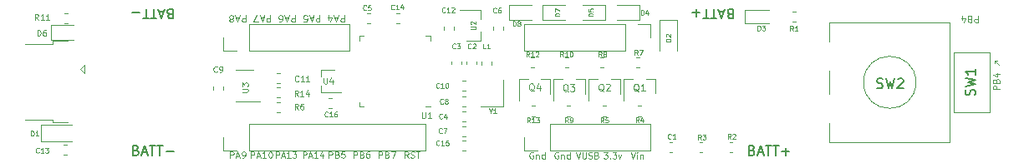
<source format=gto>
G04 #@! TF.GenerationSoftware,KiCad,Pcbnew,(5.1.5-0-10_14)*
G04 #@! TF.CreationDate,2020-04-11T10:48:02-07:00*
G04 #@! TF.ProjectId,18650,31383635-302e-46b6-9963-61645f706362,rev?*
G04 #@! TF.SameCoordinates,Original*
G04 #@! TF.FileFunction,Legend,Top*
G04 #@! TF.FilePolarity,Positive*
%FSLAX46Y46*%
G04 Gerber Fmt 4.6, Leading zero omitted, Abs format (unit mm)*
G04 Created by KiCad (PCBNEW (5.1.5-0-10_14)) date 2020-04-11 10:48:02*
%MOMM*%
%LPD*%
G04 APERTURE LIST*
%ADD10C,0.100000*%
%ADD11C,0.200000*%
%ADD12C,0.120000*%
%ADD13C,0.150000*%
%ADD14R,1.101600X1.101600*%
%ADD15O,1.801600X1.801600*%
%ADD16R,1.801600X1.801600*%
%ADD17R,0.901600X1.001600*%
%ADD18C,2.901600*%
%ADD19R,1.161600X0.751600*%
%ADD20R,0.801600X0.551600*%
%ADD21R,1.001600X0.901600*%
%ADD22R,2.601600X4.501600*%
%ADD23O,1.801600X1.451600*%
%ADD24O,1.601600X1.201600*%
%ADD25R,1.751600X0.501600*%
%ADD26R,1.601600X2.101600*%
%ADD27C,2.501600*%
%ADD28R,1.701600X2.281600*%
G04 APERTURE END LIST*
D10*
X154779761Y-93255952D02*
X154779761Y-93905952D01*
X154532142Y-93905952D01*
X154470238Y-93875000D01*
X154439285Y-93844047D01*
X154408333Y-93782142D01*
X154408333Y-93689285D01*
X154439285Y-93627380D01*
X154470238Y-93596428D01*
X154532142Y-93565476D01*
X154779761Y-93565476D01*
X153913095Y-93596428D02*
X153820238Y-93565476D01*
X153789285Y-93534523D01*
X153758333Y-93472619D01*
X153758333Y-93379761D01*
X153789285Y-93317857D01*
X153820238Y-93286904D01*
X153882142Y-93255952D01*
X154129761Y-93255952D01*
X154129761Y-93905952D01*
X153913095Y-93905952D01*
X153851190Y-93875000D01*
X153820238Y-93844047D01*
X153789285Y-93782142D01*
X153789285Y-93720238D01*
X153820238Y-93658333D01*
X153851190Y-93627380D01*
X153913095Y-93596428D01*
X154129761Y-93596428D01*
X153201190Y-93689285D02*
X153201190Y-93255952D01*
X153355952Y-93936904D02*
X153510714Y-93472619D01*
X153108333Y-93472619D01*
X156969047Y-100729761D02*
X156319047Y-100729761D01*
X156319047Y-100482142D01*
X156350000Y-100420238D01*
X156380952Y-100389285D01*
X156442857Y-100358333D01*
X156535714Y-100358333D01*
X156597619Y-100389285D01*
X156628571Y-100420238D01*
X156659523Y-100482142D01*
X156659523Y-100729761D01*
X156628571Y-99863095D02*
X156659523Y-99770238D01*
X156690476Y-99739285D01*
X156752380Y-99708333D01*
X156845238Y-99708333D01*
X156907142Y-99739285D01*
X156938095Y-99770238D01*
X156969047Y-99832142D01*
X156969047Y-100079761D01*
X156319047Y-100079761D01*
X156319047Y-99863095D01*
X156350000Y-99801190D01*
X156380952Y-99770238D01*
X156442857Y-99739285D01*
X156504761Y-99739285D01*
X156566666Y-99770238D01*
X156597619Y-99801190D01*
X156628571Y-99863095D01*
X156628571Y-100079761D01*
X156535714Y-99151190D02*
X156969047Y-99151190D01*
X156288095Y-99305952D02*
X156752380Y-99460714D01*
X156752380Y-99058333D01*
X156504761Y-97851190D02*
X156938095Y-98284523D01*
X156504761Y-98067857D02*
X156504761Y-97851190D01*
X156721428Y-97851190D01*
X119624523Y-107144047D02*
X119841190Y-107794047D01*
X120057857Y-107144047D01*
X120274523Y-107794047D02*
X120274523Y-107360714D01*
X120274523Y-107144047D02*
X120243571Y-107175000D01*
X120274523Y-107205952D01*
X120305476Y-107175000D01*
X120274523Y-107144047D01*
X120274523Y-107205952D01*
X120584047Y-107360714D02*
X120584047Y-107794047D01*
X120584047Y-107422619D02*
X120615000Y-107391666D01*
X120676904Y-107360714D01*
X120769761Y-107360714D01*
X120831666Y-107391666D01*
X120862619Y-107453571D01*
X120862619Y-107794047D01*
X116884285Y-107144047D02*
X117268095Y-107144047D01*
X117061428Y-107391666D01*
X117150000Y-107391666D01*
X117209047Y-107422619D01*
X117238571Y-107453571D01*
X117268095Y-107515476D01*
X117268095Y-107670238D01*
X117238571Y-107732142D01*
X117209047Y-107763095D01*
X117150000Y-107794047D01*
X116972857Y-107794047D01*
X116913809Y-107763095D01*
X116884285Y-107732142D01*
X117533809Y-107732142D02*
X117563333Y-107763095D01*
X117533809Y-107794047D01*
X117504285Y-107763095D01*
X117533809Y-107732142D01*
X117533809Y-107794047D01*
X117770000Y-107144047D02*
X118153809Y-107144047D01*
X117947142Y-107391666D01*
X118035714Y-107391666D01*
X118094761Y-107422619D01*
X118124285Y-107453571D01*
X118153809Y-107515476D01*
X118153809Y-107670238D01*
X118124285Y-107732142D01*
X118094761Y-107763095D01*
X118035714Y-107794047D01*
X117858571Y-107794047D01*
X117799523Y-107763095D01*
X117770000Y-107732142D01*
X118360476Y-107360714D02*
X118508095Y-107794047D01*
X118655714Y-107360714D01*
X114103333Y-107129047D02*
X114310000Y-107779047D01*
X114516666Y-107129047D01*
X114723333Y-107129047D02*
X114723333Y-107655238D01*
X114752857Y-107717142D01*
X114782380Y-107748095D01*
X114841428Y-107779047D01*
X114959523Y-107779047D01*
X115018571Y-107748095D01*
X115048095Y-107717142D01*
X115077619Y-107655238D01*
X115077619Y-107129047D01*
X115343333Y-107748095D02*
X115431904Y-107779047D01*
X115579523Y-107779047D01*
X115638571Y-107748095D01*
X115668095Y-107717142D01*
X115697619Y-107655238D01*
X115697619Y-107593333D01*
X115668095Y-107531428D01*
X115638571Y-107500476D01*
X115579523Y-107469523D01*
X115461428Y-107438571D01*
X115402380Y-107407619D01*
X115372857Y-107376666D01*
X115343333Y-107314761D01*
X115343333Y-107252857D01*
X115372857Y-107190952D01*
X115402380Y-107160000D01*
X115461428Y-107129047D01*
X115609047Y-107129047D01*
X115697619Y-107160000D01*
X116170000Y-107438571D02*
X116258571Y-107469523D01*
X116288095Y-107500476D01*
X116317619Y-107562380D01*
X116317619Y-107655238D01*
X116288095Y-107717142D01*
X116258571Y-107748095D01*
X116199523Y-107779047D01*
X115963333Y-107779047D01*
X115963333Y-107129047D01*
X116170000Y-107129047D01*
X116229047Y-107160000D01*
X116258571Y-107190952D01*
X116288095Y-107252857D01*
X116288095Y-107314761D01*
X116258571Y-107376666D01*
X116229047Y-107407619D01*
X116170000Y-107438571D01*
X115963333Y-107438571D01*
X112272142Y-107175000D02*
X112210238Y-107144047D01*
X112117380Y-107144047D01*
X112024523Y-107175000D01*
X111962619Y-107236904D01*
X111931666Y-107298809D01*
X111900714Y-107422619D01*
X111900714Y-107515476D01*
X111931666Y-107639285D01*
X111962619Y-107701190D01*
X112024523Y-107763095D01*
X112117380Y-107794047D01*
X112179285Y-107794047D01*
X112272142Y-107763095D01*
X112303095Y-107732142D01*
X112303095Y-107515476D01*
X112179285Y-107515476D01*
X112581666Y-107360714D02*
X112581666Y-107794047D01*
X112581666Y-107422619D02*
X112612619Y-107391666D01*
X112674523Y-107360714D01*
X112767380Y-107360714D01*
X112829285Y-107391666D01*
X112860238Y-107453571D01*
X112860238Y-107794047D01*
X113448333Y-107794047D02*
X113448333Y-107144047D01*
X113448333Y-107763095D02*
X113386428Y-107794047D01*
X113262619Y-107794047D01*
X113200714Y-107763095D01*
X113169761Y-107732142D01*
X113138809Y-107670238D01*
X113138809Y-107484523D01*
X113169761Y-107422619D01*
X113200714Y-107391666D01*
X113262619Y-107360714D01*
X113386428Y-107360714D01*
X113448333Y-107391666D01*
D11*
X129688095Y-93071428D02*
X129545238Y-93023809D01*
X129497619Y-92976190D01*
X129450000Y-92880952D01*
X129450000Y-92738095D01*
X129497619Y-92642857D01*
X129545238Y-92595238D01*
X129640476Y-92547619D01*
X130021428Y-92547619D01*
X130021428Y-93547619D01*
X129688095Y-93547619D01*
X129592857Y-93500000D01*
X129545238Y-93452380D01*
X129497619Y-93357142D01*
X129497619Y-93261904D01*
X129545238Y-93166666D01*
X129592857Y-93119047D01*
X129688095Y-93071428D01*
X130021428Y-93071428D01*
X129069047Y-92833333D02*
X128592857Y-92833333D01*
X129164285Y-92547619D02*
X128830952Y-93547619D01*
X128497619Y-92547619D01*
X128307142Y-93547619D02*
X127735714Y-93547619D01*
X128021428Y-92547619D02*
X128021428Y-93547619D01*
X127545238Y-93547619D02*
X126973809Y-93547619D01*
X127259523Y-92547619D02*
X127259523Y-93547619D01*
X126640476Y-92928571D02*
X125878571Y-92928571D01*
X126259523Y-92547619D02*
X126259523Y-93309523D01*
X131886904Y-106928571D02*
X132029761Y-106976190D01*
X132077380Y-107023809D01*
X132125000Y-107119047D01*
X132125000Y-107261904D01*
X132077380Y-107357142D01*
X132029761Y-107404761D01*
X131934523Y-107452380D01*
X131553571Y-107452380D01*
X131553571Y-106452380D01*
X131886904Y-106452380D01*
X131982142Y-106500000D01*
X132029761Y-106547619D01*
X132077380Y-106642857D01*
X132077380Y-106738095D01*
X132029761Y-106833333D01*
X131982142Y-106880952D01*
X131886904Y-106928571D01*
X131553571Y-106928571D01*
X132505952Y-107166666D02*
X132982142Y-107166666D01*
X132410714Y-107452380D02*
X132744047Y-106452380D01*
X133077380Y-107452380D01*
X133267857Y-106452380D02*
X133839285Y-106452380D01*
X133553571Y-107452380D02*
X133553571Y-106452380D01*
X134029761Y-106452380D02*
X134601190Y-106452380D01*
X134315476Y-107452380D02*
X134315476Y-106452380D01*
X134934523Y-107071428D02*
X135696428Y-107071428D01*
X135315476Y-107452380D02*
X135315476Y-106690476D01*
D10*
X97094047Y-107719047D02*
X96877380Y-107409523D01*
X96722619Y-107719047D02*
X96722619Y-107069047D01*
X96970238Y-107069047D01*
X97032142Y-107100000D01*
X97063095Y-107130952D01*
X97094047Y-107192857D01*
X97094047Y-107285714D01*
X97063095Y-107347619D01*
X97032142Y-107378571D01*
X96970238Y-107409523D01*
X96722619Y-107409523D01*
X97341666Y-107688095D02*
X97434523Y-107719047D01*
X97589285Y-107719047D01*
X97651190Y-107688095D01*
X97682142Y-107657142D01*
X97713095Y-107595238D01*
X97713095Y-107533333D01*
X97682142Y-107471428D01*
X97651190Y-107440476D01*
X97589285Y-107409523D01*
X97465476Y-107378571D01*
X97403571Y-107347619D01*
X97372619Y-107316666D01*
X97341666Y-107254761D01*
X97341666Y-107192857D01*
X97372619Y-107130952D01*
X97403571Y-107100000D01*
X97465476Y-107069047D01*
X97620238Y-107069047D01*
X97713095Y-107100000D01*
X97898809Y-107069047D02*
X98270238Y-107069047D01*
X98084523Y-107719047D02*
X98084523Y-107069047D01*
X94095238Y-107719047D02*
X94095238Y-107069047D01*
X94342857Y-107069047D01*
X94404761Y-107100000D01*
X94435714Y-107130952D01*
X94466666Y-107192857D01*
X94466666Y-107285714D01*
X94435714Y-107347619D01*
X94404761Y-107378571D01*
X94342857Y-107409523D01*
X94095238Y-107409523D01*
X94961904Y-107378571D02*
X95054761Y-107409523D01*
X95085714Y-107440476D01*
X95116666Y-107502380D01*
X95116666Y-107595238D01*
X95085714Y-107657142D01*
X95054761Y-107688095D01*
X94992857Y-107719047D01*
X94745238Y-107719047D01*
X94745238Y-107069047D01*
X94961904Y-107069047D01*
X95023809Y-107100000D01*
X95054761Y-107130952D01*
X95085714Y-107192857D01*
X95085714Y-107254761D01*
X95054761Y-107316666D01*
X95023809Y-107347619D01*
X94961904Y-107378571D01*
X94745238Y-107378571D01*
X95333333Y-107069047D02*
X95766666Y-107069047D01*
X95488095Y-107719047D01*
X91545238Y-107719047D02*
X91545238Y-107069047D01*
X91792857Y-107069047D01*
X91854761Y-107100000D01*
X91885714Y-107130952D01*
X91916666Y-107192857D01*
X91916666Y-107285714D01*
X91885714Y-107347619D01*
X91854761Y-107378571D01*
X91792857Y-107409523D01*
X91545238Y-107409523D01*
X92411904Y-107378571D02*
X92504761Y-107409523D01*
X92535714Y-107440476D01*
X92566666Y-107502380D01*
X92566666Y-107595238D01*
X92535714Y-107657142D01*
X92504761Y-107688095D01*
X92442857Y-107719047D01*
X92195238Y-107719047D01*
X92195238Y-107069047D01*
X92411904Y-107069047D01*
X92473809Y-107100000D01*
X92504761Y-107130952D01*
X92535714Y-107192857D01*
X92535714Y-107254761D01*
X92504761Y-107316666D01*
X92473809Y-107347619D01*
X92411904Y-107378571D01*
X92195238Y-107378571D01*
X93123809Y-107069047D02*
X93000000Y-107069047D01*
X92938095Y-107100000D01*
X92907142Y-107130952D01*
X92845238Y-107223809D01*
X92814285Y-107347619D01*
X92814285Y-107595238D01*
X92845238Y-107657142D01*
X92876190Y-107688095D01*
X92938095Y-107719047D01*
X93061904Y-107719047D01*
X93123809Y-107688095D01*
X93154761Y-107657142D01*
X93185714Y-107595238D01*
X93185714Y-107440476D01*
X93154761Y-107378571D01*
X93123809Y-107347619D01*
X93061904Y-107316666D01*
X92938095Y-107316666D01*
X92876190Y-107347619D01*
X92845238Y-107378571D01*
X92814285Y-107440476D01*
X89045238Y-107719047D02*
X89045238Y-107069047D01*
X89292857Y-107069047D01*
X89354761Y-107100000D01*
X89385714Y-107130952D01*
X89416666Y-107192857D01*
X89416666Y-107285714D01*
X89385714Y-107347619D01*
X89354761Y-107378571D01*
X89292857Y-107409523D01*
X89045238Y-107409523D01*
X89911904Y-107378571D02*
X90004761Y-107409523D01*
X90035714Y-107440476D01*
X90066666Y-107502380D01*
X90066666Y-107595238D01*
X90035714Y-107657142D01*
X90004761Y-107688095D01*
X89942857Y-107719047D01*
X89695238Y-107719047D01*
X89695238Y-107069047D01*
X89911904Y-107069047D01*
X89973809Y-107100000D01*
X90004761Y-107130952D01*
X90035714Y-107192857D01*
X90035714Y-107254761D01*
X90004761Y-107316666D01*
X89973809Y-107347619D01*
X89911904Y-107378571D01*
X89695238Y-107378571D01*
X90654761Y-107069047D02*
X90345238Y-107069047D01*
X90314285Y-107378571D01*
X90345238Y-107347619D01*
X90407142Y-107316666D01*
X90561904Y-107316666D01*
X90623809Y-107347619D01*
X90654761Y-107378571D01*
X90685714Y-107440476D01*
X90685714Y-107595238D01*
X90654761Y-107657142D01*
X90623809Y-107688095D01*
X90561904Y-107719047D01*
X90407142Y-107719047D01*
X90345238Y-107688095D01*
X90314285Y-107657142D01*
X86431428Y-107719047D02*
X86431428Y-107069047D01*
X86667619Y-107069047D01*
X86726666Y-107100000D01*
X86756190Y-107130952D01*
X86785714Y-107192857D01*
X86785714Y-107285714D01*
X86756190Y-107347619D01*
X86726666Y-107378571D01*
X86667619Y-107409523D01*
X86431428Y-107409523D01*
X87021904Y-107533333D02*
X87317142Y-107533333D01*
X86962857Y-107719047D02*
X87169523Y-107069047D01*
X87376190Y-107719047D01*
X87907619Y-107719047D02*
X87553333Y-107719047D01*
X87730476Y-107719047D02*
X87730476Y-107069047D01*
X87671428Y-107161904D01*
X87612380Y-107223809D01*
X87553333Y-107254761D01*
X88439047Y-107285714D02*
X88439047Y-107719047D01*
X88291428Y-107038095D02*
X88143809Y-107502380D01*
X88527619Y-107502380D01*
X83681428Y-107719047D02*
X83681428Y-107069047D01*
X83917619Y-107069047D01*
X83976666Y-107100000D01*
X84006190Y-107130952D01*
X84035714Y-107192857D01*
X84035714Y-107285714D01*
X84006190Y-107347619D01*
X83976666Y-107378571D01*
X83917619Y-107409523D01*
X83681428Y-107409523D01*
X84271904Y-107533333D02*
X84567142Y-107533333D01*
X84212857Y-107719047D02*
X84419523Y-107069047D01*
X84626190Y-107719047D01*
X85157619Y-107719047D02*
X84803333Y-107719047D01*
X84980476Y-107719047D02*
X84980476Y-107069047D01*
X84921428Y-107161904D01*
X84862380Y-107223809D01*
X84803333Y-107254761D01*
X85364285Y-107069047D02*
X85748095Y-107069047D01*
X85541428Y-107316666D01*
X85630000Y-107316666D01*
X85689047Y-107347619D01*
X85718571Y-107378571D01*
X85748095Y-107440476D01*
X85748095Y-107595238D01*
X85718571Y-107657142D01*
X85689047Y-107688095D01*
X85630000Y-107719047D01*
X85452857Y-107719047D01*
X85393809Y-107688095D01*
X85364285Y-107657142D01*
X81132142Y-107719047D02*
X81132142Y-107069047D01*
X81379761Y-107069047D01*
X81441666Y-107100000D01*
X81472619Y-107130952D01*
X81503571Y-107192857D01*
X81503571Y-107285714D01*
X81472619Y-107347619D01*
X81441666Y-107378571D01*
X81379761Y-107409523D01*
X81132142Y-107409523D01*
X81751190Y-107533333D02*
X82060714Y-107533333D01*
X81689285Y-107719047D02*
X81905952Y-107069047D01*
X82122619Y-107719047D01*
X82679761Y-107719047D02*
X82308333Y-107719047D01*
X82494047Y-107719047D02*
X82494047Y-107069047D01*
X82432142Y-107161904D01*
X82370238Y-107223809D01*
X82308333Y-107254761D01*
X83082142Y-107069047D02*
X83144047Y-107069047D01*
X83205952Y-107100000D01*
X83236904Y-107130952D01*
X83267857Y-107192857D01*
X83298809Y-107316666D01*
X83298809Y-107471428D01*
X83267857Y-107595238D01*
X83236904Y-107657142D01*
X83205952Y-107688095D01*
X83144047Y-107719047D01*
X83082142Y-107719047D01*
X83020238Y-107688095D01*
X82989285Y-107657142D01*
X82958333Y-107595238D01*
X82927380Y-107471428D01*
X82927380Y-107316666D01*
X82958333Y-107192857D01*
X82989285Y-107130952D01*
X83020238Y-107100000D01*
X83082142Y-107069047D01*
D11*
X72938095Y-93071428D02*
X72795238Y-93023809D01*
X72747619Y-92976190D01*
X72700000Y-92880952D01*
X72700000Y-92738095D01*
X72747619Y-92642857D01*
X72795238Y-92595238D01*
X72890476Y-92547619D01*
X73271428Y-92547619D01*
X73271428Y-93547619D01*
X72938095Y-93547619D01*
X72842857Y-93500000D01*
X72795238Y-93452380D01*
X72747619Y-93357142D01*
X72747619Y-93261904D01*
X72795238Y-93166666D01*
X72842857Y-93119047D01*
X72938095Y-93071428D01*
X73271428Y-93071428D01*
X72319047Y-92833333D02*
X71842857Y-92833333D01*
X72414285Y-92547619D02*
X72080952Y-93547619D01*
X71747619Y-92547619D01*
X71557142Y-93547619D02*
X70985714Y-93547619D01*
X71271428Y-92547619D02*
X71271428Y-93547619D01*
X70795238Y-93547619D02*
X70223809Y-93547619D01*
X70509523Y-92547619D02*
X70509523Y-93547619D01*
X69890476Y-92928571D02*
X69128571Y-92928571D01*
X69511904Y-106928571D02*
X69654761Y-106976190D01*
X69702380Y-107023809D01*
X69750000Y-107119047D01*
X69750000Y-107261904D01*
X69702380Y-107357142D01*
X69654761Y-107404761D01*
X69559523Y-107452380D01*
X69178571Y-107452380D01*
X69178571Y-106452380D01*
X69511904Y-106452380D01*
X69607142Y-106500000D01*
X69654761Y-106547619D01*
X69702380Y-106642857D01*
X69702380Y-106738095D01*
X69654761Y-106833333D01*
X69607142Y-106880952D01*
X69511904Y-106928571D01*
X69178571Y-106928571D01*
X70130952Y-107166666D02*
X70607142Y-107166666D01*
X70035714Y-107452380D02*
X70369047Y-106452380D01*
X70702380Y-107452380D01*
X70892857Y-106452380D02*
X71464285Y-106452380D01*
X71178571Y-107452380D02*
X71178571Y-106452380D01*
X71654761Y-106452380D02*
X72226190Y-106452380D01*
X71940476Y-107452380D02*
X71940476Y-106452380D01*
X72559523Y-107071428D02*
X73321428Y-107071428D01*
D10*
X109732142Y-107175000D02*
X109670238Y-107144047D01*
X109577380Y-107144047D01*
X109484523Y-107175000D01*
X109422619Y-107236904D01*
X109391666Y-107298809D01*
X109360714Y-107422619D01*
X109360714Y-107515476D01*
X109391666Y-107639285D01*
X109422619Y-107701190D01*
X109484523Y-107763095D01*
X109577380Y-107794047D01*
X109639285Y-107794047D01*
X109732142Y-107763095D01*
X109763095Y-107732142D01*
X109763095Y-107515476D01*
X109639285Y-107515476D01*
X110041666Y-107360714D02*
X110041666Y-107794047D01*
X110041666Y-107422619D02*
X110072619Y-107391666D01*
X110134523Y-107360714D01*
X110227380Y-107360714D01*
X110289285Y-107391666D01*
X110320238Y-107453571D01*
X110320238Y-107794047D01*
X110908333Y-107794047D02*
X110908333Y-107144047D01*
X110908333Y-107763095D02*
X110846428Y-107794047D01*
X110722619Y-107794047D01*
X110660714Y-107763095D01*
X110629761Y-107732142D01*
X110598809Y-107670238D01*
X110598809Y-107484523D01*
X110629761Y-107422619D01*
X110660714Y-107391666D01*
X110722619Y-107360714D01*
X110846428Y-107360714D01*
X110908333Y-107391666D01*
X90616666Y-93205952D02*
X90616666Y-93855952D01*
X90350000Y-93855952D01*
X90283333Y-93825000D01*
X90250000Y-93794047D01*
X90216666Y-93732142D01*
X90216666Y-93639285D01*
X90250000Y-93577380D01*
X90283333Y-93546428D01*
X90350000Y-93515476D01*
X90616666Y-93515476D01*
X89950000Y-93391666D02*
X89616666Y-93391666D01*
X90016666Y-93205952D02*
X89783333Y-93855952D01*
X89550000Y-93205952D01*
X89016666Y-93639285D02*
X89016666Y-93205952D01*
X89183333Y-93886904D02*
X89350000Y-93422619D01*
X88916666Y-93422619D01*
X88116666Y-93205952D02*
X88116666Y-93855952D01*
X87850000Y-93855952D01*
X87783333Y-93825000D01*
X87750000Y-93794047D01*
X87716666Y-93732142D01*
X87716666Y-93639285D01*
X87750000Y-93577380D01*
X87783333Y-93546428D01*
X87850000Y-93515476D01*
X88116666Y-93515476D01*
X87450000Y-93391666D02*
X87116666Y-93391666D01*
X87516666Y-93205952D02*
X87283333Y-93855952D01*
X87050000Y-93205952D01*
X86483333Y-93855952D02*
X86816666Y-93855952D01*
X86850000Y-93546428D01*
X86816666Y-93577380D01*
X86750000Y-93608333D01*
X86583333Y-93608333D01*
X86516666Y-93577380D01*
X86483333Y-93546428D01*
X86450000Y-93484523D01*
X86450000Y-93329761D01*
X86483333Y-93267857D01*
X86516666Y-93236904D01*
X86583333Y-93205952D01*
X86750000Y-93205952D01*
X86816666Y-93236904D01*
X86850000Y-93267857D01*
X85616666Y-93205952D02*
X85616666Y-93855952D01*
X85350000Y-93855952D01*
X85283333Y-93825000D01*
X85250000Y-93794047D01*
X85216666Y-93732142D01*
X85216666Y-93639285D01*
X85250000Y-93577380D01*
X85283333Y-93546428D01*
X85350000Y-93515476D01*
X85616666Y-93515476D01*
X84950000Y-93391666D02*
X84616666Y-93391666D01*
X85016666Y-93205952D02*
X84783333Y-93855952D01*
X84550000Y-93205952D01*
X84016666Y-93855952D02*
X84150000Y-93855952D01*
X84216666Y-93825000D01*
X84250000Y-93794047D01*
X84316666Y-93701190D01*
X84350000Y-93577380D01*
X84350000Y-93329761D01*
X84316666Y-93267857D01*
X84283333Y-93236904D01*
X84216666Y-93205952D01*
X84083333Y-93205952D01*
X84016666Y-93236904D01*
X83983333Y-93267857D01*
X83950000Y-93329761D01*
X83950000Y-93484523D01*
X83983333Y-93546428D01*
X84016666Y-93577380D01*
X84083333Y-93608333D01*
X84216666Y-93608333D01*
X84283333Y-93577380D01*
X84316666Y-93546428D01*
X84350000Y-93484523D01*
X83116666Y-93205952D02*
X83116666Y-93855952D01*
X82850000Y-93855952D01*
X82783333Y-93825000D01*
X82750000Y-93794047D01*
X82716666Y-93732142D01*
X82716666Y-93639285D01*
X82750000Y-93577380D01*
X82783333Y-93546428D01*
X82850000Y-93515476D01*
X83116666Y-93515476D01*
X82450000Y-93391666D02*
X82116666Y-93391666D01*
X82516666Y-93205952D02*
X82283333Y-93855952D01*
X82050000Y-93205952D01*
X81883333Y-93855952D02*
X81416666Y-93855952D01*
X81716666Y-93205952D01*
X80616666Y-93205952D02*
X80616666Y-93855952D01*
X80350000Y-93855952D01*
X80283333Y-93825000D01*
X80250000Y-93794047D01*
X80216666Y-93732142D01*
X80216666Y-93639285D01*
X80250000Y-93577380D01*
X80283333Y-93546428D01*
X80350000Y-93515476D01*
X80616666Y-93515476D01*
X79950000Y-93391666D02*
X79616666Y-93391666D01*
X80016666Y-93205952D02*
X79783333Y-93855952D01*
X79550000Y-93205952D01*
X79216666Y-93577380D02*
X79283333Y-93608333D01*
X79316666Y-93639285D01*
X79350000Y-93701190D01*
X79350000Y-93732142D01*
X79316666Y-93794047D01*
X79283333Y-93825000D01*
X79216666Y-93855952D01*
X79083333Y-93855952D01*
X79016666Y-93825000D01*
X78983333Y-93794047D01*
X78950000Y-93732142D01*
X78950000Y-93701190D01*
X78983333Y-93639285D01*
X79016666Y-93608333D01*
X79083333Y-93577380D01*
X79216666Y-93577380D01*
X79283333Y-93546428D01*
X79316666Y-93515476D01*
X79350000Y-93453571D01*
X79350000Y-93329761D01*
X79316666Y-93267857D01*
X79283333Y-93236904D01*
X79216666Y-93205952D01*
X79083333Y-93205952D01*
X79016666Y-93236904D01*
X78983333Y-93267857D01*
X78950000Y-93329761D01*
X78950000Y-93453571D01*
X78983333Y-93515476D01*
X79016666Y-93546428D01*
X79083333Y-93577380D01*
X79041666Y-107719047D02*
X79041666Y-107069047D01*
X79289285Y-107069047D01*
X79351190Y-107100000D01*
X79382142Y-107130952D01*
X79413095Y-107192857D01*
X79413095Y-107285714D01*
X79382142Y-107347619D01*
X79351190Y-107378571D01*
X79289285Y-107409523D01*
X79041666Y-107409523D01*
X79660714Y-107533333D02*
X79970238Y-107533333D01*
X79598809Y-107719047D02*
X79815476Y-107069047D01*
X80032142Y-107719047D01*
X80279761Y-107719047D02*
X80403571Y-107719047D01*
X80465476Y-107688095D01*
X80496428Y-107657142D01*
X80558333Y-107564285D01*
X80589285Y-107440476D01*
X80589285Y-107192857D01*
X80558333Y-107130952D01*
X80527380Y-107100000D01*
X80465476Y-107069047D01*
X80341666Y-107069047D01*
X80279761Y-107100000D01*
X80248809Y-107130952D01*
X80217857Y-107192857D01*
X80217857Y-107347619D01*
X80248809Y-107409523D01*
X80279761Y-107440476D01*
X80341666Y-107471428D01*
X80465476Y-107471428D01*
X80527380Y-107440476D01*
X80558333Y-107409523D01*
X80589285Y-107347619D01*
D12*
X124275000Y-93650000D02*
X122575000Y-93650000D01*
X122575000Y-93650000D02*
X122575000Y-96800000D01*
X124275000Y-93650000D02*
X124275000Y-96800000D01*
X108810000Y-106940000D02*
X108810000Y-105610000D01*
X110140000Y-106940000D02*
X108810000Y-106940000D01*
X111410000Y-106940000D02*
X111410000Y-104280000D01*
X111410000Y-104280000D02*
X121630000Y-104280000D01*
X111410000Y-106940000D02*
X121630000Y-106940000D01*
X121630000Y-106940000D02*
X121630000Y-104280000D01*
X106690000Y-102495000D02*
X106690000Y-99795000D01*
X104390000Y-102495000D02*
X106690000Y-102495000D01*
X98865000Y-102505000D02*
X99340000Y-102505000D01*
X92120000Y-95285000D02*
X92120000Y-95760000D01*
X92595000Y-95285000D02*
X92120000Y-95285000D01*
X99340000Y-95285000D02*
X99340000Y-95760000D01*
X98865000Y-95285000D02*
X99340000Y-95285000D01*
X92120000Y-102505000D02*
X92120000Y-102030000D01*
X92595000Y-102505000D02*
X92120000Y-102505000D01*
X83752221Y-103060000D02*
X84077779Y-103060000D01*
X83752221Y-102040000D02*
X84077779Y-102040000D01*
X89342779Y-101625000D02*
X89017221Y-101625000D01*
X89342779Y-102645000D02*
X89017221Y-102645000D01*
X102527221Y-107005000D02*
X102852779Y-107005000D01*
X102527221Y-105985000D02*
X102852779Y-105985000D01*
X95897221Y-92995000D02*
X96222779Y-92995000D01*
X95897221Y-94015000D02*
X96222779Y-94015000D01*
X79615000Y-101935000D02*
X82065000Y-101935000D01*
X81415000Y-98715000D02*
X79615000Y-98715000D01*
X60915000Y-95685000D02*
X63200000Y-95685000D01*
X60915000Y-94215000D02*
X60915000Y-95685000D01*
X63200000Y-94215000D02*
X60915000Y-94215000D01*
X83752221Y-101585000D02*
X84077779Y-101585000D01*
X83752221Y-100565000D02*
X84077779Y-100565000D01*
X62562779Y-92965000D02*
X62237221Y-92965000D01*
X62562779Y-93985000D02*
X62237221Y-93985000D01*
X83752221Y-100110000D02*
X84077779Y-100110000D01*
X83752221Y-99090000D02*
X84077779Y-99090000D01*
X77305000Y-100812779D02*
X77305000Y-100487221D01*
X78325000Y-100812779D02*
X78325000Y-100487221D01*
X88210000Y-99395000D02*
X88210000Y-98735000D01*
X88210000Y-101055000D02*
X88210000Y-100395000D01*
X88210000Y-101055000D02*
X90240000Y-101055000D01*
X89620000Y-98735000D02*
X88210000Y-98735000D01*
X62487779Y-106365000D02*
X62162221Y-106365000D01*
X62487779Y-107385000D02*
X62162221Y-107385000D01*
X101670000Y-94667779D02*
X101670000Y-94342221D01*
X100650000Y-94667779D02*
X100650000Y-94342221D01*
X105650000Y-94342221D02*
X105650000Y-94667779D01*
X106670000Y-94342221D02*
X106670000Y-94667779D01*
X78350000Y-106940000D02*
X78350000Y-105610000D01*
X79680000Y-106940000D02*
X78350000Y-106940000D01*
X80950000Y-106940000D02*
X80950000Y-104280000D01*
X80950000Y-104280000D02*
X98790000Y-104280000D01*
X80950000Y-106940000D02*
X98790000Y-106940000D01*
X98790000Y-106940000D02*
X98790000Y-104280000D01*
X102527221Y-102995000D02*
X102852779Y-102995000D01*
X102527221Y-104015000D02*
X102852779Y-104015000D01*
X102527221Y-105510000D02*
X102852779Y-105510000D01*
X102527221Y-104490000D02*
X102852779Y-104490000D01*
X104430000Y-95815000D02*
X104430000Y-94885000D01*
X104430000Y-92655000D02*
X104430000Y-93585000D01*
X104430000Y-92655000D02*
X102270000Y-92655000D01*
X104430000Y-95815000D02*
X102970000Y-95815000D01*
X63865000Y-98675000D02*
X64315000Y-98275000D01*
X64315000Y-98275000D02*
X64315000Y-99075000D01*
X64315000Y-99075000D02*
X63865000Y-98675000D01*
X58265000Y-103825000D02*
X61065000Y-103825000D01*
X61065000Y-103825000D02*
X61065000Y-104125000D01*
X61065000Y-104125000D02*
X62615000Y-104125000D01*
X58265000Y-96125000D02*
X61065000Y-96125000D01*
X61065000Y-95825000D02*
X61065000Y-96125000D01*
X61065000Y-95825000D02*
X62615000Y-95825000D01*
X139750000Y-98835000D02*
X139750000Y-101215000D01*
X139750000Y-106125000D02*
X139750000Y-104135000D01*
X151950000Y-106125000D02*
X139750000Y-106125000D01*
X151950000Y-93925000D02*
X151950000Y-106125000D01*
X139750000Y-93925000D02*
X151950000Y-93925000D01*
X139750000Y-95915000D02*
X139750000Y-93925000D01*
X148500000Y-100025000D02*
G75*
G03X148500000Y-100025000I-2650000J0D01*
G01*
X155960000Y-103060000D02*
X152340000Y-103060000D01*
X155960000Y-96940000D02*
X155960000Y-103060000D01*
X152340000Y-96940000D02*
X155960000Y-96940000D01*
X152340000Y-103060000D02*
X152340000Y-96940000D01*
X59900000Y-104325000D02*
X63050000Y-104325000D01*
X59900000Y-106025000D02*
X63050000Y-106025000D01*
X59900000Y-104325000D02*
X59900000Y-106025000D01*
X109560000Y-92180000D02*
X107275000Y-92180000D01*
X107275000Y-92180000D02*
X107275000Y-93650000D01*
X107275000Y-93650000D02*
X109560000Y-93650000D01*
X110675000Y-93650000D02*
X112960000Y-93650000D01*
X110675000Y-92180000D02*
X110675000Y-93650000D01*
X112960000Y-92180000D02*
X110675000Y-92180000D01*
X114760000Y-93650000D02*
X117045000Y-93650000D01*
X117045000Y-93650000D02*
X117045000Y-92180000D01*
X117045000Y-92180000D02*
X114760000Y-92180000D01*
X118200000Y-93650000D02*
X120485000Y-93650000D01*
X120485000Y-93650000D02*
X120485000Y-92180000D01*
X120485000Y-92180000D02*
X118200000Y-92180000D01*
X105520000Y-97882221D02*
X105520000Y-98207779D01*
X104500000Y-97882221D02*
X104500000Y-98207779D01*
X136012221Y-93885000D02*
X136337779Y-93885000D01*
X136012221Y-92865000D02*
X136337779Y-92865000D01*
X129612221Y-107165000D02*
X129937779Y-107165000D01*
X129612221Y-106145000D02*
X129937779Y-106145000D01*
X126887779Y-106145000D02*
X126562221Y-106145000D01*
X126887779Y-107165000D02*
X126562221Y-107165000D01*
X120312221Y-103460000D02*
X120637779Y-103460000D01*
X120312221Y-102440000D02*
X120637779Y-102440000D01*
X116787221Y-103460000D02*
X117112779Y-103460000D01*
X116787221Y-102440000D02*
X117112779Y-102440000D01*
X120487779Y-97490000D02*
X120162221Y-97490000D01*
X120487779Y-98510000D02*
X120162221Y-98510000D01*
X116887779Y-97490000D02*
X116562221Y-97490000D01*
X116887779Y-98510000D02*
X116562221Y-98510000D01*
X113137221Y-103460000D02*
X113462779Y-103460000D01*
X113137221Y-102440000D02*
X113462779Y-102440000D01*
X112962221Y-98510000D02*
X113287779Y-98510000D01*
X112962221Y-97490000D02*
X113287779Y-97490000D01*
X109487221Y-98510000D02*
X109812779Y-98510000D01*
X109487221Y-97490000D02*
X109812779Y-97490000D01*
X109587221Y-103460000D02*
X109912779Y-103460000D01*
X109587221Y-102440000D02*
X109912779Y-102440000D01*
X123837779Y-106145000D02*
X123512221Y-106145000D01*
X123837779Y-107165000D02*
X123512221Y-107165000D01*
X102960000Y-97877221D02*
X102960000Y-98202779D01*
X103980000Y-97877221D02*
X103980000Y-98202779D01*
X101435000Y-97877221D02*
X101435000Y-98202779D01*
X102455000Y-97877221D02*
X102455000Y-98202779D01*
X92937221Y-94015000D02*
X93262779Y-94015000D01*
X92937221Y-92995000D02*
X93262779Y-92995000D01*
X102527221Y-102460000D02*
X102852779Y-102460000D01*
X102527221Y-101440000D02*
X102852779Y-101440000D01*
X102527221Y-99840000D02*
X102852779Y-99840000D01*
X102527221Y-100860000D02*
X102852779Y-100860000D01*
X122080000Y-99710000D02*
X122080000Y-101170000D01*
X118920000Y-99710000D02*
X118920000Y-101870000D01*
X118920000Y-99710000D02*
X119850000Y-99710000D01*
X122080000Y-99710000D02*
X121150000Y-99710000D01*
X114980000Y-99715000D02*
X114980000Y-101175000D01*
X111820000Y-99715000D02*
X111820000Y-101875000D01*
X111820000Y-99715000D02*
X112750000Y-99715000D01*
X114980000Y-99715000D02*
X114050000Y-99715000D01*
X111455000Y-99715000D02*
X111455000Y-101175000D01*
X108295000Y-99715000D02*
X108295000Y-101875000D01*
X108295000Y-99715000D02*
X109225000Y-99715000D01*
X111455000Y-99715000D02*
X110525000Y-99715000D01*
X131165000Y-94035000D02*
X133650000Y-94035000D01*
X131165000Y-92665000D02*
X131165000Y-94035000D01*
X133650000Y-92665000D02*
X131165000Y-92665000D01*
X118530000Y-99715000D02*
X117600000Y-99715000D01*
X115370000Y-99715000D02*
X116300000Y-99715000D01*
X115370000Y-99715000D02*
X115370000Y-101875000D01*
X118530000Y-99715000D02*
X118530000Y-101175000D01*
X121630000Y-94120000D02*
X121630000Y-95450000D01*
X120300000Y-94120000D02*
X121630000Y-94120000D01*
X119030000Y-94120000D02*
X119030000Y-96780000D01*
X119030000Y-96780000D02*
X108810000Y-96780000D01*
X119030000Y-94120000D02*
X108810000Y-94120000D01*
X108810000Y-94120000D02*
X108810000Y-96780000D01*
X91150000Y-96770000D02*
X91150000Y-94110000D01*
X80930000Y-96770000D02*
X91150000Y-96770000D01*
X80930000Y-94110000D02*
X91150000Y-94110000D01*
X80930000Y-96770000D02*
X80930000Y-94110000D01*
X79660000Y-96770000D02*
X78330000Y-96770000D01*
X78330000Y-96770000D02*
X78330000Y-95440000D01*
D10*
X123676190Y-95869047D02*
X123176190Y-95869047D01*
X123176190Y-95750000D01*
X123200000Y-95678571D01*
X123247619Y-95630952D01*
X123295238Y-95607142D01*
X123390476Y-95583333D01*
X123461904Y-95583333D01*
X123557142Y-95607142D01*
X123604761Y-95630952D01*
X123652380Y-95678571D01*
X123676190Y-95750000D01*
X123676190Y-95869047D01*
X123223809Y-95392857D02*
X123200000Y-95369047D01*
X123176190Y-95321428D01*
X123176190Y-95202380D01*
X123200000Y-95154761D01*
X123223809Y-95130952D01*
X123271428Y-95107142D01*
X123319047Y-95107142D01*
X123390476Y-95130952D01*
X123676190Y-95416666D01*
X123676190Y-95107142D01*
X105411904Y-102953095D02*
X105411904Y-103191190D01*
X105245238Y-102691190D02*
X105411904Y-102953095D01*
X105578571Y-102691190D01*
X106007142Y-103191190D02*
X105721428Y-103191190D01*
X105864285Y-103191190D02*
X105864285Y-102691190D01*
X105816666Y-102762619D01*
X105769047Y-102810238D01*
X105721428Y-102834047D01*
X98462857Y-103106428D02*
X98462857Y-103592142D01*
X98491428Y-103649285D01*
X98520000Y-103677857D01*
X98577142Y-103706428D01*
X98691428Y-103706428D01*
X98748571Y-103677857D01*
X98777142Y-103649285D01*
X98805714Y-103592142D01*
X98805714Y-103106428D01*
X99405714Y-103706428D02*
X99062857Y-103706428D01*
X99234285Y-103706428D02*
X99234285Y-103106428D01*
X99177142Y-103192142D01*
X99120000Y-103249285D01*
X99062857Y-103277857D01*
X85925000Y-102806428D02*
X85725000Y-102520714D01*
X85582142Y-102806428D02*
X85582142Y-102206428D01*
X85810714Y-102206428D01*
X85867857Y-102235000D01*
X85896428Y-102263571D01*
X85925000Y-102320714D01*
X85925000Y-102406428D01*
X85896428Y-102463571D01*
X85867857Y-102492142D01*
X85810714Y-102520714D01*
X85582142Y-102520714D01*
X86439285Y-102206428D02*
X86325000Y-102206428D01*
X86267857Y-102235000D01*
X86239285Y-102263571D01*
X86182142Y-102349285D01*
X86153571Y-102463571D01*
X86153571Y-102692142D01*
X86182142Y-102749285D01*
X86210714Y-102777857D01*
X86267857Y-102806428D01*
X86382142Y-102806428D01*
X86439285Y-102777857D01*
X86467857Y-102749285D01*
X86496428Y-102692142D01*
X86496428Y-102549285D01*
X86467857Y-102492142D01*
X86439285Y-102463571D01*
X86382142Y-102435000D01*
X86267857Y-102435000D01*
X86210714Y-102463571D01*
X86182142Y-102492142D01*
X86153571Y-102549285D01*
X88918571Y-103483571D02*
X88894761Y-103507380D01*
X88823333Y-103531190D01*
X88775714Y-103531190D01*
X88704285Y-103507380D01*
X88656666Y-103459761D01*
X88632857Y-103412142D01*
X88609047Y-103316904D01*
X88609047Y-103245476D01*
X88632857Y-103150238D01*
X88656666Y-103102619D01*
X88704285Y-103055000D01*
X88775714Y-103031190D01*
X88823333Y-103031190D01*
X88894761Y-103055000D01*
X88918571Y-103078809D01*
X89394761Y-103531190D02*
X89109047Y-103531190D01*
X89251904Y-103531190D02*
X89251904Y-103031190D01*
X89204285Y-103102619D01*
X89156666Y-103150238D01*
X89109047Y-103174047D01*
X89823333Y-103031190D02*
X89728095Y-103031190D01*
X89680476Y-103055000D01*
X89656666Y-103078809D01*
X89609047Y-103150238D01*
X89585238Y-103245476D01*
X89585238Y-103435952D01*
X89609047Y-103483571D01*
X89632857Y-103507380D01*
X89680476Y-103531190D01*
X89775714Y-103531190D01*
X89823333Y-103507380D01*
X89847142Y-103483571D01*
X89870952Y-103435952D01*
X89870952Y-103316904D01*
X89847142Y-103269285D01*
X89823333Y-103245476D01*
X89775714Y-103221666D01*
X89680476Y-103221666D01*
X89632857Y-103245476D01*
X89609047Y-103269285D01*
X89585238Y-103316904D01*
X100218571Y-106383571D02*
X100194761Y-106407380D01*
X100123333Y-106431190D01*
X100075714Y-106431190D01*
X100004285Y-106407380D01*
X99956666Y-106359761D01*
X99932857Y-106312142D01*
X99909047Y-106216904D01*
X99909047Y-106145476D01*
X99932857Y-106050238D01*
X99956666Y-106002619D01*
X100004285Y-105955000D01*
X100075714Y-105931190D01*
X100123333Y-105931190D01*
X100194761Y-105955000D01*
X100218571Y-105978809D01*
X100694761Y-106431190D02*
X100409047Y-106431190D01*
X100551904Y-106431190D02*
X100551904Y-105931190D01*
X100504285Y-106002619D01*
X100456666Y-106050238D01*
X100409047Y-106074047D01*
X101147142Y-105931190D02*
X100909047Y-105931190D01*
X100885238Y-106169285D01*
X100909047Y-106145476D01*
X100956666Y-106121666D01*
X101075714Y-106121666D01*
X101123333Y-106145476D01*
X101147142Y-106169285D01*
X101170952Y-106216904D01*
X101170952Y-106335952D01*
X101147142Y-106383571D01*
X101123333Y-106407380D01*
X101075714Y-106431190D01*
X100956666Y-106431190D01*
X100909047Y-106407380D01*
X100885238Y-106383571D01*
X95658571Y-92563571D02*
X95634761Y-92587380D01*
X95563333Y-92611190D01*
X95515714Y-92611190D01*
X95444285Y-92587380D01*
X95396666Y-92539761D01*
X95372857Y-92492142D01*
X95349047Y-92396904D01*
X95349047Y-92325476D01*
X95372857Y-92230238D01*
X95396666Y-92182619D01*
X95444285Y-92135000D01*
X95515714Y-92111190D01*
X95563333Y-92111190D01*
X95634761Y-92135000D01*
X95658571Y-92158809D01*
X96134761Y-92611190D02*
X95849047Y-92611190D01*
X95991904Y-92611190D02*
X95991904Y-92111190D01*
X95944285Y-92182619D01*
X95896666Y-92230238D01*
X95849047Y-92254047D01*
X96563333Y-92277857D02*
X96563333Y-92611190D01*
X96444285Y-92087380D02*
X96325238Y-92444523D01*
X96634761Y-92444523D01*
X80261428Y-101007142D02*
X80747142Y-101007142D01*
X80804285Y-100978571D01*
X80832857Y-100950000D01*
X80861428Y-100892857D01*
X80861428Y-100778571D01*
X80832857Y-100721428D01*
X80804285Y-100692857D01*
X80747142Y-100664285D01*
X80261428Y-100664285D01*
X80261428Y-100435714D02*
X80261428Y-100064285D01*
X80490000Y-100264285D01*
X80490000Y-100178571D01*
X80518571Y-100121428D01*
X80547142Y-100092857D01*
X80604285Y-100064285D01*
X80747142Y-100064285D01*
X80804285Y-100092857D01*
X80832857Y-100121428D01*
X80861428Y-100178571D01*
X80861428Y-100350000D01*
X80832857Y-100407142D01*
X80804285Y-100435714D01*
X59507142Y-95296428D02*
X59507142Y-94696428D01*
X59650000Y-94696428D01*
X59735714Y-94725000D01*
X59792857Y-94782142D01*
X59821428Y-94839285D01*
X59850000Y-94953571D01*
X59850000Y-95039285D01*
X59821428Y-95153571D01*
X59792857Y-95210714D01*
X59735714Y-95267857D01*
X59650000Y-95296428D01*
X59507142Y-95296428D01*
X60364285Y-94696428D02*
X60250000Y-94696428D01*
X60192857Y-94725000D01*
X60164285Y-94753571D01*
X60107142Y-94839285D01*
X60078571Y-94953571D01*
X60078571Y-95182142D01*
X60107142Y-95239285D01*
X60135714Y-95267857D01*
X60192857Y-95296428D01*
X60307142Y-95296428D01*
X60364285Y-95267857D01*
X60392857Y-95239285D01*
X60421428Y-95182142D01*
X60421428Y-95039285D01*
X60392857Y-94982142D01*
X60364285Y-94953571D01*
X60307142Y-94925000D01*
X60192857Y-94925000D01*
X60135714Y-94953571D01*
X60107142Y-94982142D01*
X60078571Y-95039285D01*
X85929285Y-101446428D02*
X85729285Y-101160714D01*
X85586428Y-101446428D02*
X85586428Y-100846428D01*
X85815000Y-100846428D01*
X85872142Y-100875000D01*
X85900714Y-100903571D01*
X85929285Y-100960714D01*
X85929285Y-101046428D01*
X85900714Y-101103571D01*
X85872142Y-101132142D01*
X85815000Y-101160714D01*
X85586428Y-101160714D01*
X86500714Y-101446428D02*
X86157857Y-101446428D01*
X86329285Y-101446428D02*
X86329285Y-100846428D01*
X86272142Y-100932142D01*
X86215000Y-100989285D01*
X86157857Y-101017857D01*
X87015000Y-101046428D02*
X87015000Y-101446428D01*
X86872142Y-100817857D02*
X86729285Y-101246428D01*
X87100714Y-101246428D01*
X59614285Y-93671428D02*
X59414285Y-93385714D01*
X59271428Y-93671428D02*
X59271428Y-93071428D01*
X59500000Y-93071428D01*
X59557142Y-93100000D01*
X59585714Y-93128571D01*
X59614285Y-93185714D01*
X59614285Y-93271428D01*
X59585714Y-93328571D01*
X59557142Y-93357142D01*
X59500000Y-93385714D01*
X59271428Y-93385714D01*
X60185714Y-93671428D02*
X59842857Y-93671428D01*
X60014285Y-93671428D02*
X60014285Y-93071428D01*
X59957142Y-93157142D01*
X59900000Y-93214285D01*
X59842857Y-93242857D01*
X60757142Y-93671428D02*
X60414285Y-93671428D01*
X60585714Y-93671428D02*
X60585714Y-93071428D01*
X60528571Y-93157142D01*
X60471428Y-93214285D01*
X60414285Y-93242857D01*
X85954285Y-99889285D02*
X85925714Y-99917857D01*
X85840000Y-99946428D01*
X85782857Y-99946428D01*
X85697142Y-99917857D01*
X85640000Y-99860714D01*
X85611428Y-99803571D01*
X85582857Y-99689285D01*
X85582857Y-99603571D01*
X85611428Y-99489285D01*
X85640000Y-99432142D01*
X85697142Y-99375000D01*
X85782857Y-99346428D01*
X85840000Y-99346428D01*
X85925714Y-99375000D01*
X85954285Y-99403571D01*
X86525714Y-99946428D02*
X86182857Y-99946428D01*
X86354285Y-99946428D02*
X86354285Y-99346428D01*
X86297142Y-99432142D01*
X86240000Y-99489285D01*
X86182857Y-99517857D01*
X87097142Y-99946428D02*
X86754285Y-99946428D01*
X86925714Y-99946428D02*
X86925714Y-99346428D01*
X86868571Y-99432142D01*
X86811428Y-99489285D01*
X86754285Y-99517857D01*
X77715000Y-98939285D02*
X77686428Y-98967857D01*
X77600714Y-98996428D01*
X77543571Y-98996428D01*
X77457857Y-98967857D01*
X77400714Y-98910714D01*
X77372142Y-98853571D01*
X77343571Y-98739285D01*
X77343571Y-98653571D01*
X77372142Y-98539285D01*
X77400714Y-98482142D01*
X77457857Y-98425000D01*
X77543571Y-98396428D01*
X77600714Y-98396428D01*
X77686428Y-98425000D01*
X77715000Y-98453571D01*
X78000714Y-98996428D02*
X78115000Y-98996428D01*
X78172142Y-98967857D01*
X78200714Y-98939285D01*
X78257857Y-98853571D01*
X78286428Y-98739285D01*
X78286428Y-98510714D01*
X78257857Y-98453571D01*
X78229285Y-98425000D01*
X78172142Y-98396428D01*
X78057857Y-98396428D01*
X78000714Y-98425000D01*
X77972142Y-98453571D01*
X77943571Y-98510714D01*
X77943571Y-98653571D01*
X77972142Y-98710714D01*
X78000714Y-98739285D01*
X78057857Y-98767857D01*
X78172142Y-98767857D01*
X78229285Y-98739285D01*
X78257857Y-98710714D01*
X78286428Y-98653571D01*
X88522857Y-99566428D02*
X88522857Y-100052142D01*
X88551428Y-100109285D01*
X88580000Y-100137857D01*
X88637142Y-100166428D01*
X88751428Y-100166428D01*
X88808571Y-100137857D01*
X88837142Y-100109285D01*
X88865714Y-100052142D01*
X88865714Y-99566428D01*
X89408571Y-99766428D02*
X89408571Y-100166428D01*
X89265714Y-99537857D02*
X89122857Y-99966428D01*
X89494285Y-99966428D01*
X59678571Y-107153571D02*
X59654761Y-107177380D01*
X59583333Y-107201190D01*
X59535714Y-107201190D01*
X59464285Y-107177380D01*
X59416666Y-107129761D01*
X59392857Y-107082142D01*
X59369047Y-106986904D01*
X59369047Y-106915476D01*
X59392857Y-106820238D01*
X59416666Y-106772619D01*
X59464285Y-106725000D01*
X59535714Y-106701190D01*
X59583333Y-106701190D01*
X59654761Y-106725000D01*
X59678571Y-106748809D01*
X60154761Y-107201190D02*
X59869047Y-107201190D01*
X60011904Y-107201190D02*
X60011904Y-106701190D01*
X59964285Y-106772619D01*
X59916666Y-106820238D01*
X59869047Y-106844047D01*
X60321428Y-106701190D02*
X60630952Y-106701190D01*
X60464285Y-106891666D01*
X60535714Y-106891666D01*
X60583333Y-106915476D01*
X60607142Y-106939285D01*
X60630952Y-106986904D01*
X60630952Y-107105952D01*
X60607142Y-107153571D01*
X60583333Y-107177380D01*
X60535714Y-107201190D01*
X60392857Y-107201190D01*
X60345238Y-107177380D01*
X60321428Y-107153571D01*
X100798571Y-92853571D02*
X100774761Y-92877380D01*
X100703333Y-92901190D01*
X100655714Y-92901190D01*
X100584285Y-92877380D01*
X100536666Y-92829761D01*
X100512857Y-92782142D01*
X100489047Y-92686904D01*
X100489047Y-92615476D01*
X100512857Y-92520238D01*
X100536666Y-92472619D01*
X100584285Y-92425000D01*
X100655714Y-92401190D01*
X100703333Y-92401190D01*
X100774761Y-92425000D01*
X100798571Y-92448809D01*
X101274761Y-92901190D02*
X100989047Y-92901190D01*
X101131904Y-92901190D02*
X101131904Y-92401190D01*
X101084285Y-92472619D01*
X101036666Y-92520238D01*
X100989047Y-92544047D01*
X101465238Y-92448809D02*
X101489047Y-92425000D01*
X101536666Y-92401190D01*
X101655714Y-92401190D01*
X101703333Y-92425000D01*
X101727142Y-92448809D01*
X101750952Y-92496428D01*
X101750952Y-92544047D01*
X101727142Y-92615476D01*
X101441428Y-92901190D01*
X101750952Y-92901190D01*
X105986666Y-92893571D02*
X105962857Y-92917380D01*
X105891428Y-92941190D01*
X105843809Y-92941190D01*
X105772380Y-92917380D01*
X105724761Y-92869761D01*
X105700952Y-92822142D01*
X105677142Y-92726904D01*
X105677142Y-92655476D01*
X105700952Y-92560238D01*
X105724761Y-92512619D01*
X105772380Y-92465000D01*
X105843809Y-92441190D01*
X105891428Y-92441190D01*
X105962857Y-92465000D01*
X105986666Y-92488809D01*
X106415238Y-92441190D02*
X106320000Y-92441190D01*
X106272380Y-92465000D01*
X106248571Y-92488809D01*
X106200952Y-92560238D01*
X106177142Y-92655476D01*
X106177142Y-92845952D01*
X106200952Y-92893571D01*
X106224761Y-92917380D01*
X106272380Y-92941190D01*
X106367619Y-92941190D01*
X106415238Y-92917380D01*
X106439047Y-92893571D01*
X106462857Y-92845952D01*
X106462857Y-92726904D01*
X106439047Y-92679285D01*
X106415238Y-92655476D01*
X106367619Y-92631666D01*
X106272380Y-92631666D01*
X106224761Y-92655476D01*
X106200952Y-92679285D01*
X106177142Y-92726904D01*
X100516666Y-103683571D02*
X100492857Y-103707380D01*
X100421428Y-103731190D01*
X100373809Y-103731190D01*
X100302380Y-103707380D01*
X100254761Y-103659761D01*
X100230952Y-103612142D01*
X100207142Y-103516904D01*
X100207142Y-103445476D01*
X100230952Y-103350238D01*
X100254761Y-103302619D01*
X100302380Y-103255000D01*
X100373809Y-103231190D01*
X100421428Y-103231190D01*
X100492857Y-103255000D01*
X100516666Y-103278809D01*
X100945238Y-103397857D02*
X100945238Y-103731190D01*
X100826190Y-103207380D02*
X100707142Y-103564523D01*
X101016666Y-103564523D01*
X100486666Y-105153571D02*
X100462857Y-105177380D01*
X100391428Y-105201190D01*
X100343809Y-105201190D01*
X100272380Y-105177380D01*
X100224761Y-105129761D01*
X100200952Y-105082142D01*
X100177142Y-104986904D01*
X100177142Y-104915476D01*
X100200952Y-104820238D01*
X100224761Y-104772619D01*
X100272380Y-104725000D01*
X100343809Y-104701190D01*
X100391428Y-104701190D01*
X100462857Y-104725000D01*
X100486666Y-104748809D01*
X100653333Y-104701190D02*
X100986666Y-104701190D01*
X100772380Y-105201190D01*
X103396190Y-94615952D02*
X103800952Y-94615952D01*
X103848571Y-94592142D01*
X103872380Y-94568333D01*
X103896190Y-94520714D01*
X103896190Y-94425476D01*
X103872380Y-94377857D01*
X103848571Y-94354047D01*
X103800952Y-94330238D01*
X103396190Y-94330238D01*
X103443809Y-94115952D02*
X103420000Y-94092142D01*
X103396190Y-94044523D01*
X103396190Y-93925476D01*
X103420000Y-93877857D01*
X103443809Y-93854047D01*
X103491428Y-93830238D01*
X103539047Y-93830238D01*
X103610476Y-93854047D01*
X103896190Y-94139761D01*
X103896190Y-93830238D01*
D13*
X144566666Y-100579761D02*
X144709523Y-100627380D01*
X144947619Y-100627380D01*
X145042857Y-100579761D01*
X145090476Y-100532142D01*
X145138095Y-100436904D01*
X145138095Y-100341666D01*
X145090476Y-100246428D01*
X145042857Y-100198809D01*
X144947619Y-100151190D01*
X144757142Y-100103571D01*
X144661904Y-100055952D01*
X144614285Y-100008333D01*
X144566666Y-99913095D01*
X144566666Y-99817857D01*
X144614285Y-99722619D01*
X144661904Y-99675000D01*
X144757142Y-99627380D01*
X144995238Y-99627380D01*
X145138095Y-99675000D01*
X145471428Y-99627380D02*
X145709523Y-100627380D01*
X145900000Y-99913095D01*
X146090476Y-100627380D01*
X146328571Y-99627380D01*
X146661904Y-99722619D02*
X146709523Y-99675000D01*
X146804761Y-99627380D01*
X147042857Y-99627380D01*
X147138095Y-99675000D01*
X147185714Y-99722619D01*
X147233333Y-99817857D01*
X147233333Y-99913095D01*
X147185714Y-100055952D01*
X146614285Y-100627380D01*
X147233333Y-100627380D01*
X154454761Y-101333333D02*
X154502380Y-101190476D01*
X154502380Y-100952380D01*
X154454761Y-100857142D01*
X154407142Y-100809523D01*
X154311904Y-100761904D01*
X154216666Y-100761904D01*
X154121428Y-100809523D01*
X154073809Y-100857142D01*
X154026190Y-100952380D01*
X153978571Y-101142857D01*
X153930952Y-101238095D01*
X153883333Y-101285714D01*
X153788095Y-101333333D01*
X153692857Y-101333333D01*
X153597619Y-101285714D01*
X153550000Y-101238095D01*
X153502380Y-101142857D01*
X153502380Y-100904761D01*
X153550000Y-100761904D01*
X153502380Y-100428571D02*
X154502380Y-100190476D01*
X153788095Y-100000000D01*
X154502380Y-99809523D01*
X153502380Y-99571428D01*
X154502380Y-98666666D02*
X154502380Y-99238095D01*
X154502380Y-98952380D02*
X153502380Y-98952380D01*
X153645238Y-99047619D01*
X153740476Y-99142857D01*
X153788095Y-99238095D01*
D10*
X58880952Y-105476190D02*
X58880952Y-104976190D01*
X59000000Y-104976190D01*
X59071428Y-105000000D01*
X59119047Y-105047619D01*
X59142857Y-105095238D01*
X59166666Y-105190476D01*
X59166666Y-105261904D01*
X59142857Y-105357142D01*
X59119047Y-105404761D01*
X59071428Y-105452380D01*
X59000000Y-105476190D01*
X58880952Y-105476190D01*
X59642857Y-105476190D02*
X59357142Y-105476190D01*
X59500000Y-105476190D02*
X59500000Y-104976190D01*
X59452380Y-105047619D01*
X59404761Y-105095238D01*
X59357142Y-105119047D01*
X107680952Y-94301190D02*
X107680952Y-93801190D01*
X107800000Y-93801190D01*
X107871428Y-93825000D01*
X107919047Y-93872619D01*
X107942857Y-93920238D01*
X107966666Y-94015476D01*
X107966666Y-94086904D01*
X107942857Y-94182142D01*
X107919047Y-94229761D01*
X107871428Y-94277380D01*
X107800000Y-94301190D01*
X107680952Y-94301190D01*
X108252380Y-94015476D02*
X108204761Y-93991666D01*
X108180952Y-93967857D01*
X108157142Y-93920238D01*
X108157142Y-93896428D01*
X108180952Y-93848809D01*
X108204761Y-93825000D01*
X108252380Y-93801190D01*
X108347619Y-93801190D01*
X108395238Y-93825000D01*
X108419047Y-93848809D01*
X108442857Y-93896428D01*
X108442857Y-93920238D01*
X108419047Y-93967857D01*
X108395238Y-93991666D01*
X108347619Y-94015476D01*
X108252380Y-94015476D01*
X108204761Y-94039285D01*
X108180952Y-94063095D01*
X108157142Y-94110714D01*
X108157142Y-94205952D01*
X108180952Y-94253571D01*
X108204761Y-94277380D01*
X108252380Y-94301190D01*
X108347619Y-94301190D01*
X108395238Y-94277380D01*
X108419047Y-94253571D01*
X108442857Y-94205952D01*
X108442857Y-94110714D01*
X108419047Y-94063095D01*
X108395238Y-94039285D01*
X108347619Y-94015476D01*
X112426190Y-93294047D02*
X111926190Y-93294047D01*
X111926190Y-93175000D01*
X111950000Y-93103571D01*
X111997619Y-93055952D01*
X112045238Y-93032142D01*
X112140476Y-93008333D01*
X112211904Y-93008333D01*
X112307142Y-93032142D01*
X112354761Y-93055952D01*
X112402380Y-93103571D01*
X112426190Y-93175000D01*
X112426190Y-93294047D01*
X111926190Y-92841666D02*
X111926190Y-92508333D01*
X112426190Y-92722619D01*
X115826190Y-93294047D02*
X115326190Y-93294047D01*
X115326190Y-93175000D01*
X115350000Y-93103571D01*
X115397619Y-93055952D01*
X115445238Y-93032142D01*
X115540476Y-93008333D01*
X115611904Y-93008333D01*
X115707142Y-93032142D01*
X115754761Y-93055952D01*
X115802380Y-93103571D01*
X115826190Y-93175000D01*
X115826190Y-93294047D01*
X115326190Y-92555952D02*
X115326190Y-92794047D01*
X115564285Y-92817857D01*
X115540476Y-92794047D01*
X115516666Y-92746428D01*
X115516666Y-92627380D01*
X115540476Y-92579761D01*
X115564285Y-92555952D01*
X115611904Y-92532142D01*
X115730952Y-92532142D01*
X115778571Y-92555952D01*
X115802380Y-92579761D01*
X115826190Y-92627380D01*
X115826190Y-92746428D01*
X115802380Y-92794047D01*
X115778571Y-92817857D01*
X120655952Y-93176190D02*
X120655952Y-92676190D01*
X120775000Y-92676190D01*
X120846428Y-92700000D01*
X120894047Y-92747619D01*
X120917857Y-92795238D01*
X120941666Y-92890476D01*
X120941666Y-92961904D01*
X120917857Y-93057142D01*
X120894047Y-93104761D01*
X120846428Y-93152380D01*
X120775000Y-93176190D01*
X120655952Y-93176190D01*
X121370238Y-92842857D02*
X121370238Y-93176190D01*
X121251190Y-92652380D02*
X121132142Y-93009523D01*
X121441666Y-93009523D01*
X104926666Y-96591190D02*
X104688571Y-96591190D01*
X104688571Y-96091190D01*
X105355238Y-96591190D02*
X105069523Y-96591190D01*
X105212380Y-96591190D02*
X105212380Y-96091190D01*
X105164761Y-96162619D01*
X105117142Y-96210238D01*
X105069523Y-96234047D01*
X136066666Y-94801190D02*
X135900000Y-94563095D01*
X135780952Y-94801190D02*
X135780952Y-94301190D01*
X135971428Y-94301190D01*
X136019047Y-94325000D01*
X136042857Y-94348809D01*
X136066666Y-94396428D01*
X136066666Y-94467857D01*
X136042857Y-94515476D01*
X136019047Y-94539285D01*
X135971428Y-94563095D01*
X135780952Y-94563095D01*
X136542857Y-94801190D02*
X136257142Y-94801190D01*
X136400000Y-94801190D02*
X136400000Y-94301190D01*
X136352380Y-94372619D01*
X136304761Y-94420238D01*
X136257142Y-94444047D01*
X129741666Y-105781190D02*
X129575000Y-105543095D01*
X129455952Y-105781190D02*
X129455952Y-105281190D01*
X129646428Y-105281190D01*
X129694047Y-105305000D01*
X129717857Y-105328809D01*
X129741666Y-105376428D01*
X129741666Y-105447857D01*
X129717857Y-105495476D01*
X129694047Y-105519285D01*
X129646428Y-105543095D01*
X129455952Y-105543095D01*
X129932142Y-105328809D02*
X129955952Y-105305000D01*
X130003571Y-105281190D01*
X130122619Y-105281190D01*
X130170238Y-105305000D01*
X130194047Y-105328809D01*
X130217857Y-105376428D01*
X130217857Y-105424047D01*
X130194047Y-105495476D01*
X129908333Y-105781190D01*
X130217857Y-105781190D01*
X126741666Y-105831190D02*
X126575000Y-105593095D01*
X126455952Y-105831190D02*
X126455952Y-105331190D01*
X126646428Y-105331190D01*
X126694047Y-105355000D01*
X126717857Y-105378809D01*
X126741666Y-105426428D01*
X126741666Y-105497857D01*
X126717857Y-105545476D01*
X126694047Y-105569285D01*
X126646428Y-105593095D01*
X126455952Y-105593095D01*
X126908333Y-105331190D02*
X127217857Y-105331190D01*
X127051190Y-105521666D01*
X127122619Y-105521666D01*
X127170238Y-105545476D01*
X127194047Y-105569285D01*
X127217857Y-105616904D01*
X127217857Y-105735952D01*
X127194047Y-105783571D01*
X127170238Y-105807380D01*
X127122619Y-105831190D01*
X126979761Y-105831190D01*
X126932142Y-105807380D01*
X126908333Y-105783571D01*
X120416666Y-104096190D02*
X120250000Y-103858095D01*
X120130952Y-104096190D02*
X120130952Y-103596190D01*
X120321428Y-103596190D01*
X120369047Y-103620000D01*
X120392857Y-103643809D01*
X120416666Y-103691428D01*
X120416666Y-103762857D01*
X120392857Y-103810476D01*
X120369047Y-103834285D01*
X120321428Y-103858095D01*
X120130952Y-103858095D01*
X120845238Y-103762857D02*
X120845238Y-104096190D01*
X120726190Y-103572380D02*
X120607142Y-103929523D01*
X120916666Y-103929523D01*
X116866666Y-104121190D02*
X116700000Y-103883095D01*
X116580952Y-104121190D02*
X116580952Y-103621190D01*
X116771428Y-103621190D01*
X116819047Y-103645000D01*
X116842857Y-103668809D01*
X116866666Y-103716428D01*
X116866666Y-103787857D01*
X116842857Y-103835476D01*
X116819047Y-103859285D01*
X116771428Y-103883095D01*
X116580952Y-103883095D01*
X117319047Y-103621190D02*
X117080952Y-103621190D01*
X117057142Y-103859285D01*
X117080952Y-103835476D01*
X117128571Y-103811666D01*
X117247619Y-103811666D01*
X117295238Y-103835476D01*
X117319047Y-103859285D01*
X117342857Y-103906904D01*
X117342857Y-104025952D01*
X117319047Y-104073571D01*
X117295238Y-104097380D01*
X117247619Y-104121190D01*
X117128571Y-104121190D01*
X117080952Y-104097380D01*
X117057142Y-104073571D01*
X120316666Y-97251190D02*
X120150000Y-97013095D01*
X120030952Y-97251190D02*
X120030952Y-96751190D01*
X120221428Y-96751190D01*
X120269047Y-96775000D01*
X120292857Y-96798809D01*
X120316666Y-96846428D01*
X120316666Y-96917857D01*
X120292857Y-96965476D01*
X120269047Y-96989285D01*
X120221428Y-97013095D01*
X120030952Y-97013095D01*
X120483333Y-96751190D02*
X120816666Y-96751190D01*
X120602380Y-97251190D01*
X116666666Y-97401190D02*
X116500000Y-97163095D01*
X116380952Y-97401190D02*
X116380952Y-96901190D01*
X116571428Y-96901190D01*
X116619047Y-96925000D01*
X116642857Y-96948809D01*
X116666666Y-96996428D01*
X116666666Y-97067857D01*
X116642857Y-97115476D01*
X116619047Y-97139285D01*
X116571428Y-97163095D01*
X116380952Y-97163095D01*
X116952380Y-97115476D02*
X116904761Y-97091666D01*
X116880952Y-97067857D01*
X116857142Y-97020238D01*
X116857142Y-96996428D01*
X116880952Y-96948809D01*
X116904761Y-96925000D01*
X116952380Y-96901190D01*
X117047619Y-96901190D01*
X117095238Y-96925000D01*
X117119047Y-96948809D01*
X117142857Y-96996428D01*
X117142857Y-97020238D01*
X117119047Y-97067857D01*
X117095238Y-97091666D01*
X117047619Y-97115476D01*
X116952380Y-97115476D01*
X116904761Y-97139285D01*
X116880952Y-97163095D01*
X116857142Y-97210714D01*
X116857142Y-97305952D01*
X116880952Y-97353571D01*
X116904761Y-97377380D01*
X116952380Y-97401190D01*
X117047619Y-97401190D01*
X117095238Y-97377380D01*
X117119047Y-97353571D01*
X117142857Y-97305952D01*
X117142857Y-97210714D01*
X117119047Y-97163095D01*
X117095238Y-97139285D01*
X117047619Y-97115476D01*
X113266666Y-104121190D02*
X113100000Y-103883095D01*
X112980952Y-104121190D02*
X112980952Y-103621190D01*
X113171428Y-103621190D01*
X113219047Y-103645000D01*
X113242857Y-103668809D01*
X113266666Y-103716428D01*
X113266666Y-103787857D01*
X113242857Y-103835476D01*
X113219047Y-103859285D01*
X113171428Y-103883095D01*
X112980952Y-103883095D01*
X113504761Y-104121190D02*
X113600000Y-104121190D01*
X113647619Y-104097380D01*
X113671428Y-104073571D01*
X113719047Y-104002142D01*
X113742857Y-103906904D01*
X113742857Y-103716428D01*
X113719047Y-103668809D01*
X113695238Y-103645000D01*
X113647619Y-103621190D01*
X113552380Y-103621190D01*
X113504761Y-103645000D01*
X113480952Y-103668809D01*
X113457142Y-103716428D01*
X113457142Y-103835476D01*
X113480952Y-103883095D01*
X113504761Y-103906904D01*
X113552380Y-103930714D01*
X113647619Y-103930714D01*
X113695238Y-103906904D01*
X113719047Y-103883095D01*
X113742857Y-103835476D01*
X112778571Y-97401190D02*
X112611904Y-97163095D01*
X112492857Y-97401190D02*
X112492857Y-96901190D01*
X112683333Y-96901190D01*
X112730952Y-96925000D01*
X112754761Y-96948809D01*
X112778571Y-96996428D01*
X112778571Y-97067857D01*
X112754761Y-97115476D01*
X112730952Y-97139285D01*
X112683333Y-97163095D01*
X112492857Y-97163095D01*
X113254761Y-97401190D02*
X112969047Y-97401190D01*
X113111904Y-97401190D02*
X113111904Y-96901190D01*
X113064285Y-96972619D01*
X113016666Y-97020238D01*
X112969047Y-97044047D01*
X113564285Y-96901190D02*
X113611904Y-96901190D01*
X113659523Y-96925000D01*
X113683333Y-96948809D01*
X113707142Y-96996428D01*
X113730952Y-97091666D01*
X113730952Y-97210714D01*
X113707142Y-97305952D01*
X113683333Y-97353571D01*
X113659523Y-97377380D01*
X113611904Y-97401190D01*
X113564285Y-97401190D01*
X113516666Y-97377380D01*
X113492857Y-97353571D01*
X113469047Y-97305952D01*
X113445238Y-97210714D01*
X113445238Y-97091666D01*
X113469047Y-96996428D01*
X113492857Y-96948809D01*
X113516666Y-96925000D01*
X113564285Y-96901190D01*
X109328571Y-97401190D02*
X109161904Y-97163095D01*
X109042857Y-97401190D02*
X109042857Y-96901190D01*
X109233333Y-96901190D01*
X109280952Y-96925000D01*
X109304761Y-96948809D01*
X109328571Y-96996428D01*
X109328571Y-97067857D01*
X109304761Y-97115476D01*
X109280952Y-97139285D01*
X109233333Y-97163095D01*
X109042857Y-97163095D01*
X109804761Y-97401190D02*
X109519047Y-97401190D01*
X109661904Y-97401190D02*
X109661904Y-96901190D01*
X109614285Y-96972619D01*
X109566666Y-97020238D01*
X109519047Y-97044047D01*
X109995238Y-96948809D02*
X110019047Y-96925000D01*
X110066666Y-96901190D01*
X110185714Y-96901190D01*
X110233333Y-96925000D01*
X110257142Y-96948809D01*
X110280952Y-96996428D01*
X110280952Y-97044047D01*
X110257142Y-97115476D01*
X109971428Y-97401190D01*
X110280952Y-97401190D01*
X109403571Y-104121190D02*
X109236904Y-103883095D01*
X109117857Y-104121190D02*
X109117857Y-103621190D01*
X109308333Y-103621190D01*
X109355952Y-103645000D01*
X109379761Y-103668809D01*
X109403571Y-103716428D01*
X109403571Y-103787857D01*
X109379761Y-103835476D01*
X109355952Y-103859285D01*
X109308333Y-103883095D01*
X109117857Y-103883095D01*
X109879761Y-104121190D02*
X109594047Y-104121190D01*
X109736904Y-104121190D02*
X109736904Y-103621190D01*
X109689285Y-103692619D01*
X109641666Y-103740238D01*
X109594047Y-103764047D01*
X110046428Y-103621190D02*
X110355952Y-103621190D01*
X110189285Y-103811666D01*
X110260714Y-103811666D01*
X110308333Y-103835476D01*
X110332142Y-103859285D01*
X110355952Y-103906904D01*
X110355952Y-104025952D01*
X110332142Y-104073571D01*
X110308333Y-104097380D01*
X110260714Y-104121190D01*
X110117857Y-104121190D01*
X110070238Y-104097380D01*
X110046428Y-104073571D01*
X123691666Y-105733571D02*
X123667857Y-105757380D01*
X123596428Y-105781190D01*
X123548809Y-105781190D01*
X123477380Y-105757380D01*
X123429761Y-105709761D01*
X123405952Y-105662142D01*
X123382142Y-105566904D01*
X123382142Y-105495476D01*
X123405952Y-105400238D01*
X123429761Y-105352619D01*
X123477380Y-105305000D01*
X123548809Y-105281190D01*
X123596428Y-105281190D01*
X123667857Y-105305000D01*
X123691666Y-105328809D01*
X124167857Y-105781190D02*
X123882142Y-105781190D01*
X124025000Y-105781190D02*
X124025000Y-105281190D01*
X123977380Y-105352619D01*
X123929761Y-105400238D01*
X123882142Y-105424047D01*
X103436666Y-96538571D02*
X103412857Y-96562380D01*
X103341428Y-96586190D01*
X103293809Y-96586190D01*
X103222380Y-96562380D01*
X103174761Y-96514761D01*
X103150952Y-96467142D01*
X103127142Y-96371904D01*
X103127142Y-96300476D01*
X103150952Y-96205238D01*
X103174761Y-96157619D01*
X103222380Y-96110000D01*
X103293809Y-96086190D01*
X103341428Y-96086190D01*
X103412857Y-96110000D01*
X103436666Y-96133809D01*
X103627142Y-96133809D02*
X103650952Y-96110000D01*
X103698571Y-96086190D01*
X103817619Y-96086190D01*
X103865238Y-96110000D01*
X103889047Y-96133809D01*
X103912857Y-96181428D01*
X103912857Y-96229047D01*
X103889047Y-96300476D01*
X103603333Y-96586190D01*
X103912857Y-96586190D01*
X101861666Y-96538571D02*
X101837857Y-96562380D01*
X101766428Y-96586190D01*
X101718809Y-96586190D01*
X101647380Y-96562380D01*
X101599761Y-96514761D01*
X101575952Y-96467142D01*
X101552142Y-96371904D01*
X101552142Y-96300476D01*
X101575952Y-96205238D01*
X101599761Y-96157619D01*
X101647380Y-96110000D01*
X101718809Y-96086190D01*
X101766428Y-96086190D01*
X101837857Y-96110000D01*
X101861666Y-96133809D01*
X102028333Y-96086190D02*
X102337857Y-96086190D01*
X102171190Y-96276666D01*
X102242619Y-96276666D01*
X102290238Y-96300476D01*
X102314047Y-96324285D01*
X102337857Y-96371904D01*
X102337857Y-96490952D01*
X102314047Y-96538571D01*
X102290238Y-96562380D01*
X102242619Y-96586190D01*
X102099761Y-96586190D01*
X102052142Y-96562380D01*
X102028333Y-96538571D01*
X92816666Y-92623571D02*
X92792857Y-92647380D01*
X92721428Y-92671190D01*
X92673809Y-92671190D01*
X92602380Y-92647380D01*
X92554761Y-92599761D01*
X92530952Y-92552142D01*
X92507142Y-92456904D01*
X92507142Y-92385476D01*
X92530952Y-92290238D01*
X92554761Y-92242619D01*
X92602380Y-92195000D01*
X92673809Y-92171190D01*
X92721428Y-92171190D01*
X92792857Y-92195000D01*
X92816666Y-92218809D01*
X93269047Y-92171190D02*
X93030952Y-92171190D01*
X93007142Y-92409285D01*
X93030952Y-92385476D01*
X93078571Y-92361666D01*
X93197619Y-92361666D01*
X93245238Y-92385476D01*
X93269047Y-92409285D01*
X93292857Y-92456904D01*
X93292857Y-92575952D01*
X93269047Y-92623571D01*
X93245238Y-92647380D01*
X93197619Y-92671190D01*
X93078571Y-92671190D01*
X93030952Y-92647380D01*
X93007142Y-92623571D01*
X100606666Y-102163571D02*
X100582857Y-102187380D01*
X100511428Y-102211190D01*
X100463809Y-102211190D01*
X100392380Y-102187380D01*
X100344761Y-102139761D01*
X100320952Y-102092142D01*
X100297142Y-101996904D01*
X100297142Y-101925476D01*
X100320952Y-101830238D01*
X100344761Y-101782619D01*
X100392380Y-101735000D01*
X100463809Y-101711190D01*
X100511428Y-101711190D01*
X100582857Y-101735000D01*
X100606666Y-101758809D01*
X100892380Y-101925476D02*
X100844761Y-101901666D01*
X100820952Y-101877857D01*
X100797142Y-101830238D01*
X100797142Y-101806428D01*
X100820952Y-101758809D01*
X100844761Y-101735000D01*
X100892380Y-101711190D01*
X100987619Y-101711190D01*
X101035238Y-101735000D01*
X101059047Y-101758809D01*
X101082857Y-101806428D01*
X101082857Y-101830238D01*
X101059047Y-101877857D01*
X101035238Y-101901666D01*
X100987619Y-101925476D01*
X100892380Y-101925476D01*
X100844761Y-101949285D01*
X100820952Y-101973095D01*
X100797142Y-102020714D01*
X100797142Y-102115952D01*
X100820952Y-102163571D01*
X100844761Y-102187380D01*
X100892380Y-102211190D01*
X100987619Y-102211190D01*
X101035238Y-102187380D01*
X101059047Y-102163571D01*
X101082857Y-102115952D01*
X101082857Y-102020714D01*
X101059047Y-101973095D01*
X101035238Y-101949285D01*
X100987619Y-101925476D01*
X100198571Y-100543571D02*
X100174761Y-100567380D01*
X100103333Y-100591190D01*
X100055714Y-100591190D01*
X99984285Y-100567380D01*
X99936666Y-100519761D01*
X99912857Y-100472142D01*
X99889047Y-100376904D01*
X99889047Y-100305476D01*
X99912857Y-100210238D01*
X99936666Y-100162619D01*
X99984285Y-100115000D01*
X100055714Y-100091190D01*
X100103333Y-100091190D01*
X100174761Y-100115000D01*
X100198571Y-100138809D01*
X100674761Y-100591190D02*
X100389047Y-100591190D01*
X100531904Y-100591190D02*
X100531904Y-100091190D01*
X100484285Y-100162619D01*
X100436666Y-100210238D01*
X100389047Y-100234047D01*
X100984285Y-100091190D02*
X101031904Y-100091190D01*
X101079523Y-100115000D01*
X101103333Y-100138809D01*
X101127142Y-100186428D01*
X101150952Y-100281666D01*
X101150952Y-100400714D01*
X101127142Y-100495952D01*
X101103333Y-100543571D01*
X101079523Y-100567380D01*
X101031904Y-100591190D01*
X100984285Y-100591190D01*
X100936666Y-100567380D01*
X100912857Y-100543571D01*
X100889047Y-100495952D01*
X100865238Y-100400714D01*
X100865238Y-100281666D01*
X100889047Y-100186428D01*
X100912857Y-100138809D01*
X100936666Y-100115000D01*
X100984285Y-100091190D01*
X120433333Y-100953333D02*
X120366666Y-100920000D01*
X120300000Y-100853333D01*
X120200000Y-100753333D01*
X120133333Y-100720000D01*
X120066666Y-100720000D01*
X120100000Y-100886666D02*
X120033333Y-100853333D01*
X119966666Y-100786666D01*
X119933333Y-100653333D01*
X119933333Y-100420000D01*
X119966666Y-100286666D01*
X120033333Y-100220000D01*
X120100000Y-100186666D01*
X120233333Y-100186666D01*
X120300000Y-100220000D01*
X120366666Y-100286666D01*
X120400000Y-100420000D01*
X120400000Y-100653333D01*
X120366666Y-100786666D01*
X120300000Y-100853333D01*
X120233333Y-100886666D01*
X120100000Y-100886666D01*
X121066666Y-100886666D02*
X120666666Y-100886666D01*
X120866666Y-100886666D02*
X120866666Y-100186666D01*
X120800000Y-100286666D01*
X120733333Y-100353333D01*
X120666666Y-100386666D01*
X113283333Y-100983333D02*
X113216666Y-100950000D01*
X113150000Y-100883333D01*
X113050000Y-100783333D01*
X112983333Y-100750000D01*
X112916666Y-100750000D01*
X112950000Y-100916666D02*
X112883333Y-100883333D01*
X112816666Y-100816666D01*
X112783333Y-100683333D01*
X112783333Y-100450000D01*
X112816666Y-100316666D01*
X112883333Y-100250000D01*
X112950000Y-100216666D01*
X113083333Y-100216666D01*
X113150000Y-100250000D01*
X113216666Y-100316666D01*
X113250000Y-100450000D01*
X113250000Y-100683333D01*
X113216666Y-100816666D01*
X113150000Y-100883333D01*
X113083333Y-100916666D01*
X112950000Y-100916666D01*
X113483333Y-100216666D02*
X113916666Y-100216666D01*
X113683333Y-100483333D01*
X113783333Y-100483333D01*
X113850000Y-100516666D01*
X113883333Y-100550000D01*
X113916666Y-100616666D01*
X113916666Y-100783333D01*
X113883333Y-100850000D01*
X113850000Y-100883333D01*
X113783333Y-100916666D01*
X113583333Y-100916666D01*
X113516666Y-100883333D01*
X113483333Y-100850000D01*
X109833333Y-100908333D02*
X109766666Y-100875000D01*
X109700000Y-100808333D01*
X109600000Y-100708333D01*
X109533333Y-100675000D01*
X109466666Y-100675000D01*
X109500000Y-100841666D02*
X109433333Y-100808333D01*
X109366666Y-100741666D01*
X109333333Y-100608333D01*
X109333333Y-100375000D01*
X109366666Y-100241666D01*
X109433333Y-100175000D01*
X109500000Y-100141666D01*
X109633333Y-100141666D01*
X109700000Y-100175000D01*
X109766666Y-100241666D01*
X109800000Y-100375000D01*
X109800000Y-100608333D01*
X109766666Y-100741666D01*
X109700000Y-100808333D01*
X109633333Y-100841666D01*
X109500000Y-100841666D01*
X110400000Y-100375000D02*
X110400000Y-100841666D01*
X110233333Y-100108333D02*
X110066666Y-100608333D01*
X110500000Y-100608333D01*
X132480952Y-94751190D02*
X132480952Y-94251190D01*
X132600000Y-94251190D01*
X132671428Y-94275000D01*
X132719047Y-94322619D01*
X132742857Y-94370238D01*
X132766666Y-94465476D01*
X132766666Y-94536904D01*
X132742857Y-94632142D01*
X132719047Y-94679761D01*
X132671428Y-94727380D01*
X132600000Y-94751190D01*
X132480952Y-94751190D01*
X132933333Y-94251190D02*
X133242857Y-94251190D01*
X133076190Y-94441666D01*
X133147619Y-94441666D01*
X133195238Y-94465476D01*
X133219047Y-94489285D01*
X133242857Y-94536904D01*
X133242857Y-94655952D01*
X133219047Y-94703571D01*
X133195238Y-94727380D01*
X133147619Y-94751190D01*
X133004761Y-94751190D01*
X132957142Y-94727380D01*
X132933333Y-94703571D01*
X116883333Y-100933333D02*
X116816666Y-100900000D01*
X116750000Y-100833333D01*
X116650000Y-100733333D01*
X116583333Y-100700000D01*
X116516666Y-100700000D01*
X116550000Y-100866666D02*
X116483333Y-100833333D01*
X116416666Y-100766666D01*
X116383333Y-100633333D01*
X116383333Y-100400000D01*
X116416666Y-100266666D01*
X116483333Y-100200000D01*
X116550000Y-100166666D01*
X116683333Y-100166666D01*
X116750000Y-100200000D01*
X116816666Y-100266666D01*
X116850000Y-100400000D01*
X116850000Y-100633333D01*
X116816666Y-100766666D01*
X116750000Y-100833333D01*
X116683333Y-100866666D01*
X116550000Y-100866666D01*
X117116666Y-100233333D02*
X117150000Y-100200000D01*
X117216666Y-100166666D01*
X117383333Y-100166666D01*
X117450000Y-100200000D01*
X117483333Y-100233333D01*
X117516666Y-100300000D01*
X117516666Y-100366666D01*
X117483333Y-100466666D01*
X117083333Y-100866666D01*
X117516666Y-100866666D01*
%LPC*%
D14*
X123425000Y-94300000D03*
X123425000Y-96800000D03*
D15*
X120300000Y-105610000D03*
X117760000Y-105610000D03*
X115220000Y-105610000D03*
X112680000Y-105610000D03*
D16*
X110140000Y-105610000D03*
D17*
X104990000Y-101845000D03*
X104990000Y-100445000D03*
X106090000Y-100445000D03*
X106090000Y-101845000D03*
D10*
G36*
X98576516Y-101844623D02*
G01*
X98585048Y-101845889D01*
X98593416Y-101847985D01*
X98601538Y-101850891D01*
X98609336Y-101854579D01*
X98616735Y-101859014D01*
X98623663Y-101864152D01*
X98630055Y-101869945D01*
X98635848Y-101876337D01*
X98640986Y-101883265D01*
X98645421Y-101890664D01*
X98649109Y-101898462D01*
X98652015Y-101906584D01*
X98654111Y-101914952D01*
X98655377Y-101923484D01*
X98655800Y-101932100D01*
X98655800Y-102732900D01*
X98655377Y-102741516D01*
X98654111Y-102750048D01*
X98652015Y-102758416D01*
X98649109Y-102766538D01*
X98645421Y-102774336D01*
X98640986Y-102781735D01*
X98635848Y-102788663D01*
X98630055Y-102795055D01*
X98623663Y-102800848D01*
X98616735Y-102805986D01*
X98609336Y-102810421D01*
X98601538Y-102814109D01*
X98593416Y-102817015D01*
X98585048Y-102819111D01*
X98576516Y-102820377D01*
X98567900Y-102820800D01*
X98392100Y-102820800D01*
X98383484Y-102820377D01*
X98374952Y-102819111D01*
X98366584Y-102817015D01*
X98358462Y-102814109D01*
X98350664Y-102810421D01*
X98343265Y-102805986D01*
X98336337Y-102800848D01*
X98329945Y-102795055D01*
X98324152Y-102788663D01*
X98319014Y-102781735D01*
X98314579Y-102774336D01*
X98310891Y-102766538D01*
X98307985Y-102758416D01*
X98305889Y-102750048D01*
X98304623Y-102741516D01*
X98304200Y-102732900D01*
X98304200Y-101932100D01*
X98304623Y-101923484D01*
X98305889Y-101914952D01*
X98307985Y-101906584D01*
X98310891Y-101898462D01*
X98314579Y-101890664D01*
X98319014Y-101883265D01*
X98324152Y-101876337D01*
X98329945Y-101869945D01*
X98336337Y-101864152D01*
X98343265Y-101859014D01*
X98350664Y-101854579D01*
X98358462Y-101850891D01*
X98366584Y-101847985D01*
X98374952Y-101845889D01*
X98383484Y-101844623D01*
X98392100Y-101844200D01*
X98567900Y-101844200D01*
X98576516Y-101844623D01*
G37*
G36*
X98076516Y-101844623D02*
G01*
X98085048Y-101845889D01*
X98093416Y-101847985D01*
X98101538Y-101850891D01*
X98109336Y-101854579D01*
X98116735Y-101859014D01*
X98123663Y-101864152D01*
X98130055Y-101869945D01*
X98135848Y-101876337D01*
X98140986Y-101883265D01*
X98145421Y-101890664D01*
X98149109Y-101898462D01*
X98152015Y-101906584D01*
X98154111Y-101914952D01*
X98155377Y-101923484D01*
X98155800Y-101932100D01*
X98155800Y-102732900D01*
X98155377Y-102741516D01*
X98154111Y-102750048D01*
X98152015Y-102758416D01*
X98149109Y-102766538D01*
X98145421Y-102774336D01*
X98140986Y-102781735D01*
X98135848Y-102788663D01*
X98130055Y-102795055D01*
X98123663Y-102800848D01*
X98116735Y-102805986D01*
X98109336Y-102810421D01*
X98101538Y-102814109D01*
X98093416Y-102817015D01*
X98085048Y-102819111D01*
X98076516Y-102820377D01*
X98067900Y-102820800D01*
X97892100Y-102820800D01*
X97883484Y-102820377D01*
X97874952Y-102819111D01*
X97866584Y-102817015D01*
X97858462Y-102814109D01*
X97850664Y-102810421D01*
X97843265Y-102805986D01*
X97836337Y-102800848D01*
X97829945Y-102795055D01*
X97824152Y-102788663D01*
X97819014Y-102781735D01*
X97814579Y-102774336D01*
X97810891Y-102766538D01*
X97807985Y-102758416D01*
X97805889Y-102750048D01*
X97804623Y-102741516D01*
X97804200Y-102732900D01*
X97804200Y-101932100D01*
X97804623Y-101923484D01*
X97805889Y-101914952D01*
X97807985Y-101906584D01*
X97810891Y-101898462D01*
X97814579Y-101890664D01*
X97819014Y-101883265D01*
X97824152Y-101876337D01*
X97829945Y-101869945D01*
X97836337Y-101864152D01*
X97843265Y-101859014D01*
X97850664Y-101854579D01*
X97858462Y-101850891D01*
X97866584Y-101847985D01*
X97874952Y-101845889D01*
X97883484Y-101844623D01*
X97892100Y-101844200D01*
X98067900Y-101844200D01*
X98076516Y-101844623D01*
G37*
G36*
X97576516Y-101844623D02*
G01*
X97585048Y-101845889D01*
X97593416Y-101847985D01*
X97601538Y-101850891D01*
X97609336Y-101854579D01*
X97616735Y-101859014D01*
X97623663Y-101864152D01*
X97630055Y-101869945D01*
X97635848Y-101876337D01*
X97640986Y-101883265D01*
X97645421Y-101890664D01*
X97649109Y-101898462D01*
X97652015Y-101906584D01*
X97654111Y-101914952D01*
X97655377Y-101923484D01*
X97655800Y-101932100D01*
X97655800Y-102732900D01*
X97655377Y-102741516D01*
X97654111Y-102750048D01*
X97652015Y-102758416D01*
X97649109Y-102766538D01*
X97645421Y-102774336D01*
X97640986Y-102781735D01*
X97635848Y-102788663D01*
X97630055Y-102795055D01*
X97623663Y-102800848D01*
X97616735Y-102805986D01*
X97609336Y-102810421D01*
X97601538Y-102814109D01*
X97593416Y-102817015D01*
X97585048Y-102819111D01*
X97576516Y-102820377D01*
X97567900Y-102820800D01*
X97392100Y-102820800D01*
X97383484Y-102820377D01*
X97374952Y-102819111D01*
X97366584Y-102817015D01*
X97358462Y-102814109D01*
X97350664Y-102810421D01*
X97343265Y-102805986D01*
X97336337Y-102800848D01*
X97329945Y-102795055D01*
X97324152Y-102788663D01*
X97319014Y-102781735D01*
X97314579Y-102774336D01*
X97310891Y-102766538D01*
X97307985Y-102758416D01*
X97305889Y-102750048D01*
X97304623Y-102741516D01*
X97304200Y-102732900D01*
X97304200Y-101932100D01*
X97304623Y-101923484D01*
X97305889Y-101914952D01*
X97307985Y-101906584D01*
X97310891Y-101898462D01*
X97314579Y-101890664D01*
X97319014Y-101883265D01*
X97324152Y-101876337D01*
X97329945Y-101869945D01*
X97336337Y-101864152D01*
X97343265Y-101859014D01*
X97350664Y-101854579D01*
X97358462Y-101850891D01*
X97366584Y-101847985D01*
X97374952Y-101845889D01*
X97383484Y-101844623D01*
X97392100Y-101844200D01*
X97567900Y-101844200D01*
X97576516Y-101844623D01*
G37*
G36*
X97076516Y-101844623D02*
G01*
X97085048Y-101845889D01*
X97093416Y-101847985D01*
X97101538Y-101850891D01*
X97109336Y-101854579D01*
X97116735Y-101859014D01*
X97123663Y-101864152D01*
X97130055Y-101869945D01*
X97135848Y-101876337D01*
X97140986Y-101883265D01*
X97145421Y-101890664D01*
X97149109Y-101898462D01*
X97152015Y-101906584D01*
X97154111Y-101914952D01*
X97155377Y-101923484D01*
X97155800Y-101932100D01*
X97155800Y-102732900D01*
X97155377Y-102741516D01*
X97154111Y-102750048D01*
X97152015Y-102758416D01*
X97149109Y-102766538D01*
X97145421Y-102774336D01*
X97140986Y-102781735D01*
X97135848Y-102788663D01*
X97130055Y-102795055D01*
X97123663Y-102800848D01*
X97116735Y-102805986D01*
X97109336Y-102810421D01*
X97101538Y-102814109D01*
X97093416Y-102817015D01*
X97085048Y-102819111D01*
X97076516Y-102820377D01*
X97067900Y-102820800D01*
X96892100Y-102820800D01*
X96883484Y-102820377D01*
X96874952Y-102819111D01*
X96866584Y-102817015D01*
X96858462Y-102814109D01*
X96850664Y-102810421D01*
X96843265Y-102805986D01*
X96836337Y-102800848D01*
X96829945Y-102795055D01*
X96824152Y-102788663D01*
X96819014Y-102781735D01*
X96814579Y-102774336D01*
X96810891Y-102766538D01*
X96807985Y-102758416D01*
X96805889Y-102750048D01*
X96804623Y-102741516D01*
X96804200Y-102732900D01*
X96804200Y-101932100D01*
X96804623Y-101923484D01*
X96805889Y-101914952D01*
X96807985Y-101906584D01*
X96810891Y-101898462D01*
X96814579Y-101890664D01*
X96819014Y-101883265D01*
X96824152Y-101876337D01*
X96829945Y-101869945D01*
X96836337Y-101864152D01*
X96843265Y-101859014D01*
X96850664Y-101854579D01*
X96858462Y-101850891D01*
X96866584Y-101847985D01*
X96874952Y-101845889D01*
X96883484Y-101844623D01*
X96892100Y-101844200D01*
X97067900Y-101844200D01*
X97076516Y-101844623D01*
G37*
G36*
X96576516Y-101844623D02*
G01*
X96585048Y-101845889D01*
X96593416Y-101847985D01*
X96601538Y-101850891D01*
X96609336Y-101854579D01*
X96616735Y-101859014D01*
X96623663Y-101864152D01*
X96630055Y-101869945D01*
X96635848Y-101876337D01*
X96640986Y-101883265D01*
X96645421Y-101890664D01*
X96649109Y-101898462D01*
X96652015Y-101906584D01*
X96654111Y-101914952D01*
X96655377Y-101923484D01*
X96655800Y-101932100D01*
X96655800Y-102732900D01*
X96655377Y-102741516D01*
X96654111Y-102750048D01*
X96652015Y-102758416D01*
X96649109Y-102766538D01*
X96645421Y-102774336D01*
X96640986Y-102781735D01*
X96635848Y-102788663D01*
X96630055Y-102795055D01*
X96623663Y-102800848D01*
X96616735Y-102805986D01*
X96609336Y-102810421D01*
X96601538Y-102814109D01*
X96593416Y-102817015D01*
X96585048Y-102819111D01*
X96576516Y-102820377D01*
X96567900Y-102820800D01*
X96392100Y-102820800D01*
X96383484Y-102820377D01*
X96374952Y-102819111D01*
X96366584Y-102817015D01*
X96358462Y-102814109D01*
X96350664Y-102810421D01*
X96343265Y-102805986D01*
X96336337Y-102800848D01*
X96329945Y-102795055D01*
X96324152Y-102788663D01*
X96319014Y-102781735D01*
X96314579Y-102774336D01*
X96310891Y-102766538D01*
X96307985Y-102758416D01*
X96305889Y-102750048D01*
X96304623Y-102741516D01*
X96304200Y-102732900D01*
X96304200Y-101932100D01*
X96304623Y-101923484D01*
X96305889Y-101914952D01*
X96307985Y-101906584D01*
X96310891Y-101898462D01*
X96314579Y-101890664D01*
X96319014Y-101883265D01*
X96324152Y-101876337D01*
X96329945Y-101869945D01*
X96336337Y-101864152D01*
X96343265Y-101859014D01*
X96350664Y-101854579D01*
X96358462Y-101850891D01*
X96366584Y-101847985D01*
X96374952Y-101845889D01*
X96383484Y-101844623D01*
X96392100Y-101844200D01*
X96567900Y-101844200D01*
X96576516Y-101844623D01*
G37*
G36*
X96076516Y-101844623D02*
G01*
X96085048Y-101845889D01*
X96093416Y-101847985D01*
X96101538Y-101850891D01*
X96109336Y-101854579D01*
X96116735Y-101859014D01*
X96123663Y-101864152D01*
X96130055Y-101869945D01*
X96135848Y-101876337D01*
X96140986Y-101883265D01*
X96145421Y-101890664D01*
X96149109Y-101898462D01*
X96152015Y-101906584D01*
X96154111Y-101914952D01*
X96155377Y-101923484D01*
X96155800Y-101932100D01*
X96155800Y-102732900D01*
X96155377Y-102741516D01*
X96154111Y-102750048D01*
X96152015Y-102758416D01*
X96149109Y-102766538D01*
X96145421Y-102774336D01*
X96140986Y-102781735D01*
X96135848Y-102788663D01*
X96130055Y-102795055D01*
X96123663Y-102800848D01*
X96116735Y-102805986D01*
X96109336Y-102810421D01*
X96101538Y-102814109D01*
X96093416Y-102817015D01*
X96085048Y-102819111D01*
X96076516Y-102820377D01*
X96067900Y-102820800D01*
X95892100Y-102820800D01*
X95883484Y-102820377D01*
X95874952Y-102819111D01*
X95866584Y-102817015D01*
X95858462Y-102814109D01*
X95850664Y-102810421D01*
X95843265Y-102805986D01*
X95836337Y-102800848D01*
X95829945Y-102795055D01*
X95824152Y-102788663D01*
X95819014Y-102781735D01*
X95814579Y-102774336D01*
X95810891Y-102766538D01*
X95807985Y-102758416D01*
X95805889Y-102750048D01*
X95804623Y-102741516D01*
X95804200Y-102732900D01*
X95804200Y-101932100D01*
X95804623Y-101923484D01*
X95805889Y-101914952D01*
X95807985Y-101906584D01*
X95810891Y-101898462D01*
X95814579Y-101890664D01*
X95819014Y-101883265D01*
X95824152Y-101876337D01*
X95829945Y-101869945D01*
X95836337Y-101864152D01*
X95843265Y-101859014D01*
X95850664Y-101854579D01*
X95858462Y-101850891D01*
X95866584Y-101847985D01*
X95874952Y-101845889D01*
X95883484Y-101844623D01*
X95892100Y-101844200D01*
X96067900Y-101844200D01*
X96076516Y-101844623D01*
G37*
G36*
X95576516Y-101844623D02*
G01*
X95585048Y-101845889D01*
X95593416Y-101847985D01*
X95601538Y-101850891D01*
X95609336Y-101854579D01*
X95616735Y-101859014D01*
X95623663Y-101864152D01*
X95630055Y-101869945D01*
X95635848Y-101876337D01*
X95640986Y-101883265D01*
X95645421Y-101890664D01*
X95649109Y-101898462D01*
X95652015Y-101906584D01*
X95654111Y-101914952D01*
X95655377Y-101923484D01*
X95655800Y-101932100D01*
X95655800Y-102732900D01*
X95655377Y-102741516D01*
X95654111Y-102750048D01*
X95652015Y-102758416D01*
X95649109Y-102766538D01*
X95645421Y-102774336D01*
X95640986Y-102781735D01*
X95635848Y-102788663D01*
X95630055Y-102795055D01*
X95623663Y-102800848D01*
X95616735Y-102805986D01*
X95609336Y-102810421D01*
X95601538Y-102814109D01*
X95593416Y-102817015D01*
X95585048Y-102819111D01*
X95576516Y-102820377D01*
X95567900Y-102820800D01*
X95392100Y-102820800D01*
X95383484Y-102820377D01*
X95374952Y-102819111D01*
X95366584Y-102817015D01*
X95358462Y-102814109D01*
X95350664Y-102810421D01*
X95343265Y-102805986D01*
X95336337Y-102800848D01*
X95329945Y-102795055D01*
X95324152Y-102788663D01*
X95319014Y-102781735D01*
X95314579Y-102774336D01*
X95310891Y-102766538D01*
X95307985Y-102758416D01*
X95305889Y-102750048D01*
X95304623Y-102741516D01*
X95304200Y-102732900D01*
X95304200Y-101932100D01*
X95304623Y-101923484D01*
X95305889Y-101914952D01*
X95307985Y-101906584D01*
X95310891Y-101898462D01*
X95314579Y-101890664D01*
X95319014Y-101883265D01*
X95324152Y-101876337D01*
X95329945Y-101869945D01*
X95336337Y-101864152D01*
X95343265Y-101859014D01*
X95350664Y-101854579D01*
X95358462Y-101850891D01*
X95366584Y-101847985D01*
X95374952Y-101845889D01*
X95383484Y-101844623D01*
X95392100Y-101844200D01*
X95567900Y-101844200D01*
X95576516Y-101844623D01*
G37*
G36*
X95076516Y-101844623D02*
G01*
X95085048Y-101845889D01*
X95093416Y-101847985D01*
X95101538Y-101850891D01*
X95109336Y-101854579D01*
X95116735Y-101859014D01*
X95123663Y-101864152D01*
X95130055Y-101869945D01*
X95135848Y-101876337D01*
X95140986Y-101883265D01*
X95145421Y-101890664D01*
X95149109Y-101898462D01*
X95152015Y-101906584D01*
X95154111Y-101914952D01*
X95155377Y-101923484D01*
X95155800Y-101932100D01*
X95155800Y-102732900D01*
X95155377Y-102741516D01*
X95154111Y-102750048D01*
X95152015Y-102758416D01*
X95149109Y-102766538D01*
X95145421Y-102774336D01*
X95140986Y-102781735D01*
X95135848Y-102788663D01*
X95130055Y-102795055D01*
X95123663Y-102800848D01*
X95116735Y-102805986D01*
X95109336Y-102810421D01*
X95101538Y-102814109D01*
X95093416Y-102817015D01*
X95085048Y-102819111D01*
X95076516Y-102820377D01*
X95067900Y-102820800D01*
X94892100Y-102820800D01*
X94883484Y-102820377D01*
X94874952Y-102819111D01*
X94866584Y-102817015D01*
X94858462Y-102814109D01*
X94850664Y-102810421D01*
X94843265Y-102805986D01*
X94836337Y-102800848D01*
X94829945Y-102795055D01*
X94824152Y-102788663D01*
X94819014Y-102781735D01*
X94814579Y-102774336D01*
X94810891Y-102766538D01*
X94807985Y-102758416D01*
X94805889Y-102750048D01*
X94804623Y-102741516D01*
X94804200Y-102732900D01*
X94804200Y-101932100D01*
X94804623Y-101923484D01*
X94805889Y-101914952D01*
X94807985Y-101906584D01*
X94810891Y-101898462D01*
X94814579Y-101890664D01*
X94819014Y-101883265D01*
X94824152Y-101876337D01*
X94829945Y-101869945D01*
X94836337Y-101864152D01*
X94843265Y-101859014D01*
X94850664Y-101854579D01*
X94858462Y-101850891D01*
X94866584Y-101847985D01*
X94874952Y-101845889D01*
X94883484Y-101844623D01*
X94892100Y-101844200D01*
X95067900Y-101844200D01*
X95076516Y-101844623D01*
G37*
G36*
X94576516Y-101844623D02*
G01*
X94585048Y-101845889D01*
X94593416Y-101847985D01*
X94601538Y-101850891D01*
X94609336Y-101854579D01*
X94616735Y-101859014D01*
X94623663Y-101864152D01*
X94630055Y-101869945D01*
X94635848Y-101876337D01*
X94640986Y-101883265D01*
X94645421Y-101890664D01*
X94649109Y-101898462D01*
X94652015Y-101906584D01*
X94654111Y-101914952D01*
X94655377Y-101923484D01*
X94655800Y-101932100D01*
X94655800Y-102732900D01*
X94655377Y-102741516D01*
X94654111Y-102750048D01*
X94652015Y-102758416D01*
X94649109Y-102766538D01*
X94645421Y-102774336D01*
X94640986Y-102781735D01*
X94635848Y-102788663D01*
X94630055Y-102795055D01*
X94623663Y-102800848D01*
X94616735Y-102805986D01*
X94609336Y-102810421D01*
X94601538Y-102814109D01*
X94593416Y-102817015D01*
X94585048Y-102819111D01*
X94576516Y-102820377D01*
X94567900Y-102820800D01*
X94392100Y-102820800D01*
X94383484Y-102820377D01*
X94374952Y-102819111D01*
X94366584Y-102817015D01*
X94358462Y-102814109D01*
X94350664Y-102810421D01*
X94343265Y-102805986D01*
X94336337Y-102800848D01*
X94329945Y-102795055D01*
X94324152Y-102788663D01*
X94319014Y-102781735D01*
X94314579Y-102774336D01*
X94310891Y-102766538D01*
X94307985Y-102758416D01*
X94305889Y-102750048D01*
X94304623Y-102741516D01*
X94304200Y-102732900D01*
X94304200Y-101932100D01*
X94304623Y-101923484D01*
X94305889Y-101914952D01*
X94307985Y-101906584D01*
X94310891Y-101898462D01*
X94314579Y-101890664D01*
X94319014Y-101883265D01*
X94324152Y-101876337D01*
X94329945Y-101869945D01*
X94336337Y-101864152D01*
X94343265Y-101859014D01*
X94350664Y-101854579D01*
X94358462Y-101850891D01*
X94366584Y-101847985D01*
X94374952Y-101845889D01*
X94383484Y-101844623D01*
X94392100Y-101844200D01*
X94567900Y-101844200D01*
X94576516Y-101844623D01*
G37*
G36*
X94076516Y-101844623D02*
G01*
X94085048Y-101845889D01*
X94093416Y-101847985D01*
X94101538Y-101850891D01*
X94109336Y-101854579D01*
X94116735Y-101859014D01*
X94123663Y-101864152D01*
X94130055Y-101869945D01*
X94135848Y-101876337D01*
X94140986Y-101883265D01*
X94145421Y-101890664D01*
X94149109Y-101898462D01*
X94152015Y-101906584D01*
X94154111Y-101914952D01*
X94155377Y-101923484D01*
X94155800Y-101932100D01*
X94155800Y-102732900D01*
X94155377Y-102741516D01*
X94154111Y-102750048D01*
X94152015Y-102758416D01*
X94149109Y-102766538D01*
X94145421Y-102774336D01*
X94140986Y-102781735D01*
X94135848Y-102788663D01*
X94130055Y-102795055D01*
X94123663Y-102800848D01*
X94116735Y-102805986D01*
X94109336Y-102810421D01*
X94101538Y-102814109D01*
X94093416Y-102817015D01*
X94085048Y-102819111D01*
X94076516Y-102820377D01*
X94067900Y-102820800D01*
X93892100Y-102820800D01*
X93883484Y-102820377D01*
X93874952Y-102819111D01*
X93866584Y-102817015D01*
X93858462Y-102814109D01*
X93850664Y-102810421D01*
X93843265Y-102805986D01*
X93836337Y-102800848D01*
X93829945Y-102795055D01*
X93824152Y-102788663D01*
X93819014Y-102781735D01*
X93814579Y-102774336D01*
X93810891Y-102766538D01*
X93807985Y-102758416D01*
X93805889Y-102750048D01*
X93804623Y-102741516D01*
X93804200Y-102732900D01*
X93804200Y-101932100D01*
X93804623Y-101923484D01*
X93805889Y-101914952D01*
X93807985Y-101906584D01*
X93810891Y-101898462D01*
X93814579Y-101890664D01*
X93819014Y-101883265D01*
X93824152Y-101876337D01*
X93829945Y-101869945D01*
X93836337Y-101864152D01*
X93843265Y-101859014D01*
X93850664Y-101854579D01*
X93858462Y-101850891D01*
X93866584Y-101847985D01*
X93874952Y-101845889D01*
X93883484Y-101844623D01*
X93892100Y-101844200D01*
X94067900Y-101844200D01*
X94076516Y-101844623D01*
G37*
G36*
X93576516Y-101844623D02*
G01*
X93585048Y-101845889D01*
X93593416Y-101847985D01*
X93601538Y-101850891D01*
X93609336Y-101854579D01*
X93616735Y-101859014D01*
X93623663Y-101864152D01*
X93630055Y-101869945D01*
X93635848Y-101876337D01*
X93640986Y-101883265D01*
X93645421Y-101890664D01*
X93649109Y-101898462D01*
X93652015Y-101906584D01*
X93654111Y-101914952D01*
X93655377Y-101923484D01*
X93655800Y-101932100D01*
X93655800Y-102732900D01*
X93655377Y-102741516D01*
X93654111Y-102750048D01*
X93652015Y-102758416D01*
X93649109Y-102766538D01*
X93645421Y-102774336D01*
X93640986Y-102781735D01*
X93635848Y-102788663D01*
X93630055Y-102795055D01*
X93623663Y-102800848D01*
X93616735Y-102805986D01*
X93609336Y-102810421D01*
X93601538Y-102814109D01*
X93593416Y-102817015D01*
X93585048Y-102819111D01*
X93576516Y-102820377D01*
X93567900Y-102820800D01*
X93392100Y-102820800D01*
X93383484Y-102820377D01*
X93374952Y-102819111D01*
X93366584Y-102817015D01*
X93358462Y-102814109D01*
X93350664Y-102810421D01*
X93343265Y-102805986D01*
X93336337Y-102800848D01*
X93329945Y-102795055D01*
X93324152Y-102788663D01*
X93319014Y-102781735D01*
X93314579Y-102774336D01*
X93310891Y-102766538D01*
X93307985Y-102758416D01*
X93305889Y-102750048D01*
X93304623Y-102741516D01*
X93304200Y-102732900D01*
X93304200Y-101932100D01*
X93304623Y-101923484D01*
X93305889Y-101914952D01*
X93307985Y-101906584D01*
X93310891Y-101898462D01*
X93314579Y-101890664D01*
X93319014Y-101883265D01*
X93324152Y-101876337D01*
X93329945Y-101869945D01*
X93336337Y-101864152D01*
X93343265Y-101859014D01*
X93350664Y-101854579D01*
X93358462Y-101850891D01*
X93366584Y-101847985D01*
X93374952Y-101845889D01*
X93383484Y-101844623D01*
X93392100Y-101844200D01*
X93567900Y-101844200D01*
X93576516Y-101844623D01*
G37*
G36*
X93076516Y-101844623D02*
G01*
X93085048Y-101845889D01*
X93093416Y-101847985D01*
X93101538Y-101850891D01*
X93109336Y-101854579D01*
X93116735Y-101859014D01*
X93123663Y-101864152D01*
X93130055Y-101869945D01*
X93135848Y-101876337D01*
X93140986Y-101883265D01*
X93145421Y-101890664D01*
X93149109Y-101898462D01*
X93152015Y-101906584D01*
X93154111Y-101914952D01*
X93155377Y-101923484D01*
X93155800Y-101932100D01*
X93155800Y-102732900D01*
X93155377Y-102741516D01*
X93154111Y-102750048D01*
X93152015Y-102758416D01*
X93149109Y-102766538D01*
X93145421Y-102774336D01*
X93140986Y-102781735D01*
X93135848Y-102788663D01*
X93130055Y-102795055D01*
X93123663Y-102800848D01*
X93116735Y-102805986D01*
X93109336Y-102810421D01*
X93101538Y-102814109D01*
X93093416Y-102817015D01*
X93085048Y-102819111D01*
X93076516Y-102820377D01*
X93067900Y-102820800D01*
X92892100Y-102820800D01*
X92883484Y-102820377D01*
X92874952Y-102819111D01*
X92866584Y-102817015D01*
X92858462Y-102814109D01*
X92850664Y-102810421D01*
X92843265Y-102805986D01*
X92836337Y-102800848D01*
X92829945Y-102795055D01*
X92824152Y-102788663D01*
X92819014Y-102781735D01*
X92814579Y-102774336D01*
X92810891Y-102766538D01*
X92807985Y-102758416D01*
X92805889Y-102750048D01*
X92804623Y-102741516D01*
X92804200Y-102732900D01*
X92804200Y-101932100D01*
X92804623Y-101923484D01*
X92805889Y-101914952D01*
X92807985Y-101906584D01*
X92810891Y-101898462D01*
X92814579Y-101890664D01*
X92819014Y-101883265D01*
X92824152Y-101876337D01*
X92829945Y-101869945D01*
X92836337Y-101864152D01*
X92843265Y-101859014D01*
X92850664Y-101854579D01*
X92858462Y-101850891D01*
X92866584Y-101847985D01*
X92874952Y-101845889D01*
X92883484Y-101844623D01*
X92892100Y-101844200D01*
X93067900Y-101844200D01*
X93076516Y-101844623D01*
G37*
G36*
X92701516Y-101469623D02*
G01*
X92710048Y-101470889D01*
X92718416Y-101472985D01*
X92726538Y-101475891D01*
X92734336Y-101479579D01*
X92741735Y-101484014D01*
X92748663Y-101489152D01*
X92755055Y-101494945D01*
X92760848Y-101501337D01*
X92765986Y-101508265D01*
X92770421Y-101515664D01*
X92774109Y-101523462D01*
X92777015Y-101531584D01*
X92779111Y-101539952D01*
X92780377Y-101548484D01*
X92780800Y-101557100D01*
X92780800Y-101732900D01*
X92780377Y-101741516D01*
X92779111Y-101750048D01*
X92777015Y-101758416D01*
X92774109Y-101766538D01*
X92770421Y-101774336D01*
X92765986Y-101781735D01*
X92760848Y-101788663D01*
X92755055Y-101795055D01*
X92748663Y-101800848D01*
X92741735Y-101805986D01*
X92734336Y-101810421D01*
X92726538Y-101814109D01*
X92718416Y-101817015D01*
X92710048Y-101819111D01*
X92701516Y-101820377D01*
X92692900Y-101820800D01*
X91892100Y-101820800D01*
X91883484Y-101820377D01*
X91874952Y-101819111D01*
X91866584Y-101817015D01*
X91858462Y-101814109D01*
X91850664Y-101810421D01*
X91843265Y-101805986D01*
X91836337Y-101800848D01*
X91829945Y-101795055D01*
X91824152Y-101788663D01*
X91819014Y-101781735D01*
X91814579Y-101774336D01*
X91810891Y-101766538D01*
X91807985Y-101758416D01*
X91805889Y-101750048D01*
X91804623Y-101741516D01*
X91804200Y-101732900D01*
X91804200Y-101557100D01*
X91804623Y-101548484D01*
X91805889Y-101539952D01*
X91807985Y-101531584D01*
X91810891Y-101523462D01*
X91814579Y-101515664D01*
X91819014Y-101508265D01*
X91824152Y-101501337D01*
X91829945Y-101494945D01*
X91836337Y-101489152D01*
X91843265Y-101484014D01*
X91850664Y-101479579D01*
X91858462Y-101475891D01*
X91866584Y-101472985D01*
X91874952Y-101470889D01*
X91883484Y-101469623D01*
X91892100Y-101469200D01*
X92692900Y-101469200D01*
X92701516Y-101469623D01*
G37*
G36*
X92701516Y-100969623D02*
G01*
X92710048Y-100970889D01*
X92718416Y-100972985D01*
X92726538Y-100975891D01*
X92734336Y-100979579D01*
X92741735Y-100984014D01*
X92748663Y-100989152D01*
X92755055Y-100994945D01*
X92760848Y-101001337D01*
X92765986Y-101008265D01*
X92770421Y-101015664D01*
X92774109Y-101023462D01*
X92777015Y-101031584D01*
X92779111Y-101039952D01*
X92780377Y-101048484D01*
X92780800Y-101057100D01*
X92780800Y-101232900D01*
X92780377Y-101241516D01*
X92779111Y-101250048D01*
X92777015Y-101258416D01*
X92774109Y-101266538D01*
X92770421Y-101274336D01*
X92765986Y-101281735D01*
X92760848Y-101288663D01*
X92755055Y-101295055D01*
X92748663Y-101300848D01*
X92741735Y-101305986D01*
X92734336Y-101310421D01*
X92726538Y-101314109D01*
X92718416Y-101317015D01*
X92710048Y-101319111D01*
X92701516Y-101320377D01*
X92692900Y-101320800D01*
X91892100Y-101320800D01*
X91883484Y-101320377D01*
X91874952Y-101319111D01*
X91866584Y-101317015D01*
X91858462Y-101314109D01*
X91850664Y-101310421D01*
X91843265Y-101305986D01*
X91836337Y-101300848D01*
X91829945Y-101295055D01*
X91824152Y-101288663D01*
X91819014Y-101281735D01*
X91814579Y-101274336D01*
X91810891Y-101266538D01*
X91807985Y-101258416D01*
X91805889Y-101250048D01*
X91804623Y-101241516D01*
X91804200Y-101232900D01*
X91804200Y-101057100D01*
X91804623Y-101048484D01*
X91805889Y-101039952D01*
X91807985Y-101031584D01*
X91810891Y-101023462D01*
X91814579Y-101015664D01*
X91819014Y-101008265D01*
X91824152Y-101001337D01*
X91829945Y-100994945D01*
X91836337Y-100989152D01*
X91843265Y-100984014D01*
X91850664Y-100979579D01*
X91858462Y-100975891D01*
X91866584Y-100972985D01*
X91874952Y-100970889D01*
X91883484Y-100969623D01*
X91892100Y-100969200D01*
X92692900Y-100969200D01*
X92701516Y-100969623D01*
G37*
G36*
X92701516Y-100469623D02*
G01*
X92710048Y-100470889D01*
X92718416Y-100472985D01*
X92726538Y-100475891D01*
X92734336Y-100479579D01*
X92741735Y-100484014D01*
X92748663Y-100489152D01*
X92755055Y-100494945D01*
X92760848Y-100501337D01*
X92765986Y-100508265D01*
X92770421Y-100515664D01*
X92774109Y-100523462D01*
X92777015Y-100531584D01*
X92779111Y-100539952D01*
X92780377Y-100548484D01*
X92780800Y-100557100D01*
X92780800Y-100732900D01*
X92780377Y-100741516D01*
X92779111Y-100750048D01*
X92777015Y-100758416D01*
X92774109Y-100766538D01*
X92770421Y-100774336D01*
X92765986Y-100781735D01*
X92760848Y-100788663D01*
X92755055Y-100795055D01*
X92748663Y-100800848D01*
X92741735Y-100805986D01*
X92734336Y-100810421D01*
X92726538Y-100814109D01*
X92718416Y-100817015D01*
X92710048Y-100819111D01*
X92701516Y-100820377D01*
X92692900Y-100820800D01*
X91892100Y-100820800D01*
X91883484Y-100820377D01*
X91874952Y-100819111D01*
X91866584Y-100817015D01*
X91858462Y-100814109D01*
X91850664Y-100810421D01*
X91843265Y-100805986D01*
X91836337Y-100800848D01*
X91829945Y-100795055D01*
X91824152Y-100788663D01*
X91819014Y-100781735D01*
X91814579Y-100774336D01*
X91810891Y-100766538D01*
X91807985Y-100758416D01*
X91805889Y-100750048D01*
X91804623Y-100741516D01*
X91804200Y-100732900D01*
X91804200Y-100557100D01*
X91804623Y-100548484D01*
X91805889Y-100539952D01*
X91807985Y-100531584D01*
X91810891Y-100523462D01*
X91814579Y-100515664D01*
X91819014Y-100508265D01*
X91824152Y-100501337D01*
X91829945Y-100494945D01*
X91836337Y-100489152D01*
X91843265Y-100484014D01*
X91850664Y-100479579D01*
X91858462Y-100475891D01*
X91866584Y-100472985D01*
X91874952Y-100470889D01*
X91883484Y-100469623D01*
X91892100Y-100469200D01*
X92692900Y-100469200D01*
X92701516Y-100469623D01*
G37*
G36*
X92701516Y-99969623D02*
G01*
X92710048Y-99970889D01*
X92718416Y-99972985D01*
X92726538Y-99975891D01*
X92734336Y-99979579D01*
X92741735Y-99984014D01*
X92748663Y-99989152D01*
X92755055Y-99994945D01*
X92760848Y-100001337D01*
X92765986Y-100008265D01*
X92770421Y-100015664D01*
X92774109Y-100023462D01*
X92777015Y-100031584D01*
X92779111Y-100039952D01*
X92780377Y-100048484D01*
X92780800Y-100057100D01*
X92780800Y-100232900D01*
X92780377Y-100241516D01*
X92779111Y-100250048D01*
X92777015Y-100258416D01*
X92774109Y-100266538D01*
X92770421Y-100274336D01*
X92765986Y-100281735D01*
X92760848Y-100288663D01*
X92755055Y-100295055D01*
X92748663Y-100300848D01*
X92741735Y-100305986D01*
X92734336Y-100310421D01*
X92726538Y-100314109D01*
X92718416Y-100317015D01*
X92710048Y-100319111D01*
X92701516Y-100320377D01*
X92692900Y-100320800D01*
X91892100Y-100320800D01*
X91883484Y-100320377D01*
X91874952Y-100319111D01*
X91866584Y-100317015D01*
X91858462Y-100314109D01*
X91850664Y-100310421D01*
X91843265Y-100305986D01*
X91836337Y-100300848D01*
X91829945Y-100295055D01*
X91824152Y-100288663D01*
X91819014Y-100281735D01*
X91814579Y-100274336D01*
X91810891Y-100266538D01*
X91807985Y-100258416D01*
X91805889Y-100250048D01*
X91804623Y-100241516D01*
X91804200Y-100232900D01*
X91804200Y-100057100D01*
X91804623Y-100048484D01*
X91805889Y-100039952D01*
X91807985Y-100031584D01*
X91810891Y-100023462D01*
X91814579Y-100015664D01*
X91819014Y-100008265D01*
X91824152Y-100001337D01*
X91829945Y-99994945D01*
X91836337Y-99989152D01*
X91843265Y-99984014D01*
X91850664Y-99979579D01*
X91858462Y-99975891D01*
X91866584Y-99972985D01*
X91874952Y-99970889D01*
X91883484Y-99969623D01*
X91892100Y-99969200D01*
X92692900Y-99969200D01*
X92701516Y-99969623D01*
G37*
G36*
X92701516Y-99469623D02*
G01*
X92710048Y-99470889D01*
X92718416Y-99472985D01*
X92726538Y-99475891D01*
X92734336Y-99479579D01*
X92741735Y-99484014D01*
X92748663Y-99489152D01*
X92755055Y-99494945D01*
X92760848Y-99501337D01*
X92765986Y-99508265D01*
X92770421Y-99515664D01*
X92774109Y-99523462D01*
X92777015Y-99531584D01*
X92779111Y-99539952D01*
X92780377Y-99548484D01*
X92780800Y-99557100D01*
X92780800Y-99732900D01*
X92780377Y-99741516D01*
X92779111Y-99750048D01*
X92777015Y-99758416D01*
X92774109Y-99766538D01*
X92770421Y-99774336D01*
X92765986Y-99781735D01*
X92760848Y-99788663D01*
X92755055Y-99795055D01*
X92748663Y-99800848D01*
X92741735Y-99805986D01*
X92734336Y-99810421D01*
X92726538Y-99814109D01*
X92718416Y-99817015D01*
X92710048Y-99819111D01*
X92701516Y-99820377D01*
X92692900Y-99820800D01*
X91892100Y-99820800D01*
X91883484Y-99820377D01*
X91874952Y-99819111D01*
X91866584Y-99817015D01*
X91858462Y-99814109D01*
X91850664Y-99810421D01*
X91843265Y-99805986D01*
X91836337Y-99800848D01*
X91829945Y-99795055D01*
X91824152Y-99788663D01*
X91819014Y-99781735D01*
X91814579Y-99774336D01*
X91810891Y-99766538D01*
X91807985Y-99758416D01*
X91805889Y-99750048D01*
X91804623Y-99741516D01*
X91804200Y-99732900D01*
X91804200Y-99557100D01*
X91804623Y-99548484D01*
X91805889Y-99539952D01*
X91807985Y-99531584D01*
X91810891Y-99523462D01*
X91814579Y-99515664D01*
X91819014Y-99508265D01*
X91824152Y-99501337D01*
X91829945Y-99494945D01*
X91836337Y-99489152D01*
X91843265Y-99484014D01*
X91850664Y-99479579D01*
X91858462Y-99475891D01*
X91866584Y-99472985D01*
X91874952Y-99470889D01*
X91883484Y-99469623D01*
X91892100Y-99469200D01*
X92692900Y-99469200D01*
X92701516Y-99469623D01*
G37*
G36*
X92701516Y-98969623D02*
G01*
X92710048Y-98970889D01*
X92718416Y-98972985D01*
X92726538Y-98975891D01*
X92734336Y-98979579D01*
X92741735Y-98984014D01*
X92748663Y-98989152D01*
X92755055Y-98994945D01*
X92760848Y-99001337D01*
X92765986Y-99008265D01*
X92770421Y-99015664D01*
X92774109Y-99023462D01*
X92777015Y-99031584D01*
X92779111Y-99039952D01*
X92780377Y-99048484D01*
X92780800Y-99057100D01*
X92780800Y-99232900D01*
X92780377Y-99241516D01*
X92779111Y-99250048D01*
X92777015Y-99258416D01*
X92774109Y-99266538D01*
X92770421Y-99274336D01*
X92765986Y-99281735D01*
X92760848Y-99288663D01*
X92755055Y-99295055D01*
X92748663Y-99300848D01*
X92741735Y-99305986D01*
X92734336Y-99310421D01*
X92726538Y-99314109D01*
X92718416Y-99317015D01*
X92710048Y-99319111D01*
X92701516Y-99320377D01*
X92692900Y-99320800D01*
X91892100Y-99320800D01*
X91883484Y-99320377D01*
X91874952Y-99319111D01*
X91866584Y-99317015D01*
X91858462Y-99314109D01*
X91850664Y-99310421D01*
X91843265Y-99305986D01*
X91836337Y-99300848D01*
X91829945Y-99295055D01*
X91824152Y-99288663D01*
X91819014Y-99281735D01*
X91814579Y-99274336D01*
X91810891Y-99266538D01*
X91807985Y-99258416D01*
X91805889Y-99250048D01*
X91804623Y-99241516D01*
X91804200Y-99232900D01*
X91804200Y-99057100D01*
X91804623Y-99048484D01*
X91805889Y-99039952D01*
X91807985Y-99031584D01*
X91810891Y-99023462D01*
X91814579Y-99015664D01*
X91819014Y-99008265D01*
X91824152Y-99001337D01*
X91829945Y-98994945D01*
X91836337Y-98989152D01*
X91843265Y-98984014D01*
X91850664Y-98979579D01*
X91858462Y-98975891D01*
X91866584Y-98972985D01*
X91874952Y-98970889D01*
X91883484Y-98969623D01*
X91892100Y-98969200D01*
X92692900Y-98969200D01*
X92701516Y-98969623D01*
G37*
G36*
X92701516Y-98469623D02*
G01*
X92710048Y-98470889D01*
X92718416Y-98472985D01*
X92726538Y-98475891D01*
X92734336Y-98479579D01*
X92741735Y-98484014D01*
X92748663Y-98489152D01*
X92755055Y-98494945D01*
X92760848Y-98501337D01*
X92765986Y-98508265D01*
X92770421Y-98515664D01*
X92774109Y-98523462D01*
X92777015Y-98531584D01*
X92779111Y-98539952D01*
X92780377Y-98548484D01*
X92780800Y-98557100D01*
X92780800Y-98732900D01*
X92780377Y-98741516D01*
X92779111Y-98750048D01*
X92777015Y-98758416D01*
X92774109Y-98766538D01*
X92770421Y-98774336D01*
X92765986Y-98781735D01*
X92760848Y-98788663D01*
X92755055Y-98795055D01*
X92748663Y-98800848D01*
X92741735Y-98805986D01*
X92734336Y-98810421D01*
X92726538Y-98814109D01*
X92718416Y-98817015D01*
X92710048Y-98819111D01*
X92701516Y-98820377D01*
X92692900Y-98820800D01*
X91892100Y-98820800D01*
X91883484Y-98820377D01*
X91874952Y-98819111D01*
X91866584Y-98817015D01*
X91858462Y-98814109D01*
X91850664Y-98810421D01*
X91843265Y-98805986D01*
X91836337Y-98800848D01*
X91829945Y-98795055D01*
X91824152Y-98788663D01*
X91819014Y-98781735D01*
X91814579Y-98774336D01*
X91810891Y-98766538D01*
X91807985Y-98758416D01*
X91805889Y-98750048D01*
X91804623Y-98741516D01*
X91804200Y-98732900D01*
X91804200Y-98557100D01*
X91804623Y-98548484D01*
X91805889Y-98539952D01*
X91807985Y-98531584D01*
X91810891Y-98523462D01*
X91814579Y-98515664D01*
X91819014Y-98508265D01*
X91824152Y-98501337D01*
X91829945Y-98494945D01*
X91836337Y-98489152D01*
X91843265Y-98484014D01*
X91850664Y-98479579D01*
X91858462Y-98475891D01*
X91866584Y-98472985D01*
X91874952Y-98470889D01*
X91883484Y-98469623D01*
X91892100Y-98469200D01*
X92692900Y-98469200D01*
X92701516Y-98469623D01*
G37*
G36*
X92701516Y-97969623D02*
G01*
X92710048Y-97970889D01*
X92718416Y-97972985D01*
X92726538Y-97975891D01*
X92734336Y-97979579D01*
X92741735Y-97984014D01*
X92748663Y-97989152D01*
X92755055Y-97994945D01*
X92760848Y-98001337D01*
X92765986Y-98008265D01*
X92770421Y-98015664D01*
X92774109Y-98023462D01*
X92777015Y-98031584D01*
X92779111Y-98039952D01*
X92780377Y-98048484D01*
X92780800Y-98057100D01*
X92780800Y-98232900D01*
X92780377Y-98241516D01*
X92779111Y-98250048D01*
X92777015Y-98258416D01*
X92774109Y-98266538D01*
X92770421Y-98274336D01*
X92765986Y-98281735D01*
X92760848Y-98288663D01*
X92755055Y-98295055D01*
X92748663Y-98300848D01*
X92741735Y-98305986D01*
X92734336Y-98310421D01*
X92726538Y-98314109D01*
X92718416Y-98317015D01*
X92710048Y-98319111D01*
X92701516Y-98320377D01*
X92692900Y-98320800D01*
X91892100Y-98320800D01*
X91883484Y-98320377D01*
X91874952Y-98319111D01*
X91866584Y-98317015D01*
X91858462Y-98314109D01*
X91850664Y-98310421D01*
X91843265Y-98305986D01*
X91836337Y-98300848D01*
X91829945Y-98295055D01*
X91824152Y-98288663D01*
X91819014Y-98281735D01*
X91814579Y-98274336D01*
X91810891Y-98266538D01*
X91807985Y-98258416D01*
X91805889Y-98250048D01*
X91804623Y-98241516D01*
X91804200Y-98232900D01*
X91804200Y-98057100D01*
X91804623Y-98048484D01*
X91805889Y-98039952D01*
X91807985Y-98031584D01*
X91810891Y-98023462D01*
X91814579Y-98015664D01*
X91819014Y-98008265D01*
X91824152Y-98001337D01*
X91829945Y-97994945D01*
X91836337Y-97989152D01*
X91843265Y-97984014D01*
X91850664Y-97979579D01*
X91858462Y-97975891D01*
X91866584Y-97972985D01*
X91874952Y-97970889D01*
X91883484Y-97969623D01*
X91892100Y-97969200D01*
X92692900Y-97969200D01*
X92701516Y-97969623D01*
G37*
G36*
X92701516Y-97469623D02*
G01*
X92710048Y-97470889D01*
X92718416Y-97472985D01*
X92726538Y-97475891D01*
X92734336Y-97479579D01*
X92741735Y-97484014D01*
X92748663Y-97489152D01*
X92755055Y-97494945D01*
X92760848Y-97501337D01*
X92765986Y-97508265D01*
X92770421Y-97515664D01*
X92774109Y-97523462D01*
X92777015Y-97531584D01*
X92779111Y-97539952D01*
X92780377Y-97548484D01*
X92780800Y-97557100D01*
X92780800Y-97732900D01*
X92780377Y-97741516D01*
X92779111Y-97750048D01*
X92777015Y-97758416D01*
X92774109Y-97766538D01*
X92770421Y-97774336D01*
X92765986Y-97781735D01*
X92760848Y-97788663D01*
X92755055Y-97795055D01*
X92748663Y-97800848D01*
X92741735Y-97805986D01*
X92734336Y-97810421D01*
X92726538Y-97814109D01*
X92718416Y-97817015D01*
X92710048Y-97819111D01*
X92701516Y-97820377D01*
X92692900Y-97820800D01*
X91892100Y-97820800D01*
X91883484Y-97820377D01*
X91874952Y-97819111D01*
X91866584Y-97817015D01*
X91858462Y-97814109D01*
X91850664Y-97810421D01*
X91843265Y-97805986D01*
X91836337Y-97800848D01*
X91829945Y-97795055D01*
X91824152Y-97788663D01*
X91819014Y-97781735D01*
X91814579Y-97774336D01*
X91810891Y-97766538D01*
X91807985Y-97758416D01*
X91805889Y-97750048D01*
X91804623Y-97741516D01*
X91804200Y-97732900D01*
X91804200Y-97557100D01*
X91804623Y-97548484D01*
X91805889Y-97539952D01*
X91807985Y-97531584D01*
X91810891Y-97523462D01*
X91814579Y-97515664D01*
X91819014Y-97508265D01*
X91824152Y-97501337D01*
X91829945Y-97494945D01*
X91836337Y-97489152D01*
X91843265Y-97484014D01*
X91850664Y-97479579D01*
X91858462Y-97475891D01*
X91866584Y-97472985D01*
X91874952Y-97470889D01*
X91883484Y-97469623D01*
X91892100Y-97469200D01*
X92692900Y-97469200D01*
X92701516Y-97469623D01*
G37*
G36*
X92701516Y-96969623D02*
G01*
X92710048Y-96970889D01*
X92718416Y-96972985D01*
X92726538Y-96975891D01*
X92734336Y-96979579D01*
X92741735Y-96984014D01*
X92748663Y-96989152D01*
X92755055Y-96994945D01*
X92760848Y-97001337D01*
X92765986Y-97008265D01*
X92770421Y-97015664D01*
X92774109Y-97023462D01*
X92777015Y-97031584D01*
X92779111Y-97039952D01*
X92780377Y-97048484D01*
X92780800Y-97057100D01*
X92780800Y-97232900D01*
X92780377Y-97241516D01*
X92779111Y-97250048D01*
X92777015Y-97258416D01*
X92774109Y-97266538D01*
X92770421Y-97274336D01*
X92765986Y-97281735D01*
X92760848Y-97288663D01*
X92755055Y-97295055D01*
X92748663Y-97300848D01*
X92741735Y-97305986D01*
X92734336Y-97310421D01*
X92726538Y-97314109D01*
X92718416Y-97317015D01*
X92710048Y-97319111D01*
X92701516Y-97320377D01*
X92692900Y-97320800D01*
X91892100Y-97320800D01*
X91883484Y-97320377D01*
X91874952Y-97319111D01*
X91866584Y-97317015D01*
X91858462Y-97314109D01*
X91850664Y-97310421D01*
X91843265Y-97305986D01*
X91836337Y-97300848D01*
X91829945Y-97295055D01*
X91824152Y-97288663D01*
X91819014Y-97281735D01*
X91814579Y-97274336D01*
X91810891Y-97266538D01*
X91807985Y-97258416D01*
X91805889Y-97250048D01*
X91804623Y-97241516D01*
X91804200Y-97232900D01*
X91804200Y-97057100D01*
X91804623Y-97048484D01*
X91805889Y-97039952D01*
X91807985Y-97031584D01*
X91810891Y-97023462D01*
X91814579Y-97015664D01*
X91819014Y-97008265D01*
X91824152Y-97001337D01*
X91829945Y-96994945D01*
X91836337Y-96989152D01*
X91843265Y-96984014D01*
X91850664Y-96979579D01*
X91858462Y-96975891D01*
X91866584Y-96972985D01*
X91874952Y-96970889D01*
X91883484Y-96969623D01*
X91892100Y-96969200D01*
X92692900Y-96969200D01*
X92701516Y-96969623D01*
G37*
G36*
X92701516Y-96469623D02*
G01*
X92710048Y-96470889D01*
X92718416Y-96472985D01*
X92726538Y-96475891D01*
X92734336Y-96479579D01*
X92741735Y-96484014D01*
X92748663Y-96489152D01*
X92755055Y-96494945D01*
X92760848Y-96501337D01*
X92765986Y-96508265D01*
X92770421Y-96515664D01*
X92774109Y-96523462D01*
X92777015Y-96531584D01*
X92779111Y-96539952D01*
X92780377Y-96548484D01*
X92780800Y-96557100D01*
X92780800Y-96732900D01*
X92780377Y-96741516D01*
X92779111Y-96750048D01*
X92777015Y-96758416D01*
X92774109Y-96766538D01*
X92770421Y-96774336D01*
X92765986Y-96781735D01*
X92760848Y-96788663D01*
X92755055Y-96795055D01*
X92748663Y-96800848D01*
X92741735Y-96805986D01*
X92734336Y-96810421D01*
X92726538Y-96814109D01*
X92718416Y-96817015D01*
X92710048Y-96819111D01*
X92701516Y-96820377D01*
X92692900Y-96820800D01*
X91892100Y-96820800D01*
X91883484Y-96820377D01*
X91874952Y-96819111D01*
X91866584Y-96817015D01*
X91858462Y-96814109D01*
X91850664Y-96810421D01*
X91843265Y-96805986D01*
X91836337Y-96800848D01*
X91829945Y-96795055D01*
X91824152Y-96788663D01*
X91819014Y-96781735D01*
X91814579Y-96774336D01*
X91810891Y-96766538D01*
X91807985Y-96758416D01*
X91805889Y-96750048D01*
X91804623Y-96741516D01*
X91804200Y-96732900D01*
X91804200Y-96557100D01*
X91804623Y-96548484D01*
X91805889Y-96539952D01*
X91807985Y-96531584D01*
X91810891Y-96523462D01*
X91814579Y-96515664D01*
X91819014Y-96508265D01*
X91824152Y-96501337D01*
X91829945Y-96494945D01*
X91836337Y-96489152D01*
X91843265Y-96484014D01*
X91850664Y-96479579D01*
X91858462Y-96475891D01*
X91866584Y-96472985D01*
X91874952Y-96470889D01*
X91883484Y-96469623D01*
X91892100Y-96469200D01*
X92692900Y-96469200D01*
X92701516Y-96469623D01*
G37*
G36*
X92701516Y-95969623D02*
G01*
X92710048Y-95970889D01*
X92718416Y-95972985D01*
X92726538Y-95975891D01*
X92734336Y-95979579D01*
X92741735Y-95984014D01*
X92748663Y-95989152D01*
X92755055Y-95994945D01*
X92760848Y-96001337D01*
X92765986Y-96008265D01*
X92770421Y-96015664D01*
X92774109Y-96023462D01*
X92777015Y-96031584D01*
X92779111Y-96039952D01*
X92780377Y-96048484D01*
X92780800Y-96057100D01*
X92780800Y-96232900D01*
X92780377Y-96241516D01*
X92779111Y-96250048D01*
X92777015Y-96258416D01*
X92774109Y-96266538D01*
X92770421Y-96274336D01*
X92765986Y-96281735D01*
X92760848Y-96288663D01*
X92755055Y-96295055D01*
X92748663Y-96300848D01*
X92741735Y-96305986D01*
X92734336Y-96310421D01*
X92726538Y-96314109D01*
X92718416Y-96317015D01*
X92710048Y-96319111D01*
X92701516Y-96320377D01*
X92692900Y-96320800D01*
X91892100Y-96320800D01*
X91883484Y-96320377D01*
X91874952Y-96319111D01*
X91866584Y-96317015D01*
X91858462Y-96314109D01*
X91850664Y-96310421D01*
X91843265Y-96305986D01*
X91836337Y-96300848D01*
X91829945Y-96295055D01*
X91824152Y-96288663D01*
X91819014Y-96281735D01*
X91814579Y-96274336D01*
X91810891Y-96266538D01*
X91807985Y-96258416D01*
X91805889Y-96250048D01*
X91804623Y-96241516D01*
X91804200Y-96232900D01*
X91804200Y-96057100D01*
X91804623Y-96048484D01*
X91805889Y-96039952D01*
X91807985Y-96031584D01*
X91810891Y-96023462D01*
X91814579Y-96015664D01*
X91819014Y-96008265D01*
X91824152Y-96001337D01*
X91829945Y-95994945D01*
X91836337Y-95989152D01*
X91843265Y-95984014D01*
X91850664Y-95979579D01*
X91858462Y-95975891D01*
X91866584Y-95972985D01*
X91874952Y-95970889D01*
X91883484Y-95969623D01*
X91892100Y-95969200D01*
X92692900Y-95969200D01*
X92701516Y-95969623D01*
G37*
G36*
X93076516Y-94969623D02*
G01*
X93085048Y-94970889D01*
X93093416Y-94972985D01*
X93101538Y-94975891D01*
X93109336Y-94979579D01*
X93116735Y-94984014D01*
X93123663Y-94989152D01*
X93130055Y-94994945D01*
X93135848Y-95001337D01*
X93140986Y-95008265D01*
X93145421Y-95015664D01*
X93149109Y-95023462D01*
X93152015Y-95031584D01*
X93154111Y-95039952D01*
X93155377Y-95048484D01*
X93155800Y-95057100D01*
X93155800Y-95857900D01*
X93155377Y-95866516D01*
X93154111Y-95875048D01*
X93152015Y-95883416D01*
X93149109Y-95891538D01*
X93145421Y-95899336D01*
X93140986Y-95906735D01*
X93135848Y-95913663D01*
X93130055Y-95920055D01*
X93123663Y-95925848D01*
X93116735Y-95930986D01*
X93109336Y-95935421D01*
X93101538Y-95939109D01*
X93093416Y-95942015D01*
X93085048Y-95944111D01*
X93076516Y-95945377D01*
X93067900Y-95945800D01*
X92892100Y-95945800D01*
X92883484Y-95945377D01*
X92874952Y-95944111D01*
X92866584Y-95942015D01*
X92858462Y-95939109D01*
X92850664Y-95935421D01*
X92843265Y-95930986D01*
X92836337Y-95925848D01*
X92829945Y-95920055D01*
X92824152Y-95913663D01*
X92819014Y-95906735D01*
X92814579Y-95899336D01*
X92810891Y-95891538D01*
X92807985Y-95883416D01*
X92805889Y-95875048D01*
X92804623Y-95866516D01*
X92804200Y-95857900D01*
X92804200Y-95057100D01*
X92804623Y-95048484D01*
X92805889Y-95039952D01*
X92807985Y-95031584D01*
X92810891Y-95023462D01*
X92814579Y-95015664D01*
X92819014Y-95008265D01*
X92824152Y-95001337D01*
X92829945Y-94994945D01*
X92836337Y-94989152D01*
X92843265Y-94984014D01*
X92850664Y-94979579D01*
X92858462Y-94975891D01*
X92866584Y-94972985D01*
X92874952Y-94970889D01*
X92883484Y-94969623D01*
X92892100Y-94969200D01*
X93067900Y-94969200D01*
X93076516Y-94969623D01*
G37*
G36*
X93576516Y-94969623D02*
G01*
X93585048Y-94970889D01*
X93593416Y-94972985D01*
X93601538Y-94975891D01*
X93609336Y-94979579D01*
X93616735Y-94984014D01*
X93623663Y-94989152D01*
X93630055Y-94994945D01*
X93635848Y-95001337D01*
X93640986Y-95008265D01*
X93645421Y-95015664D01*
X93649109Y-95023462D01*
X93652015Y-95031584D01*
X93654111Y-95039952D01*
X93655377Y-95048484D01*
X93655800Y-95057100D01*
X93655800Y-95857900D01*
X93655377Y-95866516D01*
X93654111Y-95875048D01*
X93652015Y-95883416D01*
X93649109Y-95891538D01*
X93645421Y-95899336D01*
X93640986Y-95906735D01*
X93635848Y-95913663D01*
X93630055Y-95920055D01*
X93623663Y-95925848D01*
X93616735Y-95930986D01*
X93609336Y-95935421D01*
X93601538Y-95939109D01*
X93593416Y-95942015D01*
X93585048Y-95944111D01*
X93576516Y-95945377D01*
X93567900Y-95945800D01*
X93392100Y-95945800D01*
X93383484Y-95945377D01*
X93374952Y-95944111D01*
X93366584Y-95942015D01*
X93358462Y-95939109D01*
X93350664Y-95935421D01*
X93343265Y-95930986D01*
X93336337Y-95925848D01*
X93329945Y-95920055D01*
X93324152Y-95913663D01*
X93319014Y-95906735D01*
X93314579Y-95899336D01*
X93310891Y-95891538D01*
X93307985Y-95883416D01*
X93305889Y-95875048D01*
X93304623Y-95866516D01*
X93304200Y-95857900D01*
X93304200Y-95057100D01*
X93304623Y-95048484D01*
X93305889Y-95039952D01*
X93307985Y-95031584D01*
X93310891Y-95023462D01*
X93314579Y-95015664D01*
X93319014Y-95008265D01*
X93324152Y-95001337D01*
X93329945Y-94994945D01*
X93336337Y-94989152D01*
X93343265Y-94984014D01*
X93350664Y-94979579D01*
X93358462Y-94975891D01*
X93366584Y-94972985D01*
X93374952Y-94970889D01*
X93383484Y-94969623D01*
X93392100Y-94969200D01*
X93567900Y-94969200D01*
X93576516Y-94969623D01*
G37*
G36*
X94076516Y-94969623D02*
G01*
X94085048Y-94970889D01*
X94093416Y-94972985D01*
X94101538Y-94975891D01*
X94109336Y-94979579D01*
X94116735Y-94984014D01*
X94123663Y-94989152D01*
X94130055Y-94994945D01*
X94135848Y-95001337D01*
X94140986Y-95008265D01*
X94145421Y-95015664D01*
X94149109Y-95023462D01*
X94152015Y-95031584D01*
X94154111Y-95039952D01*
X94155377Y-95048484D01*
X94155800Y-95057100D01*
X94155800Y-95857900D01*
X94155377Y-95866516D01*
X94154111Y-95875048D01*
X94152015Y-95883416D01*
X94149109Y-95891538D01*
X94145421Y-95899336D01*
X94140986Y-95906735D01*
X94135848Y-95913663D01*
X94130055Y-95920055D01*
X94123663Y-95925848D01*
X94116735Y-95930986D01*
X94109336Y-95935421D01*
X94101538Y-95939109D01*
X94093416Y-95942015D01*
X94085048Y-95944111D01*
X94076516Y-95945377D01*
X94067900Y-95945800D01*
X93892100Y-95945800D01*
X93883484Y-95945377D01*
X93874952Y-95944111D01*
X93866584Y-95942015D01*
X93858462Y-95939109D01*
X93850664Y-95935421D01*
X93843265Y-95930986D01*
X93836337Y-95925848D01*
X93829945Y-95920055D01*
X93824152Y-95913663D01*
X93819014Y-95906735D01*
X93814579Y-95899336D01*
X93810891Y-95891538D01*
X93807985Y-95883416D01*
X93805889Y-95875048D01*
X93804623Y-95866516D01*
X93804200Y-95857900D01*
X93804200Y-95057100D01*
X93804623Y-95048484D01*
X93805889Y-95039952D01*
X93807985Y-95031584D01*
X93810891Y-95023462D01*
X93814579Y-95015664D01*
X93819014Y-95008265D01*
X93824152Y-95001337D01*
X93829945Y-94994945D01*
X93836337Y-94989152D01*
X93843265Y-94984014D01*
X93850664Y-94979579D01*
X93858462Y-94975891D01*
X93866584Y-94972985D01*
X93874952Y-94970889D01*
X93883484Y-94969623D01*
X93892100Y-94969200D01*
X94067900Y-94969200D01*
X94076516Y-94969623D01*
G37*
G36*
X94576516Y-94969623D02*
G01*
X94585048Y-94970889D01*
X94593416Y-94972985D01*
X94601538Y-94975891D01*
X94609336Y-94979579D01*
X94616735Y-94984014D01*
X94623663Y-94989152D01*
X94630055Y-94994945D01*
X94635848Y-95001337D01*
X94640986Y-95008265D01*
X94645421Y-95015664D01*
X94649109Y-95023462D01*
X94652015Y-95031584D01*
X94654111Y-95039952D01*
X94655377Y-95048484D01*
X94655800Y-95057100D01*
X94655800Y-95857900D01*
X94655377Y-95866516D01*
X94654111Y-95875048D01*
X94652015Y-95883416D01*
X94649109Y-95891538D01*
X94645421Y-95899336D01*
X94640986Y-95906735D01*
X94635848Y-95913663D01*
X94630055Y-95920055D01*
X94623663Y-95925848D01*
X94616735Y-95930986D01*
X94609336Y-95935421D01*
X94601538Y-95939109D01*
X94593416Y-95942015D01*
X94585048Y-95944111D01*
X94576516Y-95945377D01*
X94567900Y-95945800D01*
X94392100Y-95945800D01*
X94383484Y-95945377D01*
X94374952Y-95944111D01*
X94366584Y-95942015D01*
X94358462Y-95939109D01*
X94350664Y-95935421D01*
X94343265Y-95930986D01*
X94336337Y-95925848D01*
X94329945Y-95920055D01*
X94324152Y-95913663D01*
X94319014Y-95906735D01*
X94314579Y-95899336D01*
X94310891Y-95891538D01*
X94307985Y-95883416D01*
X94305889Y-95875048D01*
X94304623Y-95866516D01*
X94304200Y-95857900D01*
X94304200Y-95057100D01*
X94304623Y-95048484D01*
X94305889Y-95039952D01*
X94307985Y-95031584D01*
X94310891Y-95023462D01*
X94314579Y-95015664D01*
X94319014Y-95008265D01*
X94324152Y-95001337D01*
X94329945Y-94994945D01*
X94336337Y-94989152D01*
X94343265Y-94984014D01*
X94350664Y-94979579D01*
X94358462Y-94975891D01*
X94366584Y-94972985D01*
X94374952Y-94970889D01*
X94383484Y-94969623D01*
X94392100Y-94969200D01*
X94567900Y-94969200D01*
X94576516Y-94969623D01*
G37*
G36*
X95076516Y-94969623D02*
G01*
X95085048Y-94970889D01*
X95093416Y-94972985D01*
X95101538Y-94975891D01*
X95109336Y-94979579D01*
X95116735Y-94984014D01*
X95123663Y-94989152D01*
X95130055Y-94994945D01*
X95135848Y-95001337D01*
X95140986Y-95008265D01*
X95145421Y-95015664D01*
X95149109Y-95023462D01*
X95152015Y-95031584D01*
X95154111Y-95039952D01*
X95155377Y-95048484D01*
X95155800Y-95057100D01*
X95155800Y-95857900D01*
X95155377Y-95866516D01*
X95154111Y-95875048D01*
X95152015Y-95883416D01*
X95149109Y-95891538D01*
X95145421Y-95899336D01*
X95140986Y-95906735D01*
X95135848Y-95913663D01*
X95130055Y-95920055D01*
X95123663Y-95925848D01*
X95116735Y-95930986D01*
X95109336Y-95935421D01*
X95101538Y-95939109D01*
X95093416Y-95942015D01*
X95085048Y-95944111D01*
X95076516Y-95945377D01*
X95067900Y-95945800D01*
X94892100Y-95945800D01*
X94883484Y-95945377D01*
X94874952Y-95944111D01*
X94866584Y-95942015D01*
X94858462Y-95939109D01*
X94850664Y-95935421D01*
X94843265Y-95930986D01*
X94836337Y-95925848D01*
X94829945Y-95920055D01*
X94824152Y-95913663D01*
X94819014Y-95906735D01*
X94814579Y-95899336D01*
X94810891Y-95891538D01*
X94807985Y-95883416D01*
X94805889Y-95875048D01*
X94804623Y-95866516D01*
X94804200Y-95857900D01*
X94804200Y-95057100D01*
X94804623Y-95048484D01*
X94805889Y-95039952D01*
X94807985Y-95031584D01*
X94810891Y-95023462D01*
X94814579Y-95015664D01*
X94819014Y-95008265D01*
X94824152Y-95001337D01*
X94829945Y-94994945D01*
X94836337Y-94989152D01*
X94843265Y-94984014D01*
X94850664Y-94979579D01*
X94858462Y-94975891D01*
X94866584Y-94972985D01*
X94874952Y-94970889D01*
X94883484Y-94969623D01*
X94892100Y-94969200D01*
X95067900Y-94969200D01*
X95076516Y-94969623D01*
G37*
G36*
X95576516Y-94969623D02*
G01*
X95585048Y-94970889D01*
X95593416Y-94972985D01*
X95601538Y-94975891D01*
X95609336Y-94979579D01*
X95616735Y-94984014D01*
X95623663Y-94989152D01*
X95630055Y-94994945D01*
X95635848Y-95001337D01*
X95640986Y-95008265D01*
X95645421Y-95015664D01*
X95649109Y-95023462D01*
X95652015Y-95031584D01*
X95654111Y-95039952D01*
X95655377Y-95048484D01*
X95655800Y-95057100D01*
X95655800Y-95857900D01*
X95655377Y-95866516D01*
X95654111Y-95875048D01*
X95652015Y-95883416D01*
X95649109Y-95891538D01*
X95645421Y-95899336D01*
X95640986Y-95906735D01*
X95635848Y-95913663D01*
X95630055Y-95920055D01*
X95623663Y-95925848D01*
X95616735Y-95930986D01*
X95609336Y-95935421D01*
X95601538Y-95939109D01*
X95593416Y-95942015D01*
X95585048Y-95944111D01*
X95576516Y-95945377D01*
X95567900Y-95945800D01*
X95392100Y-95945800D01*
X95383484Y-95945377D01*
X95374952Y-95944111D01*
X95366584Y-95942015D01*
X95358462Y-95939109D01*
X95350664Y-95935421D01*
X95343265Y-95930986D01*
X95336337Y-95925848D01*
X95329945Y-95920055D01*
X95324152Y-95913663D01*
X95319014Y-95906735D01*
X95314579Y-95899336D01*
X95310891Y-95891538D01*
X95307985Y-95883416D01*
X95305889Y-95875048D01*
X95304623Y-95866516D01*
X95304200Y-95857900D01*
X95304200Y-95057100D01*
X95304623Y-95048484D01*
X95305889Y-95039952D01*
X95307985Y-95031584D01*
X95310891Y-95023462D01*
X95314579Y-95015664D01*
X95319014Y-95008265D01*
X95324152Y-95001337D01*
X95329945Y-94994945D01*
X95336337Y-94989152D01*
X95343265Y-94984014D01*
X95350664Y-94979579D01*
X95358462Y-94975891D01*
X95366584Y-94972985D01*
X95374952Y-94970889D01*
X95383484Y-94969623D01*
X95392100Y-94969200D01*
X95567900Y-94969200D01*
X95576516Y-94969623D01*
G37*
G36*
X96076516Y-94969623D02*
G01*
X96085048Y-94970889D01*
X96093416Y-94972985D01*
X96101538Y-94975891D01*
X96109336Y-94979579D01*
X96116735Y-94984014D01*
X96123663Y-94989152D01*
X96130055Y-94994945D01*
X96135848Y-95001337D01*
X96140986Y-95008265D01*
X96145421Y-95015664D01*
X96149109Y-95023462D01*
X96152015Y-95031584D01*
X96154111Y-95039952D01*
X96155377Y-95048484D01*
X96155800Y-95057100D01*
X96155800Y-95857900D01*
X96155377Y-95866516D01*
X96154111Y-95875048D01*
X96152015Y-95883416D01*
X96149109Y-95891538D01*
X96145421Y-95899336D01*
X96140986Y-95906735D01*
X96135848Y-95913663D01*
X96130055Y-95920055D01*
X96123663Y-95925848D01*
X96116735Y-95930986D01*
X96109336Y-95935421D01*
X96101538Y-95939109D01*
X96093416Y-95942015D01*
X96085048Y-95944111D01*
X96076516Y-95945377D01*
X96067900Y-95945800D01*
X95892100Y-95945800D01*
X95883484Y-95945377D01*
X95874952Y-95944111D01*
X95866584Y-95942015D01*
X95858462Y-95939109D01*
X95850664Y-95935421D01*
X95843265Y-95930986D01*
X95836337Y-95925848D01*
X95829945Y-95920055D01*
X95824152Y-95913663D01*
X95819014Y-95906735D01*
X95814579Y-95899336D01*
X95810891Y-95891538D01*
X95807985Y-95883416D01*
X95805889Y-95875048D01*
X95804623Y-95866516D01*
X95804200Y-95857900D01*
X95804200Y-95057100D01*
X95804623Y-95048484D01*
X95805889Y-95039952D01*
X95807985Y-95031584D01*
X95810891Y-95023462D01*
X95814579Y-95015664D01*
X95819014Y-95008265D01*
X95824152Y-95001337D01*
X95829945Y-94994945D01*
X95836337Y-94989152D01*
X95843265Y-94984014D01*
X95850664Y-94979579D01*
X95858462Y-94975891D01*
X95866584Y-94972985D01*
X95874952Y-94970889D01*
X95883484Y-94969623D01*
X95892100Y-94969200D01*
X96067900Y-94969200D01*
X96076516Y-94969623D01*
G37*
G36*
X96576516Y-94969623D02*
G01*
X96585048Y-94970889D01*
X96593416Y-94972985D01*
X96601538Y-94975891D01*
X96609336Y-94979579D01*
X96616735Y-94984014D01*
X96623663Y-94989152D01*
X96630055Y-94994945D01*
X96635848Y-95001337D01*
X96640986Y-95008265D01*
X96645421Y-95015664D01*
X96649109Y-95023462D01*
X96652015Y-95031584D01*
X96654111Y-95039952D01*
X96655377Y-95048484D01*
X96655800Y-95057100D01*
X96655800Y-95857900D01*
X96655377Y-95866516D01*
X96654111Y-95875048D01*
X96652015Y-95883416D01*
X96649109Y-95891538D01*
X96645421Y-95899336D01*
X96640986Y-95906735D01*
X96635848Y-95913663D01*
X96630055Y-95920055D01*
X96623663Y-95925848D01*
X96616735Y-95930986D01*
X96609336Y-95935421D01*
X96601538Y-95939109D01*
X96593416Y-95942015D01*
X96585048Y-95944111D01*
X96576516Y-95945377D01*
X96567900Y-95945800D01*
X96392100Y-95945800D01*
X96383484Y-95945377D01*
X96374952Y-95944111D01*
X96366584Y-95942015D01*
X96358462Y-95939109D01*
X96350664Y-95935421D01*
X96343265Y-95930986D01*
X96336337Y-95925848D01*
X96329945Y-95920055D01*
X96324152Y-95913663D01*
X96319014Y-95906735D01*
X96314579Y-95899336D01*
X96310891Y-95891538D01*
X96307985Y-95883416D01*
X96305889Y-95875048D01*
X96304623Y-95866516D01*
X96304200Y-95857900D01*
X96304200Y-95057100D01*
X96304623Y-95048484D01*
X96305889Y-95039952D01*
X96307985Y-95031584D01*
X96310891Y-95023462D01*
X96314579Y-95015664D01*
X96319014Y-95008265D01*
X96324152Y-95001337D01*
X96329945Y-94994945D01*
X96336337Y-94989152D01*
X96343265Y-94984014D01*
X96350664Y-94979579D01*
X96358462Y-94975891D01*
X96366584Y-94972985D01*
X96374952Y-94970889D01*
X96383484Y-94969623D01*
X96392100Y-94969200D01*
X96567900Y-94969200D01*
X96576516Y-94969623D01*
G37*
G36*
X97076516Y-94969623D02*
G01*
X97085048Y-94970889D01*
X97093416Y-94972985D01*
X97101538Y-94975891D01*
X97109336Y-94979579D01*
X97116735Y-94984014D01*
X97123663Y-94989152D01*
X97130055Y-94994945D01*
X97135848Y-95001337D01*
X97140986Y-95008265D01*
X97145421Y-95015664D01*
X97149109Y-95023462D01*
X97152015Y-95031584D01*
X97154111Y-95039952D01*
X97155377Y-95048484D01*
X97155800Y-95057100D01*
X97155800Y-95857900D01*
X97155377Y-95866516D01*
X97154111Y-95875048D01*
X97152015Y-95883416D01*
X97149109Y-95891538D01*
X97145421Y-95899336D01*
X97140986Y-95906735D01*
X97135848Y-95913663D01*
X97130055Y-95920055D01*
X97123663Y-95925848D01*
X97116735Y-95930986D01*
X97109336Y-95935421D01*
X97101538Y-95939109D01*
X97093416Y-95942015D01*
X97085048Y-95944111D01*
X97076516Y-95945377D01*
X97067900Y-95945800D01*
X96892100Y-95945800D01*
X96883484Y-95945377D01*
X96874952Y-95944111D01*
X96866584Y-95942015D01*
X96858462Y-95939109D01*
X96850664Y-95935421D01*
X96843265Y-95930986D01*
X96836337Y-95925848D01*
X96829945Y-95920055D01*
X96824152Y-95913663D01*
X96819014Y-95906735D01*
X96814579Y-95899336D01*
X96810891Y-95891538D01*
X96807985Y-95883416D01*
X96805889Y-95875048D01*
X96804623Y-95866516D01*
X96804200Y-95857900D01*
X96804200Y-95057100D01*
X96804623Y-95048484D01*
X96805889Y-95039952D01*
X96807985Y-95031584D01*
X96810891Y-95023462D01*
X96814579Y-95015664D01*
X96819014Y-95008265D01*
X96824152Y-95001337D01*
X96829945Y-94994945D01*
X96836337Y-94989152D01*
X96843265Y-94984014D01*
X96850664Y-94979579D01*
X96858462Y-94975891D01*
X96866584Y-94972985D01*
X96874952Y-94970889D01*
X96883484Y-94969623D01*
X96892100Y-94969200D01*
X97067900Y-94969200D01*
X97076516Y-94969623D01*
G37*
G36*
X97576516Y-94969623D02*
G01*
X97585048Y-94970889D01*
X97593416Y-94972985D01*
X97601538Y-94975891D01*
X97609336Y-94979579D01*
X97616735Y-94984014D01*
X97623663Y-94989152D01*
X97630055Y-94994945D01*
X97635848Y-95001337D01*
X97640986Y-95008265D01*
X97645421Y-95015664D01*
X97649109Y-95023462D01*
X97652015Y-95031584D01*
X97654111Y-95039952D01*
X97655377Y-95048484D01*
X97655800Y-95057100D01*
X97655800Y-95857900D01*
X97655377Y-95866516D01*
X97654111Y-95875048D01*
X97652015Y-95883416D01*
X97649109Y-95891538D01*
X97645421Y-95899336D01*
X97640986Y-95906735D01*
X97635848Y-95913663D01*
X97630055Y-95920055D01*
X97623663Y-95925848D01*
X97616735Y-95930986D01*
X97609336Y-95935421D01*
X97601538Y-95939109D01*
X97593416Y-95942015D01*
X97585048Y-95944111D01*
X97576516Y-95945377D01*
X97567900Y-95945800D01*
X97392100Y-95945800D01*
X97383484Y-95945377D01*
X97374952Y-95944111D01*
X97366584Y-95942015D01*
X97358462Y-95939109D01*
X97350664Y-95935421D01*
X97343265Y-95930986D01*
X97336337Y-95925848D01*
X97329945Y-95920055D01*
X97324152Y-95913663D01*
X97319014Y-95906735D01*
X97314579Y-95899336D01*
X97310891Y-95891538D01*
X97307985Y-95883416D01*
X97305889Y-95875048D01*
X97304623Y-95866516D01*
X97304200Y-95857900D01*
X97304200Y-95057100D01*
X97304623Y-95048484D01*
X97305889Y-95039952D01*
X97307985Y-95031584D01*
X97310891Y-95023462D01*
X97314579Y-95015664D01*
X97319014Y-95008265D01*
X97324152Y-95001337D01*
X97329945Y-94994945D01*
X97336337Y-94989152D01*
X97343265Y-94984014D01*
X97350664Y-94979579D01*
X97358462Y-94975891D01*
X97366584Y-94972985D01*
X97374952Y-94970889D01*
X97383484Y-94969623D01*
X97392100Y-94969200D01*
X97567900Y-94969200D01*
X97576516Y-94969623D01*
G37*
G36*
X98076516Y-94969623D02*
G01*
X98085048Y-94970889D01*
X98093416Y-94972985D01*
X98101538Y-94975891D01*
X98109336Y-94979579D01*
X98116735Y-94984014D01*
X98123663Y-94989152D01*
X98130055Y-94994945D01*
X98135848Y-95001337D01*
X98140986Y-95008265D01*
X98145421Y-95015664D01*
X98149109Y-95023462D01*
X98152015Y-95031584D01*
X98154111Y-95039952D01*
X98155377Y-95048484D01*
X98155800Y-95057100D01*
X98155800Y-95857900D01*
X98155377Y-95866516D01*
X98154111Y-95875048D01*
X98152015Y-95883416D01*
X98149109Y-95891538D01*
X98145421Y-95899336D01*
X98140986Y-95906735D01*
X98135848Y-95913663D01*
X98130055Y-95920055D01*
X98123663Y-95925848D01*
X98116735Y-95930986D01*
X98109336Y-95935421D01*
X98101538Y-95939109D01*
X98093416Y-95942015D01*
X98085048Y-95944111D01*
X98076516Y-95945377D01*
X98067900Y-95945800D01*
X97892100Y-95945800D01*
X97883484Y-95945377D01*
X97874952Y-95944111D01*
X97866584Y-95942015D01*
X97858462Y-95939109D01*
X97850664Y-95935421D01*
X97843265Y-95930986D01*
X97836337Y-95925848D01*
X97829945Y-95920055D01*
X97824152Y-95913663D01*
X97819014Y-95906735D01*
X97814579Y-95899336D01*
X97810891Y-95891538D01*
X97807985Y-95883416D01*
X97805889Y-95875048D01*
X97804623Y-95866516D01*
X97804200Y-95857900D01*
X97804200Y-95057100D01*
X97804623Y-95048484D01*
X97805889Y-95039952D01*
X97807985Y-95031584D01*
X97810891Y-95023462D01*
X97814579Y-95015664D01*
X97819014Y-95008265D01*
X97824152Y-95001337D01*
X97829945Y-94994945D01*
X97836337Y-94989152D01*
X97843265Y-94984014D01*
X97850664Y-94979579D01*
X97858462Y-94975891D01*
X97866584Y-94972985D01*
X97874952Y-94970889D01*
X97883484Y-94969623D01*
X97892100Y-94969200D01*
X98067900Y-94969200D01*
X98076516Y-94969623D01*
G37*
G36*
X98576516Y-94969623D02*
G01*
X98585048Y-94970889D01*
X98593416Y-94972985D01*
X98601538Y-94975891D01*
X98609336Y-94979579D01*
X98616735Y-94984014D01*
X98623663Y-94989152D01*
X98630055Y-94994945D01*
X98635848Y-95001337D01*
X98640986Y-95008265D01*
X98645421Y-95015664D01*
X98649109Y-95023462D01*
X98652015Y-95031584D01*
X98654111Y-95039952D01*
X98655377Y-95048484D01*
X98655800Y-95057100D01*
X98655800Y-95857900D01*
X98655377Y-95866516D01*
X98654111Y-95875048D01*
X98652015Y-95883416D01*
X98649109Y-95891538D01*
X98645421Y-95899336D01*
X98640986Y-95906735D01*
X98635848Y-95913663D01*
X98630055Y-95920055D01*
X98623663Y-95925848D01*
X98616735Y-95930986D01*
X98609336Y-95935421D01*
X98601538Y-95939109D01*
X98593416Y-95942015D01*
X98585048Y-95944111D01*
X98576516Y-95945377D01*
X98567900Y-95945800D01*
X98392100Y-95945800D01*
X98383484Y-95945377D01*
X98374952Y-95944111D01*
X98366584Y-95942015D01*
X98358462Y-95939109D01*
X98350664Y-95935421D01*
X98343265Y-95930986D01*
X98336337Y-95925848D01*
X98329945Y-95920055D01*
X98324152Y-95913663D01*
X98319014Y-95906735D01*
X98314579Y-95899336D01*
X98310891Y-95891538D01*
X98307985Y-95883416D01*
X98305889Y-95875048D01*
X98304623Y-95866516D01*
X98304200Y-95857900D01*
X98304200Y-95057100D01*
X98304623Y-95048484D01*
X98305889Y-95039952D01*
X98307985Y-95031584D01*
X98310891Y-95023462D01*
X98314579Y-95015664D01*
X98319014Y-95008265D01*
X98324152Y-95001337D01*
X98329945Y-94994945D01*
X98336337Y-94989152D01*
X98343265Y-94984014D01*
X98350664Y-94979579D01*
X98358462Y-94975891D01*
X98366584Y-94972985D01*
X98374952Y-94970889D01*
X98383484Y-94969623D01*
X98392100Y-94969200D01*
X98567900Y-94969200D01*
X98576516Y-94969623D01*
G37*
G36*
X99576516Y-95969623D02*
G01*
X99585048Y-95970889D01*
X99593416Y-95972985D01*
X99601538Y-95975891D01*
X99609336Y-95979579D01*
X99616735Y-95984014D01*
X99623663Y-95989152D01*
X99630055Y-95994945D01*
X99635848Y-96001337D01*
X99640986Y-96008265D01*
X99645421Y-96015664D01*
X99649109Y-96023462D01*
X99652015Y-96031584D01*
X99654111Y-96039952D01*
X99655377Y-96048484D01*
X99655800Y-96057100D01*
X99655800Y-96232900D01*
X99655377Y-96241516D01*
X99654111Y-96250048D01*
X99652015Y-96258416D01*
X99649109Y-96266538D01*
X99645421Y-96274336D01*
X99640986Y-96281735D01*
X99635848Y-96288663D01*
X99630055Y-96295055D01*
X99623663Y-96300848D01*
X99616735Y-96305986D01*
X99609336Y-96310421D01*
X99601538Y-96314109D01*
X99593416Y-96317015D01*
X99585048Y-96319111D01*
X99576516Y-96320377D01*
X99567900Y-96320800D01*
X98767100Y-96320800D01*
X98758484Y-96320377D01*
X98749952Y-96319111D01*
X98741584Y-96317015D01*
X98733462Y-96314109D01*
X98725664Y-96310421D01*
X98718265Y-96305986D01*
X98711337Y-96300848D01*
X98704945Y-96295055D01*
X98699152Y-96288663D01*
X98694014Y-96281735D01*
X98689579Y-96274336D01*
X98685891Y-96266538D01*
X98682985Y-96258416D01*
X98680889Y-96250048D01*
X98679623Y-96241516D01*
X98679200Y-96232900D01*
X98679200Y-96057100D01*
X98679623Y-96048484D01*
X98680889Y-96039952D01*
X98682985Y-96031584D01*
X98685891Y-96023462D01*
X98689579Y-96015664D01*
X98694014Y-96008265D01*
X98699152Y-96001337D01*
X98704945Y-95994945D01*
X98711337Y-95989152D01*
X98718265Y-95984014D01*
X98725664Y-95979579D01*
X98733462Y-95975891D01*
X98741584Y-95972985D01*
X98749952Y-95970889D01*
X98758484Y-95969623D01*
X98767100Y-95969200D01*
X99567900Y-95969200D01*
X99576516Y-95969623D01*
G37*
G36*
X99576516Y-96469623D02*
G01*
X99585048Y-96470889D01*
X99593416Y-96472985D01*
X99601538Y-96475891D01*
X99609336Y-96479579D01*
X99616735Y-96484014D01*
X99623663Y-96489152D01*
X99630055Y-96494945D01*
X99635848Y-96501337D01*
X99640986Y-96508265D01*
X99645421Y-96515664D01*
X99649109Y-96523462D01*
X99652015Y-96531584D01*
X99654111Y-96539952D01*
X99655377Y-96548484D01*
X99655800Y-96557100D01*
X99655800Y-96732900D01*
X99655377Y-96741516D01*
X99654111Y-96750048D01*
X99652015Y-96758416D01*
X99649109Y-96766538D01*
X99645421Y-96774336D01*
X99640986Y-96781735D01*
X99635848Y-96788663D01*
X99630055Y-96795055D01*
X99623663Y-96800848D01*
X99616735Y-96805986D01*
X99609336Y-96810421D01*
X99601538Y-96814109D01*
X99593416Y-96817015D01*
X99585048Y-96819111D01*
X99576516Y-96820377D01*
X99567900Y-96820800D01*
X98767100Y-96820800D01*
X98758484Y-96820377D01*
X98749952Y-96819111D01*
X98741584Y-96817015D01*
X98733462Y-96814109D01*
X98725664Y-96810421D01*
X98718265Y-96805986D01*
X98711337Y-96800848D01*
X98704945Y-96795055D01*
X98699152Y-96788663D01*
X98694014Y-96781735D01*
X98689579Y-96774336D01*
X98685891Y-96766538D01*
X98682985Y-96758416D01*
X98680889Y-96750048D01*
X98679623Y-96741516D01*
X98679200Y-96732900D01*
X98679200Y-96557100D01*
X98679623Y-96548484D01*
X98680889Y-96539952D01*
X98682985Y-96531584D01*
X98685891Y-96523462D01*
X98689579Y-96515664D01*
X98694014Y-96508265D01*
X98699152Y-96501337D01*
X98704945Y-96494945D01*
X98711337Y-96489152D01*
X98718265Y-96484014D01*
X98725664Y-96479579D01*
X98733462Y-96475891D01*
X98741584Y-96472985D01*
X98749952Y-96470889D01*
X98758484Y-96469623D01*
X98767100Y-96469200D01*
X99567900Y-96469200D01*
X99576516Y-96469623D01*
G37*
G36*
X99576516Y-96969623D02*
G01*
X99585048Y-96970889D01*
X99593416Y-96972985D01*
X99601538Y-96975891D01*
X99609336Y-96979579D01*
X99616735Y-96984014D01*
X99623663Y-96989152D01*
X99630055Y-96994945D01*
X99635848Y-97001337D01*
X99640986Y-97008265D01*
X99645421Y-97015664D01*
X99649109Y-97023462D01*
X99652015Y-97031584D01*
X99654111Y-97039952D01*
X99655377Y-97048484D01*
X99655800Y-97057100D01*
X99655800Y-97232900D01*
X99655377Y-97241516D01*
X99654111Y-97250048D01*
X99652015Y-97258416D01*
X99649109Y-97266538D01*
X99645421Y-97274336D01*
X99640986Y-97281735D01*
X99635848Y-97288663D01*
X99630055Y-97295055D01*
X99623663Y-97300848D01*
X99616735Y-97305986D01*
X99609336Y-97310421D01*
X99601538Y-97314109D01*
X99593416Y-97317015D01*
X99585048Y-97319111D01*
X99576516Y-97320377D01*
X99567900Y-97320800D01*
X98767100Y-97320800D01*
X98758484Y-97320377D01*
X98749952Y-97319111D01*
X98741584Y-97317015D01*
X98733462Y-97314109D01*
X98725664Y-97310421D01*
X98718265Y-97305986D01*
X98711337Y-97300848D01*
X98704945Y-97295055D01*
X98699152Y-97288663D01*
X98694014Y-97281735D01*
X98689579Y-97274336D01*
X98685891Y-97266538D01*
X98682985Y-97258416D01*
X98680889Y-97250048D01*
X98679623Y-97241516D01*
X98679200Y-97232900D01*
X98679200Y-97057100D01*
X98679623Y-97048484D01*
X98680889Y-97039952D01*
X98682985Y-97031584D01*
X98685891Y-97023462D01*
X98689579Y-97015664D01*
X98694014Y-97008265D01*
X98699152Y-97001337D01*
X98704945Y-96994945D01*
X98711337Y-96989152D01*
X98718265Y-96984014D01*
X98725664Y-96979579D01*
X98733462Y-96975891D01*
X98741584Y-96972985D01*
X98749952Y-96970889D01*
X98758484Y-96969623D01*
X98767100Y-96969200D01*
X99567900Y-96969200D01*
X99576516Y-96969623D01*
G37*
G36*
X99576516Y-97469623D02*
G01*
X99585048Y-97470889D01*
X99593416Y-97472985D01*
X99601538Y-97475891D01*
X99609336Y-97479579D01*
X99616735Y-97484014D01*
X99623663Y-97489152D01*
X99630055Y-97494945D01*
X99635848Y-97501337D01*
X99640986Y-97508265D01*
X99645421Y-97515664D01*
X99649109Y-97523462D01*
X99652015Y-97531584D01*
X99654111Y-97539952D01*
X99655377Y-97548484D01*
X99655800Y-97557100D01*
X99655800Y-97732900D01*
X99655377Y-97741516D01*
X99654111Y-97750048D01*
X99652015Y-97758416D01*
X99649109Y-97766538D01*
X99645421Y-97774336D01*
X99640986Y-97781735D01*
X99635848Y-97788663D01*
X99630055Y-97795055D01*
X99623663Y-97800848D01*
X99616735Y-97805986D01*
X99609336Y-97810421D01*
X99601538Y-97814109D01*
X99593416Y-97817015D01*
X99585048Y-97819111D01*
X99576516Y-97820377D01*
X99567900Y-97820800D01*
X98767100Y-97820800D01*
X98758484Y-97820377D01*
X98749952Y-97819111D01*
X98741584Y-97817015D01*
X98733462Y-97814109D01*
X98725664Y-97810421D01*
X98718265Y-97805986D01*
X98711337Y-97800848D01*
X98704945Y-97795055D01*
X98699152Y-97788663D01*
X98694014Y-97781735D01*
X98689579Y-97774336D01*
X98685891Y-97766538D01*
X98682985Y-97758416D01*
X98680889Y-97750048D01*
X98679623Y-97741516D01*
X98679200Y-97732900D01*
X98679200Y-97557100D01*
X98679623Y-97548484D01*
X98680889Y-97539952D01*
X98682985Y-97531584D01*
X98685891Y-97523462D01*
X98689579Y-97515664D01*
X98694014Y-97508265D01*
X98699152Y-97501337D01*
X98704945Y-97494945D01*
X98711337Y-97489152D01*
X98718265Y-97484014D01*
X98725664Y-97479579D01*
X98733462Y-97475891D01*
X98741584Y-97472985D01*
X98749952Y-97470889D01*
X98758484Y-97469623D01*
X98767100Y-97469200D01*
X99567900Y-97469200D01*
X99576516Y-97469623D01*
G37*
G36*
X99576516Y-97969623D02*
G01*
X99585048Y-97970889D01*
X99593416Y-97972985D01*
X99601538Y-97975891D01*
X99609336Y-97979579D01*
X99616735Y-97984014D01*
X99623663Y-97989152D01*
X99630055Y-97994945D01*
X99635848Y-98001337D01*
X99640986Y-98008265D01*
X99645421Y-98015664D01*
X99649109Y-98023462D01*
X99652015Y-98031584D01*
X99654111Y-98039952D01*
X99655377Y-98048484D01*
X99655800Y-98057100D01*
X99655800Y-98232900D01*
X99655377Y-98241516D01*
X99654111Y-98250048D01*
X99652015Y-98258416D01*
X99649109Y-98266538D01*
X99645421Y-98274336D01*
X99640986Y-98281735D01*
X99635848Y-98288663D01*
X99630055Y-98295055D01*
X99623663Y-98300848D01*
X99616735Y-98305986D01*
X99609336Y-98310421D01*
X99601538Y-98314109D01*
X99593416Y-98317015D01*
X99585048Y-98319111D01*
X99576516Y-98320377D01*
X99567900Y-98320800D01*
X98767100Y-98320800D01*
X98758484Y-98320377D01*
X98749952Y-98319111D01*
X98741584Y-98317015D01*
X98733462Y-98314109D01*
X98725664Y-98310421D01*
X98718265Y-98305986D01*
X98711337Y-98300848D01*
X98704945Y-98295055D01*
X98699152Y-98288663D01*
X98694014Y-98281735D01*
X98689579Y-98274336D01*
X98685891Y-98266538D01*
X98682985Y-98258416D01*
X98680889Y-98250048D01*
X98679623Y-98241516D01*
X98679200Y-98232900D01*
X98679200Y-98057100D01*
X98679623Y-98048484D01*
X98680889Y-98039952D01*
X98682985Y-98031584D01*
X98685891Y-98023462D01*
X98689579Y-98015664D01*
X98694014Y-98008265D01*
X98699152Y-98001337D01*
X98704945Y-97994945D01*
X98711337Y-97989152D01*
X98718265Y-97984014D01*
X98725664Y-97979579D01*
X98733462Y-97975891D01*
X98741584Y-97972985D01*
X98749952Y-97970889D01*
X98758484Y-97969623D01*
X98767100Y-97969200D01*
X99567900Y-97969200D01*
X99576516Y-97969623D01*
G37*
G36*
X99576516Y-98469623D02*
G01*
X99585048Y-98470889D01*
X99593416Y-98472985D01*
X99601538Y-98475891D01*
X99609336Y-98479579D01*
X99616735Y-98484014D01*
X99623663Y-98489152D01*
X99630055Y-98494945D01*
X99635848Y-98501337D01*
X99640986Y-98508265D01*
X99645421Y-98515664D01*
X99649109Y-98523462D01*
X99652015Y-98531584D01*
X99654111Y-98539952D01*
X99655377Y-98548484D01*
X99655800Y-98557100D01*
X99655800Y-98732900D01*
X99655377Y-98741516D01*
X99654111Y-98750048D01*
X99652015Y-98758416D01*
X99649109Y-98766538D01*
X99645421Y-98774336D01*
X99640986Y-98781735D01*
X99635848Y-98788663D01*
X99630055Y-98795055D01*
X99623663Y-98800848D01*
X99616735Y-98805986D01*
X99609336Y-98810421D01*
X99601538Y-98814109D01*
X99593416Y-98817015D01*
X99585048Y-98819111D01*
X99576516Y-98820377D01*
X99567900Y-98820800D01*
X98767100Y-98820800D01*
X98758484Y-98820377D01*
X98749952Y-98819111D01*
X98741584Y-98817015D01*
X98733462Y-98814109D01*
X98725664Y-98810421D01*
X98718265Y-98805986D01*
X98711337Y-98800848D01*
X98704945Y-98795055D01*
X98699152Y-98788663D01*
X98694014Y-98781735D01*
X98689579Y-98774336D01*
X98685891Y-98766538D01*
X98682985Y-98758416D01*
X98680889Y-98750048D01*
X98679623Y-98741516D01*
X98679200Y-98732900D01*
X98679200Y-98557100D01*
X98679623Y-98548484D01*
X98680889Y-98539952D01*
X98682985Y-98531584D01*
X98685891Y-98523462D01*
X98689579Y-98515664D01*
X98694014Y-98508265D01*
X98699152Y-98501337D01*
X98704945Y-98494945D01*
X98711337Y-98489152D01*
X98718265Y-98484014D01*
X98725664Y-98479579D01*
X98733462Y-98475891D01*
X98741584Y-98472985D01*
X98749952Y-98470889D01*
X98758484Y-98469623D01*
X98767100Y-98469200D01*
X99567900Y-98469200D01*
X99576516Y-98469623D01*
G37*
G36*
X99576516Y-98969623D02*
G01*
X99585048Y-98970889D01*
X99593416Y-98972985D01*
X99601538Y-98975891D01*
X99609336Y-98979579D01*
X99616735Y-98984014D01*
X99623663Y-98989152D01*
X99630055Y-98994945D01*
X99635848Y-99001337D01*
X99640986Y-99008265D01*
X99645421Y-99015664D01*
X99649109Y-99023462D01*
X99652015Y-99031584D01*
X99654111Y-99039952D01*
X99655377Y-99048484D01*
X99655800Y-99057100D01*
X99655800Y-99232900D01*
X99655377Y-99241516D01*
X99654111Y-99250048D01*
X99652015Y-99258416D01*
X99649109Y-99266538D01*
X99645421Y-99274336D01*
X99640986Y-99281735D01*
X99635848Y-99288663D01*
X99630055Y-99295055D01*
X99623663Y-99300848D01*
X99616735Y-99305986D01*
X99609336Y-99310421D01*
X99601538Y-99314109D01*
X99593416Y-99317015D01*
X99585048Y-99319111D01*
X99576516Y-99320377D01*
X99567900Y-99320800D01*
X98767100Y-99320800D01*
X98758484Y-99320377D01*
X98749952Y-99319111D01*
X98741584Y-99317015D01*
X98733462Y-99314109D01*
X98725664Y-99310421D01*
X98718265Y-99305986D01*
X98711337Y-99300848D01*
X98704945Y-99295055D01*
X98699152Y-99288663D01*
X98694014Y-99281735D01*
X98689579Y-99274336D01*
X98685891Y-99266538D01*
X98682985Y-99258416D01*
X98680889Y-99250048D01*
X98679623Y-99241516D01*
X98679200Y-99232900D01*
X98679200Y-99057100D01*
X98679623Y-99048484D01*
X98680889Y-99039952D01*
X98682985Y-99031584D01*
X98685891Y-99023462D01*
X98689579Y-99015664D01*
X98694014Y-99008265D01*
X98699152Y-99001337D01*
X98704945Y-98994945D01*
X98711337Y-98989152D01*
X98718265Y-98984014D01*
X98725664Y-98979579D01*
X98733462Y-98975891D01*
X98741584Y-98972985D01*
X98749952Y-98970889D01*
X98758484Y-98969623D01*
X98767100Y-98969200D01*
X99567900Y-98969200D01*
X99576516Y-98969623D01*
G37*
G36*
X99576516Y-99469623D02*
G01*
X99585048Y-99470889D01*
X99593416Y-99472985D01*
X99601538Y-99475891D01*
X99609336Y-99479579D01*
X99616735Y-99484014D01*
X99623663Y-99489152D01*
X99630055Y-99494945D01*
X99635848Y-99501337D01*
X99640986Y-99508265D01*
X99645421Y-99515664D01*
X99649109Y-99523462D01*
X99652015Y-99531584D01*
X99654111Y-99539952D01*
X99655377Y-99548484D01*
X99655800Y-99557100D01*
X99655800Y-99732900D01*
X99655377Y-99741516D01*
X99654111Y-99750048D01*
X99652015Y-99758416D01*
X99649109Y-99766538D01*
X99645421Y-99774336D01*
X99640986Y-99781735D01*
X99635848Y-99788663D01*
X99630055Y-99795055D01*
X99623663Y-99800848D01*
X99616735Y-99805986D01*
X99609336Y-99810421D01*
X99601538Y-99814109D01*
X99593416Y-99817015D01*
X99585048Y-99819111D01*
X99576516Y-99820377D01*
X99567900Y-99820800D01*
X98767100Y-99820800D01*
X98758484Y-99820377D01*
X98749952Y-99819111D01*
X98741584Y-99817015D01*
X98733462Y-99814109D01*
X98725664Y-99810421D01*
X98718265Y-99805986D01*
X98711337Y-99800848D01*
X98704945Y-99795055D01*
X98699152Y-99788663D01*
X98694014Y-99781735D01*
X98689579Y-99774336D01*
X98685891Y-99766538D01*
X98682985Y-99758416D01*
X98680889Y-99750048D01*
X98679623Y-99741516D01*
X98679200Y-99732900D01*
X98679200Y-99557100D01*
X98679623Y-99548484D01*
X98680889Y-99539952D01*
X98682985Y-99531584D01*
X98685891Y-99523462D01*
X98689579Y-99515664D01*
X98694014Y-99508265D01*
X98699152Y-99501337D01*
X98704945Y-99494945D01*
X98711337Y-99489152D01*
X98718265Y-99484014D01*
X98725664Y-99479579D01*
X98733462Y-99475891D01*
X98741584Y-99472985D01*
X98749952Y-99470889D01*
X98758484Y-99469623D01*
X98767100Y-99469200D01*
X99567900Y-99469200D01*
X99576516Y-99469623D01*
G37*
G36*
X99576516Y-99969623D02*
G01*
X99585048Y-99970889D01*
X99593416Y-99972985D01*
X99601538Y-99975891D01*
X99609336Y-99979579D01*
X99616735Y-99984014D01*
X99623663Y-99989152D01*
X99630055Y-99994945D01*
X99635848Y-100001337D01*
X99640986Y-100008265D01*
X99645421Y-100015664D01*
X99649109Y-100023462D01*
X99652015Y-100031584D01*
X99654111Y-100039952D01*
X99655377Y-100048484D01*
X99655800Y-100057100D01*
X99655800Y-100232900D01*
X99655377Y-100241516D01*
X99654111Y-100250048D01*
X99652015Y-100258416D01*
X99649109Y-100266538D01*
X99645421Y-100274336D01*
X99640986Y-100281735D01*
X99635848Y-100288663D01*
X99630055Y-100295055D01*
X99623663Y-100300848D01*
X99616735Y-100305986D01*
X99609336Y-100310421D01*
X99601538Y-100314109D01*
X99593416Y-100317015D01*
X99585048Y-100319111D01*
X99576516Y-100320377D01*
X99567900Y-100320800D01*
X98767100Y-100320800D01*
X98758484Y-100320377D01*
X98749952Y-100319111D01*
X98741584Y-100317015D01*
X98733462Y-100314109D01*
X98725664Y-100310421D01*
X98718265Y-100305986D01*
X98711337Y-100300848D01*
X98704945Y-100295055D01*
X98699152Y-100288663D01*
X98694014Y-100281735D01*
X98689579Y-100274336D01*
X98685891Y-100266538D01*
X98682985Y-100258416D01*
X98680889Y-100250048D01*
X98679623Y-100241516D01*
X98679200Y-100232900D01*
X98679200Y-100057100D01*
X98679623Y-100048484D01*
X98680889Y-100039952D01*
X98682985Y-100031584D01*
X98685891Y-100023462D01*
X98689579Y-100015664D01*
X98694014Y-100008265D01*
X98699152Y-100001337D01*
X98704945Y-99994945D01*
X98711337Y-99989152D01*
X98718265Y-99984014D01*
X98725664Y-99979579D01*
X98733462Y-99975891D01*
X98741584Y-99972985D01*
X98749952Y-99970889D01*
X98758484Y-99969623D01*
X98767100Y-99969200D01*
X99567900Y-99969200D01*
X99576516Y-99969623D01*
G37*
G36*
X99576516Y-100469623D02*
G01*
X99585048Y-100470889D01*
X99593416Y-100472985D01*
X99601538Y-100475891D01*
X99609336Y-100479579D01*
X99616735Y-100484014D01*
X99623663Y-100489152D01*
X99630055Y-100494945D01*
X99635848Y-100501337D01*
X99640986Y-100508265D01*
X99645421Y-100515664D01*
X99649109Y-100523462D01*
X99652015Y-100531584D01*
X99654111Y-100539952D01*
X99655377Y-100548484D01*
X99655800Y-100557100D01*
X99655800Y-100732900D01*
X99655377Y-100741516D01*
X99654111Y-100750048D01*
X99652015Y-100758416D01*
X99649109Y-100766538D01*
X99645421Y-100774336D01*
X99640986Y-100781735D01*
X99635848Y-100788663D01*
X99630055Y-100795055D01*
X99623663Y-100800848D01*
X99616735Y-100805986D01*
X99609336Y-100810421D01*
X99601538Y-100814109D01*
X99593416Y-100817015D01*
X99585048Y-100819111D01*
X99576516Y-100820377D01*
X99567900Y-100820800D01*
X98767100Y-100820800D01*
X98758484Y-100820377D01*
X98749952Y-100819111D01*
X98741584Y-100817015D01*
X98733462Y-100814109D01*
X98725664Y-100810421D01*
X98718265Y-100805986D01*
X98711337Y-100800848D01*
X98704945Y-100795055D01*
X98699152Y-100788663D01*
X98694014Y-100781735D01*
X98689579Y-100774336D01*
X98685891Y-100766538D01*
X98682985Y-100758416D01*
X98680889Y-100750048D01*
X98679623Y-100741516D01*
X98679200Y-100732900D01*
X98679200Y-100557100D01*
X98679623Y-100548484D01*
X98680889Y-100539952D01*
X98682985Y-100531584D01*
X98685891Y-100523462D01*
X98689579Y-100515664D01*
X98694014Y-100508265D01*
X98699152Y-100501337D01*
X98704945Y-100494945D01*
X98711337Y-100489152D01*
X98718265Y-100484014D01*
X98725664Y-100479579D01*
X98733462Y-100475891D01*
X98741584Y-100472985D01*
X98749952Y-100470889D01*
X98758484Y-100469623D01*
X98767100Y-100469200D01*
X99567900Y-100469200D01*
X99576516Y-100469623D01*
G37*
G36*
X99576516Y-100969623D02*
G01*
X99585048Y-100970889D01*
X99593416Y-100972985D01*
X99601538Y-100975891D01*
X99609336Y-100979579D01*
X99616735Y-100984014D01*
X99623663Y-100989152D01*
X99630055Y-100994945D01*
X99635848Y-101001337D01*
X99640986Y-101008265D01*
X99645421Y-101015664D01*
X99649109Y-101023462D01*
X99652015Y-101031584D01*
X99654111Y-101039952D01*
X99655377Y-101048484D01*
X99655800Y-101057100D01*
X99655800Y-101232900D01*
X99655377Y-101241516D01*
X99654111Y-101250048D01*
X99652015Y-101258416D01*
X99649109Y-101266538D01*
X99645421Y-101274336D01*
X99640986Y-101281735D01*
X99635848Y-101288663D01*
X99630055Y-101295055D01*
X99623663Y-101300848D01*
X99616735Y-101305986D01*
X99609336Y-101310421D01*
X99601538Y-101314109D01*
X99593416Y-101317015D01*
X99585048Y-101319111D01*
X99576516Y-101320377D01*
X99567900Y-101320800D01*
X98767100Y-101320800D01*
X98758484Y-101320377D01*
X98749952Y-101319111D01*
X98741584Y-101317015D01*
X98733462Y-101314109D01*
X98725664Y-101310421D01*
X98718265Y-101305986D01*
X98711337Y-101300848D01*
X98704945Y-101295055D01*
X98699152Y-101288663D01*
X98694014Y-101281735D01*
X98689579Y-101274336D01*
X98685891Y-101266538D01*
X98682985Y-101258416D01*
X98680889Y-101250048D01*
X98679623Y-101241516D01*
X98679200Y-101232900D01*
X98679200Y-101057100D01*
X98679623Y-101048484D01*
X98680889Y-101039952D01*
X98682985Y-101031584D01*
X98685891Y-101023462D01*
X98689579Y-101015664D01*
X98694014Y-101008265D01*
X98699152Y-101001337D01*
X98704945Y-100994945D01*
X98711337Y-100989152D01*
X98718265Y-100984014D01*
X98725664Y-100979579D01*
X98733462Y-100975891D01*
X98741584Y-100972985D01*
X98749952Y-100970889D01*
X98758484Y-100969623D01*
X98767100Y-100969200D01*
X99567900Y-100969200D01*
X99576516Y-100969623D01*
G37*
G36*
X99576516Y-101469623D02*
G01*
X99585048Y-101470889D01*
X99593416Y-101472985D01*
X99601538Y-101475891D01*
X99609336Y-101479579D01*
X99616735Y-101484014D01*
X99623663Y-101489152D01*
X99630055Y-101494945D01*
X99635848Y-101501337D01*
X99640986Y-101508265D01*
X99645421Y-101515664D01*
X99649109Y-101523462D01*
X99652015Y-101531584D01*
X99654111Y-101539952D01*
X99655377Y-101548484D01*
X99655800Y-101557100D01*
X99655800Y-101732900D01*
X99655377Y-101741516D01*
X99654111Y-101750048D01*
X99652015Y-101758416D01*
X99649109Y-101766538D01*
X99645421Y-101774336D01*
X99640986Y-101781735D01*
X99635848Y-101788663D01*
X99630055Y-101795055D01*
X99623663Y-101800848D01*
X99616735Y-101805986D01*
X99609336Y-101810421D01*
X99601538Y-101814109D01*
X99593416Y-101817015D01*
X99585048Y-101819111D01*
X99576516Y-101820377D01*
X99567900Y-101820800D01*
X98767100Y-101820800D01*
X98758484Y-101820377D01*
X98749952Y-101819111D01*
X98741584Y-101817015D01*
X98733462Y-101814109D01*
X98725664Y-101810421D01*
X98718265Y-101805986D01*
X98711337Y-101800848D01*
X98704945Y-101795055D01*
X98699152Y-101788663D01*
X98694014Y-101781735D01*
X98689579Y-101774336D01*
X98685891Y-101766538D01*
X98682985Y-101758416D01*
X98680889Y-101750048D01*
X98679623Y-101741516D01*
X98679200Y-101732900D01*
X98679200Y-101557100D01*
X98679623Y-101548484D01*
X98680889Y-101539952D01*
X98682985Y-101531584D01*
X98685891Y-101523462D01*
X98689579Y-101515664D01*
X98694014Y-101508265D01*
X98699152Y-101501337D01*
X98704945Y-101494945D01*
X98711337Y-101489152D01*
X98718265Y-101484014D01*
X98725664Y-101479579D01*
X98733462Y-101475891D01*
X98741584Y-101472985D01*
X98749952Y-101470889D01*
X98758484Y-101469623D01*
X98767100Y-101469200D01*
X99567900Y-101469200D01*
X99576516Y-101469623D01*
G37*
G36*
X98351213Y-96045426D02*
G01*
X98375922Y-96049091D01*
X98400152Y-96055160D01*
X98423671Y-96063575D01*
X98446251Y-96074255D01*
X98467677Y-96087097D01*
X98487740Y-96101977D01*
X98506248Y-96118752D01*
X98523023Y-96137260D01*
X98537903Y-96157323D01*
X98550745Y-96178749D01*
X98561425Y-96201329D01*
X98569840Y-96224848D01*
X98575909Y-96249078D01*
X98579574Y-96273787D01*
X98580800Y-96298736D01*
X98580800Y-101491264D01*
X98579574Y-101516213D01*
X98575909Y-101540922D01*
X98569840Y-101565152D01*
X98561425Y-101588671D01*
X98550745Y-101611251D01*
X98537903Y-101632677D01*
X98523023Y-101652740D01*
X98506248Y-101671248D01*
X98487740Y-101688023D01*
X98467677Y-101702903D01*
X98446251Y-101715745D01*
X98423671Y-101726425D01*
X98400152Y-101734840D01*
X98375922Y-101740909D01*
X98351213Y-101744574D01*
X98326264Y-101745800D01*
X93133736Y-101745800D01*
X93108787Y-101744574D01*
X93084078Y-101740909D01*
X93059848Y-101734840D01*
X93036329Y-101726425D01*
X93013749Y-101715745D01*
X92992323Y-101702903D01*
X92972260Y-101688023D01*
X92953752Y-101671248D01*
X92936977Y-101652740D01*
X92922097Y-101632677D01*
X92909255Y-101611251D01*
X92898575Y-101588671D01*
X92890160Y-101565152D01*
X92884091Y-101540922D01*
X92880426Y-101516213D01*
X92879200Y-101491264D01*
X92879200Y-96298736D01*
X92880426Y-96273787D01*
X92884091Y-96249078D01*
X92890160Y-96224848D01*
X92898575Y-96201329D01*
X92909255Y-96178749D01*
X92922097Y-96157323D01*
X92936977Y-96137260D01*
X92953752Y-96118752D01*
X92972260Y-96101977D01*
X92992323Y-96087097D01*
X93013749Y-96074255D01*
X93036329Y-96063575D01*
X93059848Y-96055160D01*
X93084078Y-96049091D01*
X93108787Y-96045426D01*
X93133736Y-96044200D01*
X98326264Y-96044200D01*
X98351213Y-96045426D01*
G37*
G36*
X84970581Y-102025376D02*
G01*
X84994281Y-102028891D01*
X85017523Y-102034713D01*
X85040082Y-102042785D01*
X85061742Y-102053029D01*
X85082292Y-102065347D01*
X85101537Y-102079619D01*
X85119290Y-102095710D01*
X85135381Y-102113463D01*
X85149653Y-102132708D01*
X85161971Y-102153258D01*
X85172215Y-102174918D01*
X85180287Y-102197477D01*
X85186109Y-102220719D01*
X85189624Y-102244419D01*
X85190800Y-102268350D01*
X85190800Y-102831650D01*
X85189624Y-102855581D01*
X85186109Y-102879281D01*
X85180287Y-102902523D01*
X85172215Y-102925082D01*
X85161971Y-102946742D01*
X85149653Y-102967292D01*
X85135381Y-102986537D01*
X85119290Y-103004290D01*
X85101537Y-103020381D01*
X85082292Y-103034653D01*
X85061742Y-103046971D01*
X85040082Y-103057215D01*
X85017523Y-103065287D01*
X84994281Y-103071109D01*
X84970581Y-103074624D01*
X84946650Y-103075800D01*
X84458350Y-103075800D01*
X84434419Y-103074624D01*
X84410719Y-103071109D01*
X84387477Y-103065287D01*
X84364918Y-103057215D01*
X84343258Y-103046971D01*
X84322708Y-103034653D01*
X84303463Y-103020381D01*
X84285710Y-103004290D01*
X84269619Y-102986537D01*
X84255347Y-102967292D01*
X84243029Y-102946742D01*
X84232785Y-102925082D01*
X84224713Y-102902523D01*
X84218891Y-102879281D01*
X84215376Y-102855581D01*
X84214200Y-102831650D01*
X84214200Y-102268350D01*
X84215376Y-102244419D01*
X84218891Y-102220719D01*
X84224713Y-102197477D01*
X84232785Y-102174918D01*
X84243029Y-102153258D01*
X84255347Y-102132708D01*
X84269619Y-102113463D01*
X84285710Y-102095710D01*
X84303463Y-102079619D01*
X84322708Y-102065347D01*
X84343258Y-102053029D01*
X84364918Y-102042785D01*
X84387477Y-102034713D01*
X84410719Y-102028891D01*
X84434419Y-102025376D01*
X84458350Y-102024200D01*
X84946650Y-102024200D01*
X84970581Y-102025376D01*
G37*
G36*
X83395581Y-102025376D02*
G01*
X83419281Y-102028891D01*
X83442523Y-102034713D01*
X83465082Y-102042785D01*
X83486742Y-102053029D01*
X83507292Y-102065347D01*
X83526537Y-102079619D01*
X83544290Y-102095710D01*
X83560381Y-102113463D01*
X83574653Y-102132708D01*
X83586971Y-102153258D01*
X83597215Y-102174918D01*
X83605287Y-102197477D01*
X83611109Y-102220719D01*
X83614624Y-102244419D01*
X83615800Y-102268350D01*
X83615800Y-102831650D01*
X83614624Y-102855581D01*
X83611109Y-102879281D01*
X83605287Y-102902523D01*
X83597215Y-102925082D01*
X83586971Y-102946742D01*
X83574653Y-102967292D01*
X83560381Y-102986537D01*
X83544290Y-103004290D01*
X83526537Y-103020381D01*
X83507292Y-103034653D01*
X83486742Y-103046971D01*
X83465082Y-103057215D01*
X83442523Y-103065287D01*
X83419281Y-103071109D01*
X83395581Y-103074624D01*
X83371650Y-103075800D01*
X82883350Y-103075800D01*
X82859419Y-103074624D01*
X82835719Y-103071109D01*
X82812477Y-103065287D01*
X82789918Y-103057215D01*
X82768258Y-103046971D01*
X82747708Y-103034653D01*
X82728463Y-103020381D01*
X82710710Y-103004290D01*
X82694619Y-102986537D01*
X82680347Y-102967292D01*
X82668029Y-102946742D01*
X82657785Y-102925082D01*
X82649713Y-102902523D01*
X82643891Y-102879281D01*
X82640376Y-102855581D01*
X82639200Y-102831650D01*
X82639200Y-102268350D01*
X82640376Y-102244419D01*
X82643891Y-102220719D01*
X82649713Y-102197477D01*
X82657785Y-102174918D01*
X82668029Y-102153258D01*
X82680347Y-102132708D01*
X82694619Y-102113463D01*
X82710710Y-102095710D01*
X82728463Y-102079619D01*
X82747708Y-102065347D01*
X82768258Y-102053029D01*
X82789918Y-102042785D01*
X82812477Y-102034713D01*
X82835719Y-102028891D01*
X82859419Y-102025376D01*
X82883350Y-102024200D01*
X83371650Y-102024200D01*
X83395581Y-102025376D01*
G37*
D18*
X75200000Y-97460000D03*
X75200000Y-102540000D03*
X126400000Y-97460000D03*
X126400000Y-102540000D03*
X134020000Y-100000000D03*
X67580000Y-100000000D03*
D10*
G36*
X88660581Y-101610376D02*
G01*
X88684281Y-101613891D01*
X88707523Y-101619713D01*
X88730082Y-101627785D01*
X88751742Y-101638029D01*
X88772292Y-101650347D01*
X88791537Y-101664619D01*
X88809290Y-101680710D01*
X88825381Y-101698463D01*
X88839653Y-101717708D01*
X88851971Y-101738258D01*
X88862215Y-101759918D01*
X88870287Y-101782477D01*
X88876109Y-101805719D01*
X88879624Y-101829419D01*
X88880800Y-101853350D01*
X88880800Y-102416650D01*
X88879624Y-102440581D01*
X88876109Y-102464281D01*
X88870287Y-102487523D01*
X88862215Y-102510082D01*
X88851971Y-102531742D01*
X88839653Y-102552292D01*
X88825381Y-102571537D01*
X88809290Y-102589290D01*
X88791537Y-102605381D01*
X88772292Y-102619653D01*
X88751742Y-102631971D01*
X88730082Y-102642215D01*
X88707523Y-102650287D01*
X88684281Y-102656109D01*
X88660581Y-102659624D01*
X88636650Y-102660800D01*
X88148350Y-102660800D01*
X88124419Y-102659624D01*
X88100719Y-102656109D01*
X88077477Y-102650287D01*
X88054918Y-102642215D01*
X88033258Y-102631971D01*
X88012708Y-102619653D01*
X87993463Y-102605381D01*
X87975710Y-102589290D01*
X87959619Y-102571537D01*
X87945347Y-102552292D01*
X87933029Y-102531742D01*
X87922785Y-102510082D01*
X87914713Y-102487523D01*
X87908891Y-102464281D01*
X87905376Y-102440581D01*
X87904200Y-102416650D01*
X87904200Y-101853350D01*
X87905376Y-101829419D01*
X87908891Y-101805719D01*
X87914713Y-101782477D01*
X87922785Y-101759918D01*
X87933029Y-101738258D01*
X87945347Y-101717708D01*
X87959619Y-101698463D01*
X87975710Y-101680710D01*
X87993463Y-101664619D01*
X88012708Y-101650347D01*
X88033258Y-101638029D01*
X88054918Y-101627785D01*
X88077477Y-101619713D01*
X88100719Y-101613891D01*
X88124419Y-101610376D01*
X88148350Y-101609200D01*
X88636650Y-101609200D01*
X88660581Y-101610376D01*
G37*
G36*
X90235581Y-101610376D02*
G01*
X90259281Y-101613891D01*
X90282523Y-101619713D01*
X90305082Y-101627785D01*
X90326742Y-101638029D01*
X90347292Y-101650347D01*
X90366537Y-101664619D01*
X90384290Y-101680710D01*
X90400381Y-101698463D01*
X90414653Y-101717708D01*
X90426971Y-101738258D01*
X90437215Y-101759918D01*
X90445287Y-101782477D01*
X90451109Y-101805719D01*
X90454624Y-101829419D01*
X90455800Y-101853350D01*
X90455800Y-102416650D01*
X90454624Y-102440581D01*
X90451109Y-102464281D01*
X90445287Y-102487523D01*
X90437215Y-102510082D01*
X90426971Y-102531742D01*
X90414653Y-102552292D01*
X90400381Y-102571537D01*
X90384290Y-102589290D01*
X90366537Y-102605381D01*
X90347292Y-102619653D01*
X90326742Y-102631971D01*
X90305082Y-102642215D01*
X90282523Y-102650287D01*
X90259281Y-102656109D01*
X90235581Y-102659624D01*
X90211650Y-102660800D01*
X89723350Y-102660800D01*
X89699419Y-102659624D01*
X89675719Y-102656109D01*
X89652477Y-102650287D01*
X89629918Y-102642215D01*
X89608258Y-102631971D01*
X89587708Y-102619653D01*
X89568463Y-102605381D01*
X89550710Y-102589290D01*
X89534619Y-102571537D01*
X89520347Y-102552292D01*
X89508029Y-102531742D01*
X89497785Y-102510082D01*
X89489713Y-102487523D01*
X89483891Y-102464281D01*
X89480376Y-102440581D01*
X89479200Y-102416650D01*
X89479200Y-101853350D01*
X89480376Y-101829419D01*
X89483891Y-101805719D01*
X89489713Y-101782477D01*
X89497785Y-101759918D01*
X89508029Y-101738258D01*
X89520347Y-101717708D01*
X89534619Y-101698463D01*
X89550710Y-101680710D01*
X89568463Y-101664619D01*
X89587708Y-101650347D01*
X89608258Y-101638029D01*
X89629918Y-101627785D01*
X89652477Y-101619713D01*
X89675719Y-101613891D01*
X89699419Y-101610376D01*
X89723350Y-101609200D01*
X90211650Y-101609200D01*
X90235581Y-101610376D01*
G37*
G36*
X103745581Y-105970376D02*
G01*
X103769281Y-105973891D01*
X103792523Y-105979713D01*
X103815082Y-105987785D01*
X103836742Y-105998029D01*
X103857292Y-106010347D01*
X103876537Y-106024619D01*
X103894290Y-106040710D01*
X103910381Y-106058463D01*
X103924653Y-106077708D01*
X103936971Y-106098258D01*
X103947215Y-106119918D01*
X103955287Y-106142477D01*
X103961109Y-106165719D01*
X103964624Y-106189419D01*
X103965800Y-106213350D01*
X103965800Y-106776650D01*
X103964624Y-106800581D01*
X103961109Y-106824281D01*
X103955287Y-106847523D01*
X103947215Y-106870082D01*
X103936971Y-106891742D01*
X103924653Y-106912292D01*
X103910381Y-106931537D01*
X103894290Y-106949290D01*
X103876537Y-106965381D01*
X103857292Y-106979653D01*
X103836742Y-106991971D01*
X103815082Y-107002215D01*
X103792523Y-107010287D01*
X103769281Y-107016109D01*
X103745581Y-107019624D01*
X103721650Y-107020800D01*
X103233350Y-107020800D01*
X103209419Y-107019624D01*
X103185719Y-107016109D01*
X103162477Y-107010287D01*
X103139918Y-107002215D01*
X103118258Y-106991971D01*
X103097708Y-106979653D01*
X103078463Y-106965381D01*
X103060710Y-106949290D01*
X103044619Y-106931537D01*
X103030347Y-106912292D01*
X103018029Y-106891742D01*
X103007785Y-106870082D01*
X102999713Y-106847523D01*
X102993891Y-106824281D01*
X102990376Y-106800581D01*
X102989200Y-106776650D01*
X102989200Y-106213350D01*
X102990376Y-106189419D01*
X102993891Y-106165719D01*
X102999713Y-106142477D01*
X103007785Y-106119918D01*
X103018029Y-106098258D01*
X103030347Y-106077708D01*
X103044619Y-106058463D01*
X103060710Y-106040710D01*
X103078463Y-106024619D01*
X103097708Y-106010347D01*
X103118258Y-105998029D01*
X103139918Y-105987785D01*
X103162477Y-105979713D01*
X103185719Y-105973891D01*
X103209419Y-105970376D01*
X103233350Y-105969200D01*
X103721650Y-105969200D01*
X103745581Y-105970376D01*
G37*
G36*
X102170581Y-105970376D02*
G01*
X102194281Y-105973891D01*
X102217523Y-105979713D01*
X102240082Y-105987785D01*
X102261742Y-105998029D01*
X102282292Y-106010347D01*
X102301537Y-106024619D01*
X102319290Y-106040710D01*
X102335381Y-106058463D01*
X102349653Y-106077708D01*
X102361971Y-106098258D01*
X102372215Y-106119918D01*
X102380287Y-106142477D01*
X102386109Y-106165719D01*
X102389624Y-106189419D01*
X102390800Y-106213350D01*
X102390800Y-106776650D01*
X102389624Y-106800581D01*
X102386109Y-106824281D01*
X102380287Y-106847523D01*
X102372215Y-106870082D01*
X102361971Y-106891742D01*
X102349653Y-106912292D01*
X102335381Y-106931537D01*
X102319290Y-106949290D01*
X102301537Y-106965381D01*
X102282292Y-106979653D01*
X102261742Y-106991971D01*
X102240082Y-107002215D01*
X102217523Y-107010287D01*
X102194281Y-107016109D01*
X102170581Y-107019624D01*
X102146650Y-107020800D01*
X101658350Y-107020800D01*
X101634419Y-107019624D01*
X101610719Y-107016109D01*
X101587477Y-107010287D01*
X101564918Y-107002215D01*
X101543258Y-106991971D01*
X101522708Y-106979653D01*
X101503463Y-106965381D01*
X101485710Y-106949290D01*
X101469619Y-106931537D01*
X101455347Y-106912292D01*
X101443029Y-106891742D01*
X101432785Y-106870082D01*
X101424713Y-106847523D01*
X101418891Y-106824281D01*
X101415376Y-106800581D01*
X101414200Y-106776650D01*
X101414200Y-106213350D01*
X101415376Y-106189419D01*
X101418891Y-106165719D01*
X101424713Y-106142477D01*
X101432785Y-106119918D01*
X101443029Y-106098258D01*
X101455347Y-106077708D01*
X101469619Y-106058463D01*
X101485710Y-106040710D01*
X101503463Y-106024619D01*
X101522708Y-106010347D01*
X101543258Y-105998029D01*
X101564918Y-105987785D01*
X101587477Y-105979713D01*
X101610719Y-105973891D01*
X101634419Y-105970376D01*
X101658350Y-105969200D01*
X102146650Y-105969200D01*
X102170581Y-105970376D01*
G37*
G36*
X95540581Y-92980376D02*
G01*
X95564281Y-92983891D01*
X95587523Y-92989713D01*
X95610082Y-92997785D01*
X95631742Y-93008029D01*
X95652292Y-93020347D01*
X95671537Y-93034619D01*
X95689290Y-93050710D01*
X95705381Y-93068463D01*
X95719653Y-93087708D01*
X95731971Y-93108258D01*
X95742215Y-93129918D01*
X95750287Y-93152477D01*
X95756109Y-93175719D01*
X95759624Y-93199419D01*
X95760800Y-93223350D01*
X95760800Y-93786650D01*
X95759624Y-93810581D01*
X95756109Y-93834281D01*
X95750287Y-93857523D01*
X95742215Y-93880082D01*
X95731971Y-93901742D01*
X95719653Y-93922292D01*
X95705381Y-93941537D01*
X95689290Y-93959290D01*
X95671537Y-93975381D01*
X95652292Y-93989653D01*
X95631742Y-94001971D01*
X95610082Y-94012215D01*
X95587523Y-94020287D01*
X95564281Y-94026109D01*
X95540581Y-94029624D01*
X95516650Y-94030800D01*
X95028350Y-94030800D01*
X95004419Y-94029624D01*
X94980719Y-94026109D01*
X94957477Y-94020287D01*
X94934918Y-94012215D01*
X94913258Y-94001971D01*
X94892708Y-93989653D01*
X94873463Y-93975381D01*
X94855710Y-93959290D01*
X94839619Y-93941537D01*
X94825347Y-93922292D01*
X94813029Y-93901742D01*
X94802785Y-93880082D01*
X94794713Y-93857523D01*
X94788891Y-93834281D01*
X94785376Y-93810581D01*
X94784200Y-93786650D01*
X94784200Y-93223350D01*
X94785376Y-93199419D01*
X94788891Y-93175719D01*
X94794713Y-93152477D01*
X94802785Y-93129918D01*
X94813029Y-93108258D01*
X94825347Y-93087708D01*
X94839619Y-93068463D01*
X94855710Y-93050710D01*
X94873463Y-93034619D01*
X94892708Y-93020347D01*
X94913258Y-93008029D01*
X94934918Y-92997785D01*
X94957477Y-92989713D01*
X94980719Y-92983891D01*
X95004419Y-92980376D01*
X95028350Y-92979200D01*
X95516650Y-92979200D01*
X95540581Y-92980376D01*
G37*
G36*
X97115581Y-92980376D02*
G01*
X97139281Y-92983891D01*
X97162523Y-92989713D01*
X97185082Y-92997785D01*
X97206742Y-93008029D01*
X97227292Y-93020347D01*
X97246537Y-93034619D01*
X97264290Y-93050710D01*
X97280381Y-93068463D01*
X97294653Y-93087708D01*
X97306971Y-93108258D01*
X97317215Y-93129918D01*
X97325287Y-93152477D01*
X97331109Y-93175719D01*
X97334624Y-93199419D01*
X97335800Y-93223350D01*
X97335800Y-93786650D01*
X97334624Y-93810581D01*
X97331109Y-93834281D01*
X97325287Y-93857523D01*
X97317215Y-93880082D01*
X97306971Y-93901742D01*
X97294653Y-93922292D01*
X97280381Y-93941537D01*
X97264290Y-93959290D01*
X97246537Y-93975381D01*
X97227292Y-93989653D01*
X97206742Y-94001971D01*
X97185082Y-94012215D01*
X97162523Y-94020287D01*
X97139281Y-94026109D01*
X97115581Y-94029624D01*
X97091650Y-94030800D01*
X96603350Y-94030800D01*
X96579419Y-94029624D01*
X96555719Y-94026109D01*
X96532477Y-94020287D01*
X96509918Y-94012215D01*
X96488258Y-94001971D01*
X96467708Y-93989653D01*
X96448463Y-93975381D01*
X96430710Y-93959290D01*
X96414619Y-93941537D01*
X96400347Y-93922292D01*
X96388029Y-93901742D01*
X96377785Y-93880082D01*
X96369713Y-93857523D01*
X96363891Y-93834281D01*
X96360376Y-93810581D01*
X96359200Y-93786650D01*
X96359200Y-93223350D01*
X96360376Y-93199419D01*
X96363891Y-93175719D01*
X96369713Y-93152477D01*
X96377785Y-93129918D01*
X96388029Y-93108258D01*
X96400347Y-93087708D01*
X96414619Y-93068463D01*
X96430710Y-93050710D01*
X96448463Y-93034619D01*
X96467708Y-93020347D01*
X96488258Y-93008029D01*
X96509918Y-92997785D01*
X96532477Y-92989713D01*
X96555719Y-92983891D01*
X96579419Y-92980376D01*
X96603350Y-92979200D01*
X97091650Y-92979200D01*
X97115581Y-92980376D01*
G37*
D19*
X79415000Y-100325000D03*
X79415000Y-101275000D03*
X79415000Y-99375000D03*
X81615000Y-99375000D03*
X81615000Y-100325000D03*
X81615000Y-101275000D03*
D10*
G36*
X63455581Y-94425376D02*
G01*
X63479281Y-94428891D01*
X63502523Y-94434713D01*
X63525082Y-94442785D01*
X63546742Y-94453029D01*
X63567292Y-94465347D01*
X63586537Y-94479619D01*
X63604290Y-94495710D01*
X63620381Y-94513463D01*
X63634653Y-94532708D01*
X63646971Y-94553258D01*
X63657215Y-94574918D01*
X63665287Y-94597477D01*
X63671109Y-94620719D01*
X63674624Y-94644419D01*
X63675800Y-94668350D01*
X63675800Y-95231650D01*
X63674624Y-95255581D01*
X63671109Y-95279281D01*
X63665287Y-95302523D01*
X63657215Y-95325082D01*
X63646971Y-95346742D01*
X63634653Y-95367292D01*
X63620381Y-95386537D01*
X63604290Y-95404290D01*
X63586537Y-95420381D01*
X63567292Y-95434653D01*
X63546742Y-95446971D01*
X63525082Y-95457215D01*
X63502523Y-95465287D01*
X63479281Y-95471109D01*
X63455581Y-95474624D01*
X63431650Y-95475800D01*
X62943350Y-95475800D01*
X62919419Y-95474624D01*
X62895719Y-95471109D01*
X62872477Y-95465287D01*
X62849918Y-95457215D01*
X62828258Y-95446971D01*
X62807708Y-95434653D01*
X62788463Y-95420381D01*
X62770710Y-95404290D01*
X62754619Y-95386537D01*
X62740347Y-95367292D01*
X62728029Y-95346742D01*
X62717785Y-95325082D01*
X62709713Y-95302523D01*
X62703891Y-95279281D01*
X62700376Y-95255581D01*
X62699200Y-95231650D01*
X62699200Y-94668350D01*
X62700376Y-94644419D01*
X62703891Y-94620719D01*
X62709713Y-94597477D01*
X62717785Y-94574918D01*
X62728029Y-94553258D01*
X62740347Y-94532708D01*
X62754619Y-94513463D01*
X62770710Y-94495710D01*
X62788463Y-94479619D01*
X62807708Y-94465347D01*
X62828258Y-94453029D01*
X62849918Y-94442785D01*
X62872477Y-94434713D01*
X62895719Y-94428891D01*
X62919419Y-94425376D01*
X62943350Y-94424200D01*
X63431650Y-94424200D01*
X63455581Y-94425376D01*
G37*
G36*
X61880581Y-94425376D02*
G01*
X61904281Y-94428891D01*
X61927523Y-94434713D01*
X61950082Y-94442785D01*
X61971742Y-94453029D01*
X61992292Y-94465347D01*
X62011537Y-94479619D01*
X62029290Y-94495710D01*
X62045381Y-94513463D01*
X62059653Y-94532708D01*
X62071971Y-94553258D01*
X62082215Y-94574918D01*
X62090287Y-94597477D01*
X62096109Y-94620719D01*
X62099624Y-94644419D01*
X62100800Y-94668350D01*
X62100800Y-95231650D01*
X62099624Y-95255581D01*
X62096109Y-95279281D01*
X62090287Y-95302523D01*
X62082215Y-95325082D01*
X62071971Y-95346742D01*
X62059653Y-95367292D01*
X62045381Y-95386537D01*
X62029290Y-95404290D01*
X62011537Y-95420381D01*
X61992292Y-95434653D01*
X61971742Y-95446971D01*
X61950082Y-95457215D01*
X61927523Y-95465287D01*
X61904281Y-95471109D01*
X61880581Y-95474624D01*
X61856650Y-95475800D01*
X61368350Y-95475800D01*
X61344419Y-95474624D01*
X61320719Y-95471109D01*
X61297477Y-95465287D01*
X61274918Y-95457215D01*
X61253258Y-95446971D01*
X61232708Y-95434653D01*
X61213463Y-95420381D01*
X61195710Y-95404290D01*
X61179619Y-95386537D01*
X61165347Y-95367292D01*
X61153029Y-95346742D01*
X61142785Y-95325082D01*
X61134713Y-95302523D01*
X61128891Y-95279281D01*
X61125376Y-95255581D01*
X61124200Y-95231650D01*
X61124200Y-94668350D01*
X61125376Y-94644419D01*
X61128891Y-94620719D01*
X61134713Y-94597477D01*
X61142785Y-94574918D01*
X61153029Y-94553258D01*
X61165347Y-94532708D01*
X61179619Y-94513463D01*
X61195710Y-94495710D01*
X61213463Y-94479619D01*
X61232708Y-94465347D01*
X61253258Y-94453029D01*
X61274918Y-94442785D01*
X61297477Y-94434713D01*
X61320719Y-94428891D01*
X61344419Y-94425376D01*
X61368350Y-94424200D01*
X61856650Y-94424200D01*
X61880581Y-94425376D01*
G37*
G36*
X84970581Y-100550376D02*
G01*
X84994281Y-100553891D01*
X85017523Y-100559713D01*
X85040082Y-100567785D01*
X85061742Y-100578029D01*
X85082292Y-100590347D01*
X85101537Y-100604619D01*
X85119290Y-100620710D01*
X85135381Y-100638463D01*
X85149653Y-100657708D01*
X85161971Y-100678258D01*
X85172215Y-100699918D01*
X85180287Y-100722477D01*
X85186109Y-100745719D01*
X85189624Y-100769419D01*
X85190800Y-100793350D01*
X85190800Y-101356650D01*
X85189624Y-101380581D01*
X85186109Y-101404281D01*
X85180287Y-101427523D01*
X85172215Y-101450082D01*
X85161971Y-101471742D01*
X85149653Y-101492292D01*
X85135381Y-101511537D01*
X85119290Y-101529290D01*
X85101537Y-101545381D01*
X85082292Y-101559653D01*
X85061742Y-101571971D01*
X85040082Y-101582215D01*
X85017523Y-101590287D01*
X84994281Y-101596109D01*
X84970581Y-101599624D01*
X84946650Y-101600800D01*
X84458350Y-101600800D01*
X84434419Y-101599624D01*
X84410719Y-101596109D01*
X84387477Y-101590287D01*
X84364918Y-101582215D01*
X84343258Y-101571971D01*
X84322708Y-101559653D01*
X84303463Y-101545381D01*
X84285710Y-101529290D01*
X84269619Y-101511537D01*
X84255347Y-101492292D01*
X84243029Y-101471742D01*
X84232785Y-101450082D01*
X84224713Y-101427523D01*
X84218891Y-101404281D01*
X84215376Y-101380581D01*
X84214200Y-101356650D01*
X84214200Y-100793350D01*
X84215376Y-100769419D01*
X84218891Y-100745719D01*
X84224713Y-100722477D01*
X84232785Y-100699918D01*
X84243029Y-100678258D01*
X84255347Y-100657708D01*
X84269619Y-100638463D01*
X84285710Y-100620710D01*
X84303463Y-100604619D01*
X84322708Y-100590347D01*
X84343258Y-100578029D01*
X84364918Y-100567785D01*
X84387477Y-100559713D01*
X84410719Y-100553891D01*
X84434419Y-100550376D01*
X84458350Y-100549200D01*
X84946650Y-100549200D01*
X84970581Y-100550376D01*
G37*
G36*
X83395581Y-100550376D02*
G01*
X83419281Y-100553891D01*
X83442523Y-100559713D01*
X83465082Y-100567785D01*
X83486742Y-100578029D01*
X83507292Y-100590347D01*
X83526537Y-100604619D01*
X83544290Y-100620710D01*
X83560381Y-100638463D01*
X83574653Y-100657708D01*
X83586971Y-100678258D01*
X83597215Y-100699918D01*
X83605287Y-100722477D01*
X83611109Y-100745719D01*
X83614624Y-100769419D01*
X83615800Y-100793350D01*
X83615800Y-101356650D01*
X83614624Y-101380581D01*
X83611109Y-101404281D01*
X83605287Y-101427523D01*
X83597215Y-101450082D01*
X83586971Y-101471742D01*
X83574653Y-101492292D01*
X83560381Y-101511537D01*
X83544290Y-101529290D01*
X83526537Y-101545381D01*
X83507292Y-101559653D01*
X83486742Y-101571971D01*
X83465082Y-101582215D01*
X83442523Y-101590287D01*
X83419281Y-101596109D01*
X83395581Y-101599624D01*
X83371650Y-101600800D01*
X82883350Y-101600800D01*
X82859419Y-101599624D01*
X82835719Y-101596109D01*
X82812477Y-101590287D01*
X82789918Y-101582215D01*
X82768258Y-101571971D01*
X82747708Y-101559653D01*
X82728463Y-101545381D01*
X82710710Y-101529290D01*
X82694619Y-101511537D01*
X82680347Y-101492292D01*
X82668029Y-101471742D01*
X82657785Y-101450082D01*
X82649713Y-101427523D01*
X82643891Y-101404281D01*
X82640376Y-101380581D01*
X82639200Y-101356650D01*
X82639200Y-100793350D01*
X82640376Y-100769419D01*
X82643891Y-100745719D01*
X82649713Y-100722477D01*
X82657785Y-100699918D01*
X82668029Y-100678258D01*
X82680347Y-100657708D01*
X82694619Y-100638463D01*
X82710710Y-100620710D01*
X82728463Y-100604619D01*
X82747708Y-100590347D01*
X82768258Y-100578029D01*
X82789918Y-100567785D01*
X82812477Y-100559713D01*
X82835719Y-100553891D01*
X82859419Y-100550376D01*
X82883350Y-100549200D01*
X83371650Y-100549200D01*
X83395581Y-100550376D01*
G37*
G36*
X61880581Y-92950376D02*
G01*
X61904281Y-92953891D01*
X61927523Y-92959713D01*
X61950082Y-92967785D01*
X61971742Y-92978029D01*
X61992292Y-92990347D01*
X62011537Y-93004619D01*
X62029290Y-93020710D01*
X62045381Y-93038463D01*
X62059653Y-93057708D01*
X62071971Y-93078258D01*
X62082215Y-93099918D01*
X62090287Y-93122477D01*
X62096109Y-93145719D01*
X62099624Y-93169419D01*
X62100800Y-93193350D01*
X62100800Y-93756650D01*
X62099624Y-93780581D01*
X62096109Y-93804281D01*
X62090287Y-93827523D01*
X62082215Y-93850082D01*
X62071971Y-93871742D01*
X62059653Y-93892292D01*
X62045381Y-93911537D01*
X62029290Y-93929290D01*
X62011537Y-93945381D01*
X61992292Y-93959653D01*
X61971742Y-93971971D01*
X61950082Y-93982215D01*
X61927523Y-93990287D01*
X61904281Y-93996109D01*
X61880581Y-93999624D01*
X61856650Y-94000800D01*
X61368350Y-94000800D01*
X61344419Y-93999624D01*
X61320719Y-93996109D01*
X61297477Y-93990287D01*
X61274918Y-93982215D01*
X61253258Y-93971971D01*
X61232708Y-93959653D01*
X61213463Y-93945381D01*
X61195710Y-93929290D01*
X61179619Y-93911537D01*
X61165347Y-93892292D01*
X61153029Y-93871742D01*
X61142785Y-93850082D01*
X61134713Y-93827523D01*
X61128891Y-93804281D01*
X61125376Y-93780581D01*
X61124200Y-93756650D01*
X61124200Y-93193350D01*
X61125376Y-93169419D01*
X61128891Y-93145719D01*
X61134713Y-93122477D01*
X61142785Y-93099918D01*
X61153029Y-93078258D01*
X61165347Y-93057708D01*
X61179619Y-93038463D01*
X61195710Y-93020710D01*
X61213463Y-93004619D01*
X61232708Y-92990347D01*
X61253258Y-92978029D01*
X61274918Y-92967785D01*
X61297477Y-92959713D01*
X61320719Y-92953891D01*
X61344419Y-92950376D01*
X61368350Y-92949200D01*
X61856650Y-92949200D01*
X61880581Y-92950376D01*
G37*
G36*
X63455581Y-92950376D02*
G01*
X63479281Y-92953891D01*
X63502523Y-92959713D01*
X63525082Y-92967785D01*
X63546742Y-92978029D01*
X63567292Y-92990347D01*
X63586537Y-93004619D01*
X63604290Y-93020710D01*
X63620381Y-93038463D01*
X63634653Y-93057708D01*
X63646971Y-93078258D01*
X63657215Y-93099918D01*
X63665287Y-93122477D01*
X63671109Y-93145719D01*
X63674624Y-93169419D01*
X63675800Y-93193350D01*
X63675800Y-93756650D01*
X63674624Y-93780581D01*
X63671109Y-93804281D01*
X63665287Y-93827523D01*
X63657215Y-93850082D01*
X63646971Y-93871742D01*
X63634653Y-93892292D01*
X63620381Y-93911537D01*
X63604290Y-93929290D01*
X63586537Y-93945381D01*
X63567292Y-93959653D01*
X63546742Y-93971971D01*
X63525082Y-93982215D01*
X63502523Y-93990287D01*
X63479281Y-93996109D01*
X63455581Y-93999624D01*
X63431650Y-94000800D01*
X62943350Y-94000800D01*
X62919419Y-93999624D01*
X62895719Y-93996109D01*
X62872477Y-93990287D01*
X62849918Y-93982215D01*
X62828258Y-93971971D01*
X62807708Y-93959653D01*
X62788463Y-93945381D01*
X62770710Y-93929290D01*
X62754619Y-93911537D01*
X62740347Y-93892292D01*
X62728029Y-93871742D01*
X62717785Y-93850082D01*
X62709713Y-93827523D01*
X62703891Y-93804281D01*
X62700376Y-93780581D01*
X62699200Y-93756650D01*
X62699200Y-93193350D01*
X62700376Y-93169419D01*
X62703891Y-93145719D01*
X62709713Y-93122477D01*
X62717785Y-93099918D01*
X62728029Y-93078258D01*
X62740347Y-93057708D01*
X62754619Y-93038463D01*
X62770710Y-93020710D01*
X62788463Y-93004619D01*
X62807708Y-92990347D01*
X62828258Y-92978029D01*
X62849918Y-92967785D01*
X62872477Y-92959713D01*
X62895719Y-92953891D01*
X62919419Y-92950376D01*
X62943350Y-92949200D01*
X63431650Y-92949200D01*
X63455581Y-92950376D01*
G37*
G36*
X84970581Y-99075376D02*
G01*
X84994281Y-99078891D01*
X85017523Y-99084713D01*
X85040082Y-99092785D01*
X85061742Y-99103029D01*
X85082292Y-99115347D01*
X85101537Y-99129619D01*
X85119290Y-99145710D01*
X85135381Y-99163463D01*
X85149653Y-99182708D01*
X85161971Y-99203258D01*
X85172215Y-99224918D01*
X85180287Y-99247477D01*
X85186109Y-99270719D01*
X85189624Y-99294419D01*
X85190800Y-99318350D01*
X85190800Y-99881650D01*
X85189624Y-99905581D01*
X85186109Y-99929281D01*
X85180287Y-99952523D01*
X85172215Y-99975082D01*
X85161971Y-99996742D01*
X85149653Y-100017292D01*
X85135381Y-100036537D01*
X85119290Y-100054290D01*
X85101537Y-100070381D01*
X85082292Y-100084653D01*
X85061742Y-100096971D01*
X85040082Y-100107215D01*
X85017523Y-100115287D01*
X84994281Y-100121109D01*
X84970581Y-100124624D01*
X84946650Y-100125800D01*
X84458350Y-100125800D01*
X84434419Y-100124624D01*
X84410719Y-100121109D01*
X84387477Y-100115287D01*
X84364918Y-100107215D01*
X84343258Y-100096971D01*
X84322708Y-100084653D01*
X84303463Y-100070381D01*
X84285710Y-100054290D01*
X84269619Y-100036537D01*
X84255347Y-100017292D01*
X84243029Y-99996742D01*
X84232785Y-99975082D01*
X84224713Y-99952523D01*
X84218891Y-99929281D01*
X84215376Y-99905581D01*
X84214200Y-99881650D01*
X84214200Y-99318350D01*
X84215376Y-99294419D01*
X84218891Y-99270719D01*
X84224713Y-99247477D01*
X84232785Y-99224918D01*
X84243029Y-99203258D01*
X84255347Y-99182708D01*
X84269619Y-99163463D01*
X84285710Y-99145710D01*
X84303463Y-99129619D01*
X84322708Y-99115347D01*
X84343258Y-99103029D01*
X84364918Y-99092785D01*
X84387477Y-99084713D01*
X84410719Y-99078891D01*
X84434419Y-99075376D01*
X84458350Y-99074200D01*
X84946650Y-99074200D01*
X84970581Y-99075376D01*
G37*
G36*
X83395581Y-99075376D02*
G01*
X83419281Y-99078891D01*
X83442523Y-99084713D01*
X83465082Y-99092785D01*
X83486742Y-99103029D01*
X83507292Y-99115347D01*
X83526537Y-99129619D01*
X83544290Y-99145710D01*
X83560381Y-99163463D01*
X83574653Y-99182708D01*
X83586971Y-99203258D01*
X83597215Y-99224918D01*
X83605287Y-99247477D01*
X83611109Y-99270719D01*
X83614624Y-99294419D01*
X83615800Y-99318350D01*
X83615800Y-99881650D01*
X83614624Y-99905581D01*
X83611109Y-99929281D01*
X83605287Y-99952523D01*
X83597215Y-99975082D01*
X83586971Y-99996742D01*
X83574653Y-100017292D01*
X83560381Y-100036537D01*
X83544290Y-100054290D01*
X83526537Y-100070381D01*
X83507292Y-100084653D01*
X83486742Y-100096971D01*
X83465082Y-100107215D01*
X83442523Y-100115287D01*
X83419281Y-100121109D01*
X83395581Y-100124624D01*
X83371650Y-100125800D01*
X82883350Y-100125800D01*
X82859419Y-100124624D01*
X82835719Y-100121109D01*
X82812477Y-100115287D01*
X82789918Y-100107215D01*
X82768258Y-100096971D01*
X82747708Y-100084653D01*
X82728463Y-100070381D01*
X82710710Y-100054290D01*
X82694619Y-100036537D01*
X82680347Y-100017292D01*
X82668029Y-99996742D01*
X82657785Y-99975082D01*
X82649713Y-99952523D01*
X82643891Y-99929281D01*
X82640376Y-99905581D01*
X82639200Y-99881650D01*
X82639200Y-99318350D01*
X82640376Y-99294419D01*
X82643891Y-99270719D01*
X82649713Y-99247477D01*
X82657785Y-99224918D01*
X82668029Y-99203258D01*
X82680347Y-99182708D01*
X82694619Y-99163463D01*
X82710710Y-99145710D01*
X82728463Y-99129619D01*
X82747708Y-99115347D01*
X82768258Y-99103029D01*
X82789918Y-99092785D01*
X82812477Y-99084713D01*
X82835719Y-99078891D01*
X82859419Y-99075376D01*
X82883350Y-99074200D01*
X83371650Y-99074200D01*
X83395581Y-99075376D01*
G37*
G36*
X78120581Y-100950376D02*
G01*
X78144281Y-100953891D01*
X78167523Y-100959713D01*
X78190082Y-100967785D01*
X78211742Y-100978029D01*
X78232292Y-100990347D01*
X78251537Y-101004619D01*
X78269290Y-101020710D01*
X78285381Y-101038463D01*
X78299653Y-101057708D01*
X78311971Y-101078258D01*
X78322215Y-101099918D01*
X78330287Y-101122477D01*
X78336109Y-101145719D01*
X78339624Y-101169419D01*
X78340800Y-101193350D01*
X78340800Y-101681650D01*
X78339624Y-101705581D01*
X78336109Y-101729281D01*
X78330287Y-101752523D01*
X78322215Y-101775082D01*
X78311971Y-101796742D01*
X78299653Y-101817292D01*
X78285381Y-101836537D01*
X78269290Y-101854290D01*
X78251537Y-101870381D01*
X78232292Y-101884653D01*
X78211742Y-101896971D01*
X78190082Y-101907215D01*
X78167523Y-101915287D01*
X78144281Y-101921109D01*
X78120581Y-101924624D01*
X78096650Y-101925800D01*
X77533350Y-101925800D01*
X77509419Y-101924624D01*
X77485719Y-101921109D01*
X77462477Y-101915287D01*
X77439918Y-101907215D01*
X77418258Y-101896971D01*
X77397708Y-101884653D01*
X77378463Y-101870381D01*
X77360710Y-101854290D01*
X77344619Y-101836537D01*
X77330347Y-101817292D01*
X77318029Y-101796742D01*
X77307785Y-101775082D01*
X77299713Y-101752523D01*
X77293891Y-101729281D01*
X77290376Y-101705581D01*
X77289200Y-101681650D01*
X77289200Y-101193350D01*
X77290376Y-101169419D01*
X77293891Y-101145719D01*
X77299713Y-101122477D01*
X77307785Y-101099918D01*
X77318029Y-101078258D01*
X77330347Y-101057708D01*
X77344619Y-101038463D01*
X77360710Y-101020710D01*
X77378463Y-101004619D01*
X77397708Y-100990347D01*
X77418258Y-100978029D01*
X77439918Y-100967785D01*
X77462477Y-100959713D01*
X77485719Y-100953891D01*
X77509419Y-100950376D01*
X77533350Y-100949200D01*
X78096650Y-100949200D01*
X78120581Y-100950376D01*
G37*
G36*
X78120581Y-99375376D02*
G01*
X78144281Y-99378891D01*
X78167523Y-99384713D01*
X78190082Y-99392785D01*
X78211742Y-99403029D01*
X78232292Y-99415347D01*
X78251537Y-99429619D01*
X78269290Y-99445710D01*
X78285381Y-99463463D01*
X78299653Y-99482708D01*
X78311971Y-99503258D01*
X78322215Y-99524918D01*
X78330287Y-99547477D01*
X78336109Y-99570719D01*
X78339624Y-99594419D01*
X78340800Y-99618350D01*
X78340800Y-100106650D01*
X78339624Y-100130581D01*
X78336109Y-100154281D01*
X78330287Y-100177523D01*
X78322215Y-100200082D01*
X78311971Y-100221742D01*
X78299653Y-100242292D01*
X78285381Y-100261537D01*
X78269290Y-100279290D01*
X78251537Y-100295381D01*
X78232292Y-100309653D01*
X78211742Y-100321971D01*
X78190082Y-100332215D01*
X78167523Y-100340287D01*
X78144281Y-100346109D01*
X78120581Y-100349624D01*
X78096650Y-100350800D01*
X77533350Y-100350800D01*
X77509419Y-100349624D01*
X77485719Y-100346109D01*
X77462477Y-100340287D01*
X77439918Y-100332215D01*
X77418258Y-100321971D01*
X77397708Y-100309653D01*
X77378463Y-100295381D01*
X77360710Y-100279290D01*
X77344619Y-100261537D01*
X77330347Y-100242292D01*
X77318029Y-100221742D01*
X77307785Y-100200082D01*
X77299713Y-100177523D01*
X77293891Y-100154281D01*
X77290376Y-100130581D01*
X77289200Y-100106650D01*
X77289200Y-99618350D01*
X77290376Y-99594419D01*
X77293891Y-99570719D01*
X77299713Y-99547477D01*
X77307785Y-99524918D01*
X77318029Y-99503258D01*
X77330347Y-99482708D01*
X77344619Y-99463463D01*
X77360710Y-99445710D01*
X77378463Y-99429619D01*
X77397708Y-99415347D01*
X77418258Y-99403029D01*
X77439918Y-99392785D01*
X77462477Y-99384713D01*
X77485719Y-99378891D01*
X77509419Y-99375376D01*
X77533350Y-99374200D01*
X78096650Y-99374200D01*
X78120581Y-99375376D01*
G37*
D20*
X89940000Y-100545000D03*
X89940000Y-99245000D03*
X87940000Y-99895000D03*
D10*
G36*
X61805581Y-106350376D02*
G01*
X61829281Y-106353891D01*
X61852523Y-106359713D01*
X61875082Y-106367785D01*
X61896742Y-106378029D01*
X61917292Y-106390347D01*
X61936537Y-106404619D01*
X61954290Y-106420710D01*
X61970381Y-106438463D01*
X61984653Y-106457708D01*
X61996971Y-106478258D01*
X62007215Y-106499918D01*
X62015287Y-106522477D01*
X62021109Y-106545719D01*
X62024624Y-106569419D01*
X62025800Y-106593350D01*
X62025800Y-107156650D01*
X62024624Y-107180581D01*
X62021109Y-107204281D01*
X62015287Y-107227523D01*
X62007215Y-107250082D01*
X61996971Y-107271742D01*
X61984653Y-107292292D01*
X61970381Y-107311537D01*
X61954290Y-107329290D01*
X61936537Y-107345381D01*
X61917292Y-107359653D01*
X61896742Y-107371971D01*
X61875082Y-107382215D01*
X61852523Y-107390287D01*
X61829281Y-107396109D01*
X61805581Y-107399624D01*
X61781650Y-107400800D01*
X61293350Y-107400800D01*
X61269419Y-107399624D01*
X61245719Y-107396109D01*
X61222477Y-107390287D01*
X61199918Y-107382215D01*
X61178258Y-107371971D01*
X61157708Y-107359653D01*
X61138463Y-107345381D01*
X61120710Y-107329290D01*
X61104619Y-107311537D01*
X61090347Y-107292292D01*
X61078029Y-107271742D01*
X61067785Y-107250082D01*
X61059713Y-107227523D01*
X61053891Y-107204281D01*
X61050376Y-107180581D01*
X61049200Y-107156650D01*
X61049200Y-106593350D01*
X61050376Y-106569419D01*
X61053891Y-106545719D01*
X61059713Y-106522477D01*
X61067785Y-106499918D01*
X61078029Y-106478258D01*
X61090347Y-106457708D01*
X61104619Y-106438463D01*
X61120710Y-106420710D01*
X61138463Y-106404619D01*
X61157708Y-106390347D01*
X61178258Y-106378029D01*
X61199918Y-106367785D01*
X61222477Y-106359713D01*
X61245719Y-106353891D01*
X61269419Y-106350376D01*
X61293350Y-106349200D01*
X61781650Y-106349200D01*
X61805581Y-106350376D01*
G37*
G36*
X63380581Y-106350376D02*
G01*
X63404281Y-106353891D01*
X63427523Y-106359713D01*
X63450082Y-106367785D01*
X63471742Y-106378029D01*
X63492292Y-106390347D01*
X63511537Y-106404619D01*
X63529290Y-106420710D01*
X63545381Y-106438463D01*
X63559653Y-106457708D01*
X63571971Y-106478258D01*
X63582215Y-106499918D01*
X63590287Y-106522477D01*
X63596109Y-106545719D01*
X63599624Y-106569419D01*
X63600800Y-106593350D01*
X63600800Y-107156650D01*
X63599624Y-107180581D01*
X63596109Y-107204281D01*
X63590287Y-107227523D01*
X63582215Y-107250082D01*
X63571971Y-107271742D01*
X63559653Y-107292292D01*
X63545381Y-107311537D01*
X63529290Y-107329290D01*
X63511537Y-107345381D01*
X63492292Y-107359653D01*
X63471742Y-107371971D01*
X63450082Y-107382215D01*
X63427523Y-107390287D01*
X63404281Y-107396109D01*
X63380581Y-107399624D01*
X63356650Y-107400800D01*
X62868350Y-107400800D01*
X62844419Y-107399624D01*
X62820719Y-107396109D01*
X62797477Y-107390287D01*
X62774918Y-107382215D01*
X62753258Y-107371971D01*
X62732708Y-107359653D01*
X62713463Y-107345381D01*
X62695710Y-107329290D01*
X62679619Y-107311537D01*
X62665347Y-107292292D01*
X62653029Y-107271742D01*
X62642785Y-107250082D01*
X62634713Y-107227523D01*
X62628891Y-107204281D01*
X62625376Y-107180581D01*
X62624200Y-107156650D01*
X62624200Y-106593350D01*
X62625376Y-106569419D01*
X62628891Y-106545719D01*
X62634713Y-106522477D01*
X62642785Y-106499918D01*
X62653029Y-106478258D01*
X62665347Y-106457708D01*
X62679619Y-106438463D01*
X62695710Y-106420710D01*
X62713463Y-106404619D01*
X62732708Y-106390347D01*
X62753258Y-106378029D01*
X62774918Y-106367785D01*
X62797477Y-106359713D01*
X62820719Y-106353891D01*
X62844419Y-106350376D01*
X62868350Y-106349200D01*
X63356650Y-106349200D01*
X63380581Y-106350376D01*
G37*
G36*
X101465581Y-93230376D02*
G01*
X101489281Y-93233891D01*
X101512523Y-93239713D01*
X101535082Y-93247785D01*
X101556742Y-93258029D01*
X101577292Y-93270347D01*
X101596537Y-93284619D01*
X101614290Y-93300710D01*
X101630381Y-93318463D01*
X101644653Y-93337708D01*
X101656971Y-93358258D01*
X101667215Y-93379918D01*
X101675287Y-93402477D01*
X101681109Y-93425719D01*
X101684624Y-93449419D01*
X101685800Y-93473350D01*
X101685800Y-93961650D01*
X101684624Y-93985581D01*
X101681109Y-94009281D01*
X101675287Y-94032523D01*
X101667215Y-94055082D01*
X101656971Y-94076742D01*
X101644653Y-94097292D01*
X101630381Y-94116537D01*
X101614290Y-94134290D01*
X101596537Y-94150381D01*
X101577292Y-94164653D01*
X101556742Y-94176971D01*
X101535082Y-94187215D01*
X101512523Y-94195287D01*
X101489281Y-94201109D01*
X101465581Y-94204624D01*
X101441650Y-94205800D01*
X100878350Y-94205800D01*
X100854419Y-94204624D01*
X100830719Y-94201109D01*
X100807477Y-94195287D01*
X100784918Y-94187215D01*
X100763258Y-94176971D01*
X100742708Y-94164653D01*
X100723463Y-94150381D01*
X100705710Y-94134290D01*
X100689619Y-94116537D01*
X100675347Y-94097292D01*
X100663029Y-94076742D01*
X100652785Y-94055082D01*
X100644713Y-94032523D01*
X100638891Y-94009281D01*
X100635376Y-93985581D01*
X100634200Y-93961650D01*
X100634200Y-93473350D01*
X100635376Y-93449419D01*
X100638891Y-93425719D01*
X100644713Y-93402477D01*
X100652785Y-93379918D01*
X100663029Y-93358258D01*
X100675347Y-93337708D01*
X100689619Y-93318463D01*
X100705710Y-93300710D01*
X100723463Y-93284619D01*
X100742708Y-93270347D01*
X100763258Y-93258029D01*
X100784918Y-93247785D01*
X100807477Y-93239713D01*
X100830719Y-93233891D01*
X100854419Y-93230376D01*
X100878350Y-93229200D01*
X101441650Y-93229200D01*
X101465581Y-93230376D01*
G37*
G36*
X101465581Y-94805376D02*
G01*
X101489281Y-94808891D01*
X101512523Y-94814713D01*
X101535082Y-94822785D01*
X101556742Y-94833029D01*
X101577292Y-94845347D01*
X101596537Y-94859619D01*
X101614290Y-94875710D01*
X101630381Y-94893463D01*
X101644653Y-94912708D01*
X101656971Y-94933258D01*
X101667215Y-94954918D01*
X101675287Y-94977477D01*
X101681109Y-95000719D01*
X101684624Y-95024419D01*
X101685800Y-95048350D01*
X101685800Y-95536650D01*
X101684624Y-95560581D01*
X101681109Y-95584281D01*
X101675287Y-95607523D01*
X101667215Y-95630082D01*
X101656971Y-95651742D01*
X101644653Y-95672292D01*
X101630381Y-95691537D01*
X101614290Y-95709290D01*
X101596537Y-95725381D01*
X101577292Y-95739653D01*
X101556742Y-95751971D01*
X101535082Y-95762215D01*
X101512523Y-95770287D01*
X101489281Y-95776109D01*
X101465581Y-95779624D01*
X101441650Y-95780800D01*
X100878350Y-95780800D01*
X100854419Y-95779624D01*
X100830719Y-95776109D01*
X100807477Y-95770287D01*
X100784918Y-95762215D01*
X100763258Y-95751971D01*
X100742708Y-95739653D01*
X100723463Y-95725381D01*
X100705710Y-95709290D01*
X100689619Y-95691537D01*
X100675347Y-95672292D01*
X100663029Y-95651742D01*
X100652785Y-95630082D01*
X100644713Y-95607523D01*
X100638891Y-95584281D01*
X100635376Y-95560581D01*
X100634200Y-95536650D01*
X100634200Y-95048350D01*
X100635376Y-95024419D01*
X100638891Y-95000719D01*
X100644713Y-94977477D01*
X100652785Y-94954918D01*
X100663029Y-94933258D01*
X100675347Y-94912708D01*
X100689619Y-94893463D01*
X100705710Y-94875710D01*
X100723463Y-94859619D01*
X100742708Y-94845347D01*
X100763258Y-94833029D01*
X100784918Y-94822785D01*
X100807477Y-94814713D01*
X100830719Y-94808891D01*
X100854419Y-94805376D01*
X100878350Y-94804200D01*
X101441650Y-94804200D01*
X101465581Y-94805376D01*
G37*
G36*
X106465581Y-94805376D02*
G01*
X106489281Y-94808891D01*
X106512523Y-94814713D01*
X106535082Y-94822785D01*
X106556742Y-94833029D01*
X106577292Y-94845347D01*
X106596537Y-94859619D01*
X106614290Y-94875710D01*
X106630381Y-94893463D01*
X106644653Y-94912708D01*
X106656971Y-94933258D01*
X106667215Y-94954918D01*
X106675287Y-94977477D01*
X106681109Y-95000719D01*
X106684624Y-95024419D01*
X106685800Y-95048350D01*
X106685800Y-95536650D01*
X106684624Y-95560581D01*
X106681109Y-95584281D01*
X106675287Y-95607523D01*
X106667215Y-95630082D01*
X106656971Y-95651742D01*
X106644653Y-95672292D01*
X106630381Y-95691537D01*
X106614290Y-95709290D01*
X106596537Y-95725381D01*
X106577292Y-95739653D01*
X106556742Y-95751971D01*
X106535082Y-95762215D01*
X106512523Y-95770287D01*
X106489281Y-95776109D01*
X106465581Y-95779624D01*
X106441650Y-95780800D01*
X105878350Y-95780800D01*
X105854419Y-95779624D01*
X105830719Y-95776109D01*
X105807477Y-95770287D01*
X105784918Y-95762215D01*
X105763258Y-95751971D01*
X105742708Y-95739653D01*
X105723463Y-95725381D01*
X105705710Y-95709290D01*
X105689619Y-95691537D01*
X105675347Y-95672292D01*
X105663029Y-95651742D01*
X105652785Y-95630082D01*
X105644713Y-95607523D01*
X105638891Y-95584281D01*
X105635376Y-95560581D01*
X105634200Y-95536650D01*
X105634200Y-95048350D01*
X105635376Y-95024419D01*
X105638891Y-95000719D01*
X105644713Y-94977477D01*
X105652785Y-94954918D01*
X105663029Y-94933258D01*
X105675347Y-94912708D01*
X105689619Y-94893463D01*
X105705710Y-94875710D01*
X105723463Y-94859619D01*
X105742708Y-94845347D01*
X105763258Y-94833029D01*
X105784918Y-94822785D01*
X105807477Y-94814713D01*
X105830719Y-94808891D01*
X105854419Y-94805376D01*
X105878350Y-94804200D01*
X106441650Y-94804200D01*
X106465581Y-94805376D01*
G37*
G36*
X106465581Y-93230376D02*
G01*
X106489281Y-93233891D01*
X106512523Y-93239713D01*
X106535082Y-93247785D01*
X106556742Y-93258029D01*
X106577292Y-93270347D01*
X106596537Y-93284619D01*
X106614290Y-93300710D01*
X106630381Y-93318463D01*
X106644653Y-93337708D01*
X106656971Y-93358258D01*
X106667215Y-93379918D01*
X106675287Y-93402477D01*
X106681109Y-93425719D01*
X106684624Y-93449419D01*
X106685800Y-93473350D01*
X106685800Y-93961650D01*
X106684624Y-93985581D01*
X106681109Y-94009281D01*
X106675287Y-94032523D01*
X106667215Y-94055082D01*
X106656971Y-94076742D01*
X106644653Y-94097292D01*
X106630381Y-94116537D01*
X106614290Y-94134290D01*
X106596537Y-94150381D01*
X106577292Y-94164653D01*
X106556742Y-94176971D01*
X106535082Y-94187215D01*
X106512523Y-94195287D01*
X106489281Y-94201109D01*
X106465581Y-94204624D01*
X106441650Y-94205800D01*
X105878350Y-94205800D01*
X105854419Y-94204624D01*
X105830719Y-94201109D01*
X105807477Y-94195287D01*
X105784918Y-94187215D01*
X105763258Y-94176971D01*
X105742708Y-94164653D01*
X105723463Y-94150381D01*
X105705710Y-94134290D01*
X105689619Y-94116537D01*
X105675347Y-94097292D01*
X105663029Y-94076742D01*
X105652785Y-94055082D01*
X105644713Y-94032523D01*
X105638891Y-94009281D01*
X105635376Y-93985581D01*
X105634200Y-93961650D01*
X105634200Y-93473350D01*
X105635376Y-93449419D01*
X105638891Y-93425719D01*
X105644713Y-93402477D01*
X105652785Y-93379918D01*
X105663029Y-93358258D01*
X105675347Y-93337708D01*
X105689619Y-93318463D01*
X105705710Y-93300710D01*
X105723463Y-93284619D01*
X105742708Y-93270347D01*
X105763258Y-93258029D01*
X105784918Y-93247785D01*
X105807477Y-93239713D01*
X105830719Y-93233891D01*
X105854419Y-93230376D01*
X105878350Y-93229200D01*
X106441650Y-93229200D01*
X106465581Y-93230376D01*
G37*
D15*
X97460000Y-105610000D03*
X94920000Y-105610000D03*
X92380000Y-105610000D03*
X89840000Y-105610000D03*
X87300000Y-105610000D03*
X84760000Y-105610000D03*
X82220000Y-105610000D03*
D16*
X79680000Y-105610000D03*
D10*
G36*
X102170581Y-102980376D02*
G01*
X102194281Y-102983891D01*
X102217523Y-102989713D01*
X102240082Y-102997785D01*
X102261742Y-103008029D01*
X102282292Y-103020347D01*
X102301537Y-103034619D01*
X102319290Y-103050710D01*
X102335381Y-103068463D01*
X102349653Y-103087708D01*
X102361971Y-103108258D01*
X102372215Y-103129918D01*
X102380287Y-103152477D01*
X102386109Y-103175719D01*
X102389624Y-103199419D01*
X102390800Y-103223350D01*
X102390800Y-103786650D01*
X102389624Y-103810581D01*
X102386109Y-103834281D01*
X102380287Y-103857523D01*
X102372215Y-103880082D01*
X102361971Y-103901742D01*
X102349653Y-103922292D01*
X102335381Y-103941537D01*
X102319290Y-103959290D01*
X102301537Y-103975381D01*
X102282292Y-103989653D01*
X102261742Y-104001971D01*
X102240082Y-104012215D01*
X102217523Y-104020287D01*
X102194281Y-104026109D01*
X102170581Y-104029624D01*
X102146650Y-104030800D01*
X101658350Y-104030800D01*
X101634419Y-104029624D01*
X101610719Y-104026109D01*
X101587477Y-104020287D01*
X101564918Y-104012215D01*
X101543258Y-104001971D01*
X101522708Y-103989653D01*
X101503463Y-103975381D01*
X101485710Y-103959290D01*
X101469619Y-103941537D01*
X101455347Y-103922292D01*
X101443029Y-103901742D01*
X101432785Y-103880082D01*
X101424713Y-103857523D01*
X101418891Y-103834281D01*
X101415376Y-103810581D01*
X101414200Y-103786650D01*
X101414200Y-103223350D01*
X101415376Y-103199419D01*
X101418891Y-103175719D01*
X101424713Y-103152477D01*
X101432785Y-103129918D01*
X101443029Y-103108258D01*
X101455347Y-103087708D01*
X101469619Y-103068463D01*
X101485710Y-103050710D01*
X101503463Y-103034619D01*
X101522708Y-103020347D01*
X101543258Y-103008029D01*
X101564918Y-102997785D01*
X101587477Y-102989713D01*
X101610719Y-102983891D01*
X101634419Y-102980376D01*
X101658350Y-102979200D01*
X102146650Y-102979200D01*
X102170581Y-102980376D01*
G37*
G36*
X103745581Y-102980376D02*
G01*
X103769281Y-102983891D01*
X103792523Y-102989713D01*
X103815082Y-102997785D01*
X103836742Y-103008029D01*
X103857292Y-103020347D01*
X103876537Y-103034619D01*
X103894290Y-103050710D01*
X103910381Y-103068463D01*
X103924653Y-103087708D01*
X103936971Y-103108258D01*
X103947215Y-103129918D01*
X103955287Y-103152477D01*
X103961109Y-103175719D01*
X103964624Y-103199419D01*
X103965800Y-103223350D01*
X103965800Y-103786650D01*
X103964624Y-103810581D01*
X103961109Y-103834281D01*
X103955287Y-103857523D01*
X103947215Y-103880082D01*
X103936971Y-103901742D01*
X103924653Y-103922292D01*
X103910381Y-103941537D01*
X103894290Y-103959290D01*
X103876537Y-103975381D01*
X103857292Y-103989653D01*
X103836742Y-104001971D01*
X103815082Y-104012215D01*
X103792523Y-104020287D01*
X103769281Y-104026109D01*
X103745581Y-104029624D01*
X103721650Y-104030800D01*
X103233350Y-104030800D01*
X103209419Y-104029624D01*
X103185719Y-104026109D01*
X103162477Y-104020287D01*
X103139918Y-104012215D01*
X103118258Y-104001971D01*
X103097708Y-103989653D01*
X103078463Y-103975381D01*
X103060710Y-103959290D01*
X103044619Y-103941537D01*
X103030347Y-103922292D01*
X103018029Y-103901742D01*
X103007785Y-103880082D01*
X102999713Y-103857523D01*
X102993891Y-103834281D01*
X102990376Y-103810581D01*
X102989200Y-103786650D01*
X102989200Y-103223350D01*
X102990376Y-103199419D01*
X102993891Y-103175719D01*
X102999713Y-103152477D01*
X103007785Y-103129918D01*
X103018029Y-103108258D01*
X103030347Y-103087708D01*
X103044619Y-103068463D01*
X103060710Y-103050710D01*
X103078463Y-103034619D01*
X103097708Y-103020347D01*
X103118258Y-103008029D01*
X103139918Y-102997785D01*
X103162477Y-102989713D01*
X103185719Y-102983891D01*
X103209419Y-102980376D01*
X103233350Y-102979200D01*
X103721650Y-102979200D01*
X103745581Y-102980376D01*
G37*
G36*
X103745581Y-104475376D02*
G01*
X103769281Y-104478891D01*
X103792523Y-104484713D01*
X103815082Y-104492785D01*
X103836742Y-104503029D01*
X103857292Y-104515347D01*
X103876537Y-104529619D01*
X103894290Y-104545710D01*
X103910381Y-104563463D01*
X103924653Y-104582708D01*
X103936971Y-104603258D01*
X103947215Y-104624918D01*
X103955287Y-104647477D01*
X103961109Y-104670719D01*
X103964624Y-104694419D01*
X103965800Y-104718350D01*
X103965800Y-105281650D01*
X103964624Y-105305581D01*
X103961109Y-105329281D01*
X103955287Y-105352523D01*
X103947215Y-105375082D01*
X103936971Y-105396742D01*
X103924653Y-105417292D01*
X103910381Y-105436537D01*
X103894290Y-105454290D01*
X103876537Y-105470381D01*
X103857292Y-105484653D01*
X103836742Y-105496971D01*
X103815082Y-105507215D01*
X103792523Y-105515287D01*
X103769281Y-105521109D01*
X103745581Y-105524624D01*
X103721650Y-105525800D01*
X103233350Y-105525800D01*
X103209419Y-105524624D01*
X103185719Y-105521109D01*
X103162477Y-105515287D01*
X103139918Y-105507215D01*
X103118258Y-105496971D01*
X103097708Y-105484653D01*
X103078463Y-105470381D01*
X103060710Y-105454290D01*
X103044619Y-105436537D01*
X103030347Y-105417292D01*
X103018029Y-105396742D01*
X103007785Y-105375082D01*
X102999713Y-105352523D01*
X102993891Y-105329281D01*
X102990376Y-105305581D01*
X102989200Y-105281650D01*
X102989200Y-104718350D01*
X102990376Y-104694419D01*
X102993891Y-104670719D01*
X102999713Y-104647477D01*
X103007785Y-104624918D01*
X103018029Y-104603258D01*
X103030347Y-104582708D01*
X103044619Y-104563463D01*
X103060710Y-104545710D01*
X103078463Y-104529619D01*
X103097708Y-104515347D01*
X103118258Y-104503029D01*
X103139918Y-104492785D01*
X103162477Y-104484713D01*
X103185719Y-104478891D01*
X103209419Y-104475376D01*
X103233350Y-104474200D01*
X103721650Y-104474200D01*
X103745581Y-104475376D01*
G37*
G36*
X102170581Y-104475376D02*
G01*
X102194281Y-104478891D01*
X102217523Y-104484713D01*
X102240082Y-104492785D01*
X102261742Y-104503029D01*
X102282292Y-104515347D01*
X102301537Y-104529619D01*
X102319290Y-104545710D01*
X102335381Y-104563463D01*
X102349653Y-104582708D01*
X102361971Y-104603258D01*
X102372215Y-104624918D01*
X102380287Y-104647477D01*
X102386109Y-104670719D01*
X102389624Y-104694419D01*
X102390800Y-104718350D01*
X102390800Y-105281650D01*
X102389624Y-105305581D01*
X102386109Y-105329281D01*
X102380287Y-105352523D01*
X102372215Y-105375082D01*
X102361971Y-105396742D01*
X102349653Y-105417292D01*
X102335381Y-105436537D01*
X102319290Y-105454290D01*
X102301537Y-105470381D01*
X102282292Y-105484653D01*
X102261742Y-105496971D01*
X102240082Y-105507215D01*
X102217523Y-105515287D01*
X102194281Y-105521109D01*
X102170581Y-105524624D01*
X102146650Y-105525800D01*
X101658350Y-105525800D01*
X101634419Y-105524624D01*
X101610719Y-105521109D01*
X101587477Y-105515287D01*
X101564918Y-105507215D01*
X101543258Y-105496971D01*
X101522708Y-105484653D01*
X101503463Y-105470381D01*
X101485710Y-105454290D01*
X101469619Y-105436537D01*
X101455347Y-105417292D01*
X10144
... [82894 chars truncated]
</source>
